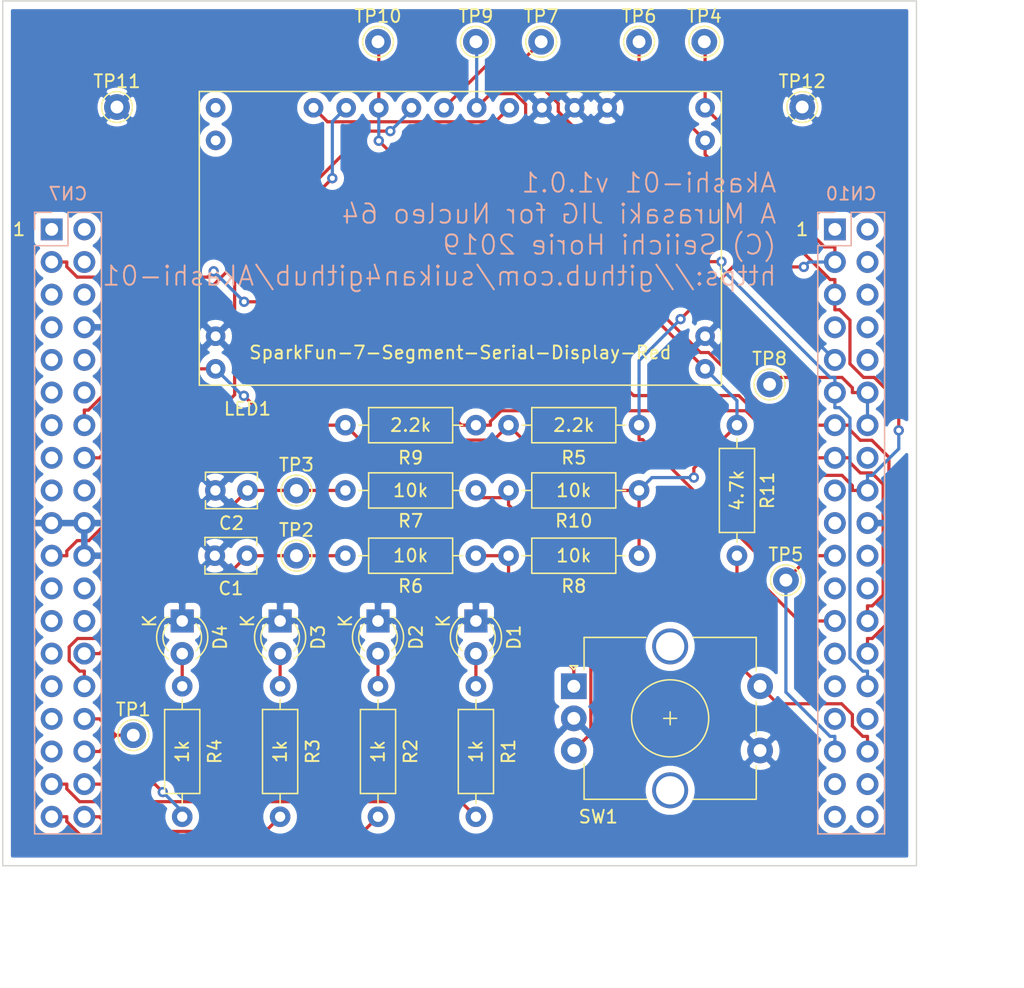
<source format=kicad_pcb>
(kicad_pcb (version 20171130) (host pcbnew 5.1.0-060a0da~80~ubuntu16.04.1)

  (general
    (thickness 1.6)
    (drawings 14)
    (tracks 239)
    (zones 0)
    (modules 33)
    (nets 26)
  )

  (page A4)
  (layers
    (0 F.Cu signal)
    (31 B.Cu signal)
    (32 B.Adhes user)
    (33 F.Adhes user)
    (34 B.Paste user)
    (35 F.Paste user)
    (36 B.SilkS user)
    (37 F.SilkS user)
    (38 B.Mask user)
    (39 F.Mask user)
    (40 Dwgs.User user)
    (41 Cmts.User user)
    (42 Eco1.User user)
    (43 Eco2.User user)
    (44 Edge.Cuts user)
    (45 Margin user)
    (46 B.CrtYd user hide)
    (47 F.CrtYd user)
    (48 B.Fab user hide)
    (49 F.Fab user hide)
  )

  (setup
    (last_trace_width 0.25)
    (trace_clearance 0.2)
    (zone_clearance 0.508)
    (zone_45_only no)
    (trace_min 0.2)
    (via_size 0.8)
    (via_drill 0.4)
    (via_min_size 0.4)
    (via_min_drill 0.3)
    (uvia_size 0.3)
    (uvia_drill 0.1)
    (uvias_allowed no)
    (uvia_min_size 0.2)
    (uvia_min_drill 0.1)
    (edge_width 0.05)
    (segment_width 0.2)
    (pcb_text_width 0.3)
    (pcb_text_size 1.5 1.5)
    (mod_edge_width 0.12)
    (mod_text_size 1 1)
    (mod_text_width 0.15)
    (pad_size 1.7 1.7)
    (pad_drill 1)
    (pad_to_mask_clearance 0.051)
    (solder_mask_min_width 0.25)
    (aux_axis_origin 0 0)
    (visible_elements FFFFFF7F)
    (pcbplotparams
      (layerselection 0x010fc_ffffffff)
      (usegerberextensions true)
      (usegerberattributes false)
      (usegerberadvancedattributes false)
      (creategerberjobfile false)
      (excludeedgelayer true)
      (linewidth 0.100000)
      (plotframeref false)
      (viasonmask false)
      (mode 1)
      (useauxorigin false)
      (hpglpennumber 1)
      (hpglpenspeed 20)
      (hpglpendiameter 15.000000)
      (psnegative false)
      (psa4output false)
      (plotreference true)
      (plotvalue true)
      (plotinvisibletext false)
      (padsonsilk false)
      (subtractmaskfromsilk false)
      (outputformat 1)
      (mirror false)
      (drillshape 0)
      (scaleselection 1)
      (outputdirectory "gerber"))
  )

  (net 0 "")
  (net 1 /LED3)
  (net 2 /LED2)
  (net 3 /LED4)
  (net 4 /LED1)
  (net 5 /SPI1_NSS)
  (net 6 /TIM2_CH2)
  (net 7 /TIM2_CH1)
  (net 8 GND)
  (net 9 +3V3)
  (net 10 /I2C1_SDA)
  (net 11 /I2C1_SCL)
  (net 12 /SPI1_SCK)
  (net 13 /USART1_CTS)
  (net 14 /SPI1_MISO)
  (net 15 /SPI1_MOSI)
  (net 16 /UART1_TX)
  (net 17 /SW1)
  (net 18 "Net-(D1-Pad2)")
  (net 19 "Net-(D2-Pad2)")
  (net 20 "Net-(D3-Pad2)")
  (net 21 "Net-(D4-Pad2)")
  (net 22 "Net-(R6-Pad1)")
  (net 23 "Net-(R10-Pad2)")
  (net 24 /nLEDCS)
  (net 25 /nRESET)

  (net_class Default "This is the default net class."
    (clearance 0.2)
    (trace_width 0.25)
    (via_dia 0.8)
    (via_drill 0.4)
    (uvia_dia 0.3)
    (uvia_drill 0.1)
    (add_net +3V3)
    (add_net /I2C1_SCL)
    (add_net /I2C1_SDA)
    (add_net /LED1)
    (add_net /LED2)
    (add_net /LED3)
    (add_net /LED4)
    (add_net /SPI1_MISO)
    (add_net /SPI1_MOSI)
    (add_net /SPI1_NSS)
    (add_net /SPI1_SCK)
    (add_net /SW1)
    (add_net /TIM2_CH1)
    (add_net /TIM2_CH2)
    (add_net /UART1_TX)
    (add_net /USART1_CTS)
    (add_net /nLEDCS)
    (add_net /nRESET)
    (add_net GND)
    (add_net "Net-(D1-Pad2)")
    (add_net "Net-(D2-Pad2)")
    (add_net "Net-(D3-Pad2)")
    (add_net "Net-(D4-Pad2)")
    (add_net "Net-(R10-Pad2)")
    (add_net "Net-(R6-Pad1)")
  )

  (module Connector_PinSocket_2.54mm:PinSocket_2x19_P2.54mm_Vertical (layer B.Cu) (tedit 5CB3287E) (tstamp 5C97E49F)
    (at 119.38 60.96 180)
    (descr "Through hole straight socket strip, 2x19, 2.54mm pitch, double cols (from Kicad 4.0.7), script generated")
    (tags "Through hole socket strip THT 2x19 2.54mm double row")
    (path /5C96BBDA)
    (fp_text reference CN7 (at -1.27 2.77 180) (layer B.SilkS)
      (effects (font (size 1 1) (thickness 0.15)) (justify mirror))
    )
    (fp_text value PPPC192LFBN-RC (at -1.27 -48.49 180) (layer B.Fab)
      (effects (font (size 1 1) (thickness 0.15)) (justify mirror))
    )
    (fp_text user %R (at 3.175 -22.86 90) (layer B.Fab)
      (effects (font (size 1 1) (thickness 0.15)) (justify mirror))
    )
    (fp_line (start -4.34 -47.5) (end -4.34 1.8) (layer B.CrtYd) (width 0.05))
    (fp_line (start 1.76 -47.5) (end -4.34 -47.5) (layer B.CrtYd) (width 0.05))
    (fp_line (start 1.76 1.8) (end 1.76 -47.5) (layer B.CrtYd) (width 0.05))
    (fp_line (start -4.34 1.8) (end 1.76 1.8) (layer B.CrtYd) (width 0.05))
    (fp_line (start 0 1.33) (end 1.33 1.33) (layer B.SilkS) (width 0.12))
    (fp_line (start 1.33 1.33) (end 1.33 0) (layer B.SilkS) (width 0.12))
    (fp_line (start -1.27 1.33) (end -1.27 -1.27) (layer B.SilkS) (width 0.12))
    (fp_line (start -1.27 -1.27) (end 1.33 -1.27) (layer B.SilkS) (width 0.12))
    (fp_line (start 1.33 -1.27) (end 1.33 -47.05) (layer B.SilkS) (width 0.12))
    (fp_line (start -3.87 -47.05) (end 1.33 -47.05) (layer B.SilkS) (width 0.12))
    (fp_line (start -3.87 1.33) (end -3.87 -47.05) (layer B.SilkS) (width 0.12))
    (fp_line (start -3.87 1.33) (end -1.27 1.33) (layer B.SilkS) (width 0.12))
    (fp_line (start -3.81 -46.99) (end -3.81 1.27) (layer B.Fab) (width 0.1))
    (fp_line (start 1.27 -46.99) (end -3.81 -46.99) (layer B.Fab) (width 0.1))
    (fp_line (start 1.27 0.27) (end 1.27 -46.99) (layer B.Fab) (width 0.1))
    (fp_line (start 0.27 1.27) (end 1.27 0.27) (layer B.Fab) (width 0.1))
    (fp_line (start -3.81 1.27) (end 0.27 1.27) (layer B.Fab) (width 0.1))
    (pad 38 thru_hole oval (at -2.54 -45.72 180) (size 1.7 1.7) (drill 1) (layers *.Cu *.Mask)
      (net 1 /LED3))
    (pad 37 thru_hole oval (at 0 -45.72 180) (size 1.7 1.7) (drill 1) (layers *.Cu *.Mask)
      (net 2 /LED2))
    (pad 36 thru_hole oval (at -2.54 -43.18 180) (size 1.7 1.7) (drill 1) (layers *.Cu *.Mask)
      (net 3 /LED4))
    (pad 35 thru_hole oval (at 0 -43.18 180) (size 1.7 1.7) (drill 1) (layers *.Cu *.Mask)
      (net 4 /LED1))
    (pad 34 thru_hole oval (at -2.54 -40.64 180) (size 1.7 1.7) (drill 1) (layers *.Cu *.Mask)
      (net 5 /SPI1_NSS))
    (pad 33 thru_hole oval (at 0 -40.64 180) (size 1.7 1.7) (drill 1) (layers *.Cu *.Mask))
    (pad 32 thru_hole oval (at -2.54 -38.1 180) (size 1.7 1.7) (drill 1) (layers *.Cu *.Mask)
      (net 5 /SPI1_NSS))
    (pad 31 thru_hole oval (at 0 -38.1 180) (size 1.7 1.7) (drill 1) (layers *.Cu *.Mask))
    (pad 30 thru_hole oval (at -2.54 -35.56 180) (size 1.7 1.7) (drill 1) (layers *.Cu *.Mask)
      (net 6 /TIM2_CH2))
    (pad 29 thru_hole oval (at 0 -35.56 180) (size 1.7 1.7) (drill 1) (layers *.Cu *.Mask))
    (pad 28 thru_hole oval (at -2.54 -33.02 180) (size 1.7 1.7) (drill 1) (layers *.Cu *.Mask)
      (net 7 /TIM2_CH1))
    (pad 27 thru_hole oval (at 0 -33.02 180) (size 1.7 1.7) (drill 1) (layers *.Cu *.Mask))
    (pad 26 thru_hole oval (at -2.54 -30.48 180) (size 1.7 1.7) (drill 1) (layers *.Cu *.Mask))
    (pad 25 thru_hole oval (at 0 -30.48 180) (size 1.7 1.7) (drill 1) (layers *.Cu *.Mask))
    (pad 24 thru_hole oval (at -2.54 -27.94 180) (size 1.7 1.7) (drill 1) (layers *.Cu *.Mask))
    (pad 23 thru_hole oval (at 0 -27.94 180) (size 1.7 1.7) (drill 1) (layers *.Cu *.Mask))
    (pad 22 thru_hole oval (at -2.54 -25.4 180) (size 1.7 1.7) (drill 1) (layers *.Cu *.Mask)
      (net 8 GND))
    (pad 21 thru_hole oval (at 0 -25.4 180) (size 1.7 1.7) (drill 1) (layers *.Cu *.Mask)
      (net 24 /nLEDCS))
    (pad 20 thru_hole oval (at -2.54 -22.86 180) (size 1.7 1.7) (drill 1) (layers *.Cu *.Mask)
      (net 8 GND))
    (pad 19 thru_hole oval (at 0 -22.86 180) (size 1.7 1.7) (drill 1) (layers *.Cu *.Mask)
      (net 8 GND))
    (pad 18 thru_hole oval (at -2.54 -20.32 180) (size 1.7 1.7) (drill 1) (layers *.Cu *.Mask))
    (pad 17 thru_hole oval (at 0 -20.32 180) (size 1.7 1.7) (drill 1) (layers *.Cu *.Mask))
    (pad 16 thru_hole oval (at -2.54 -17.78 180) (size 1.7 1.7) (drill 1) (layers *.Cu *.Mask)
      (net 9 +3V3))
    (pad 15 thru_hole oval (at 0 -17.78 180) (size 1.7 1.7) (drill 1) (layers *.Cu *.Mask))
    (pad 14 thru_hole oval (at -2.54 -15.24 180) (size 1.7 1.7) (drill 1) (layers *.Cu *.Mask)
      (net 25 /nRESET))
    (pad 13 thru_hole oval (at 0 -15.24 180) (size 1.7 1.7) (drill 1) (layers *.Cu *.Mask))
    (pad 12 thru_hole oval (at -2.54 -12.7 180) (size 1.7 1.7) (drill 1) (layers *.Cu *.Mask))
    (pad 11 thru_hole oval (at 0 -12.7 180) (size 1.7 1.7) (drill 1) (layers *.Cu *.Mask))
    (pad 10 thru_hole oval (at -2.54 -10.16 180) (size 1.7 1.7) (drill 1) (layers *.Cu *.Mask))
    (pad 9 thru_hole oval (at 0 -10.16 180) (size 1.7 1.7) (drill 1) (layers *.Cu *.Mask))
    (pad 8 thru_hole oval (at -2.54 -7.62 180) (size 1.7 1.7) (drill 1) (layers *.Cu *.Mask)
      (net 8 GND))
    (pad 7 thru_hole oval (at 0 -7.62 180) (size 1.7 1.7) (drill 1) (layers *.Cu *.Mask))
    (pad 6 thru_hole oval (at -2.54 -5.08 180) (size 1.7 1.7) (drill 1) (layers *.Cu *.Mask))
    (pad 5 thru_hole oval (at 0 -5.08 180) (size 1.7 1.7) (drill 1) (layers *.Cu *.Mask))
    (pad 4 thru_hole oval (at -2.54 -2.54 180) (size 1.7 1.7) (drill 1) (layers *.Cu *.Mask))
    (pad 3 thru_hole oval (at 0 -2.54 180) (size 1.7 1.7) (drill 1) (layers *.Cu *.Mask)
      (net 10 /I2C1_SDA))
    (pad 2 thru_hole oval (at -2.54 0 180) (size 1.7 1.7) (drill 1) (layers *.Cu *.Mask))
    (pad 1 thru_hole rect (at 0 0 180) (size 1.7 1.7) (drill 1) (layers *.Cu *.Mask))
    (model ${KISYS3DMOD}/Connector_PinSocket_2.54mm.3dshapes/PinSocket_2x19_P2.54mm_Vertical.wrl
      (at (xyz 0 0 0))
      (scale (xyz 1 1 1))
      (rotate (xyz 0 0 0))
    )
  )

  (module Connector_PinSocket_2.54mm:PinSocket_2x19_P2.54mm_Vertical (layer B.Cu) (tedit 5A19A42E) (tstamp 5C97D110)
    (at 180.34 60.96 180)
    (descr "Through hole straight socket strip, 2x19, 2.54mm pitch, double cols (from Kicad 4.0.7), script generated")
    (tags "Through hole socket strip THT 2x19 2.54mm double row")
    (path /5C96C8DE)
    (fp_text reference CN10 (at -1.27 2.77 180) (layer B.SilkS)
      (effects (font (size 1 1) (thickness 0.15)) (justify mirror))
    )
    (fp_text value PPPC192LFBN-RC (at -1.27 -48.49 180) (layer B.Fab)
      (effects (font (size 1 1) (thickness 0.15)) (justify mirror))
    )
    (fp_line (start -3.81 1.27) (end 0.27 1.27) (layer B.Fab) (width 0.1))
    (fp_line (start 0.27 1.27) (end 1.27 0.27) (layer B.Fab) (width 0.1))
    (fp_line (start 1.27 0.27) (end 1.27 -46.99) (layer B.Fab) (width 0.1))
    (fp_line (start 1.27 -46.99) (end -3.81 -46.99) (layer B.Fab) (width 0.1))
    (fp_line (start -3.81 -46.99) (end -3.81 1.27) (layer B.Fab) (width 0.1))
    (fp_line (start -3.87 1.33) (end -1.27 1.33) (layer B.SilkS) (width 0.12))
    (fp_line (start -3.87 1.33) (end -3.87 -47.05) (layer B.SilkS) (width 0.12))
    (fp_line (start -3.87 -47.05) (end 1.33 -47.05) (layer B.SilkS) (width 0.12))
    (fp_line (start 1.33 -1.27) (end 1.33 -47.05) (layer B.SilkS) (width 0.12))
    (fp_line (start -1.27 -1.27) (end 1.33 -1.27) (layer B.SilkS) (width 0.12))
    (fp_line (start -1.27 1.33) (end -1.27 -1.27) (layer B.SilkS) (width 0.12))
    (fp_line (start 1.33 1.33) (end 1.33 0) (layer B.SilkS) (width 0.12))
    (fp_line (start 0 1.33) (end 1.33 1.33) (layer B.SilkS) (width 0.12))
    (fp_line (start -4.34 1.8) (end 1.76 1.8) (layer B.CrtYd) (width 0.05))
    (fp_line (start 1.76 1.8) (end 1.76 -47.5) (layer B.CrtYd) (width 0.05))
    (fp_line (start 1.76 -47.5) (end -4.34 -47.5) (layer B.CrtYd) (width 0.05))
    (fp_line (start -4.34 -47.5) (end -4.34 1.8) (layer B.CrtYd) (width 0.05))
    (fp_text user %R (at -5.715 -22.86 90) (layer B.Fab)
      (effects (font (size 1 1) (thickness 0.15)) (justify mirror))
    )
    (pad 1 thru_hole rect (at 0 0 180) (size 1.7 1.7) (drill 1) (layers *.Cu *.Mask))
    (pad 2 thru_hole oval (at -2.54 0 180) (size 1.7 1.7) (drill 1) (layers *.Cu *.Mask))
    (pad 3 thru_hole oval (at 0 -2.54 180) (size 1.7 1.7) (drill 1) (layers *.Cu *.Mask)
      (net 11 /I2C1_SCL))
    (pad 4 thru_hole oval (at -2.54 -2.54 180) (size 1.7 1.7) (drill 1) (layers *.Cu *.Mask))
    (pad 5 thru_hole oval (at 0 -5.08 180) (size 1.7 1.7) (drill 1) (layers *.Cu *.Mask)
      (net 10 /I2C1_SDA))
    (pad 6 thru_hole oval (at -2.54 -5.08 180) (size 1.7 1.7) (drill 1) (layers *.Cu *.Mask))
    (pad 7 thru_hole oval (at 0 -7.62 180) (size 1.7 1.7) (drill 1) (layers *.Cu *.Mask))
    (pad 8 thru_hole oval (at -2.54 -7.62 180) (size 1.7 1.7) (drill 1) (layers *.Cu *.Mask))
    (pad 9 thru_hole oval (at 0 -10.16 180) (size 1.7 1.7) (drill 1) (layers *.Cu *.Mask)
      (net 8 GND))
    (pad 10 thru_hole oval (at -2.54 -10.16 180) (size 1.7 1.7) (drill 1) (layers *.Cu *.Mask))
    (pad 11 thru_hole oval (at 0 -12.7 180) (size 1.7 1.7) (drill 1) (layers *.Cu *.Mask)
      (net 12 /SPI1_SCK))
    (pad 12 thru_hole oval (at -2.54 -12.7 180) (size 1.7 1.7) (drill 1) (layers *.Cu *.Mask)
      (net 13 /USART1_CTS))
    (pad 13 thru_hole oval (at 0 -15.24 180) (size 1.7 1.7) (drill 1) (layers *.Cu *.Mask)
      (net 14 /SPI1_MISO))
    (pad 14 thru_hole oval (at -2.54 -15.24 180) (size 1.7 1.7) (drill 1) (layers *.Cu *.Mask)
      (net 13 /USART1_CTS))
    (pad 15 thru_hole oval (at 0 -17.78 180) (size 1.7 1.7) (drill 1) (layers *.Cu *.Mask)
      (net 15 /SPI1_MOSI))
    (pad 16 thru_hole oval (at -2.54 -17.78 180) (size 1.7 1.7) (drill 1) (layers *.Cu *.Mask))
    (pad 17 thru_hole oval (at 0 -20.32 180) (size 1.7 1.7) (drill 1) (layers *.Cu *.Mask))
    (pad 18 thru_hole oval (at -2.54 -20.32 180) (size 1.7 1.7) (drill 1) (layers *.Cu *.Mask)
      (net 10 /I2C1_SDA))
    (pad 19 thru_hole oval (at 0 -22.86 180) (size 1.7 1.7) (drill 1) (layers *.Cu *.Mask))
    (pad 20 thru_hole oval (at -2.54 -22.86 180) (size 1.7 1.7) (drill 1) (layers *.Cu *.Mask)
      (net 8 GND))
    (pad 21 thru_hole oval (at 0 -25.4 180) (size 1.7 1.7) (drill 1) (layers *.Cu *.Mask)
      (net 16 /UART1_TX))
    (pad 22 thru_hole oval (at -2.54 -25.4 180) (size 1.7 1.7) (drill 1) (layers *.Cu *.Mask))
    (pad 23 thru_hole oval (at 0 -27.94 180) (size 1.7 1.7) (drill 1) (layers *.Cu *.Mask))
    (pad 24 thru_hole oval (at -2.54 -27.94 180) (size 1.7 1.7) (drill 1) (layers *.Cu *.Mask))
    (pad 25 thru_hole oval (at 0 -30.48 180) (size 1.7 1.7) (drill 1) (layers *.Cu *.Mask)
      (net 11 /I2C1_SCL))
    (pad 26 thru_hole oval (at -2.54 -30.48 180) (size 1.7 1.7) (drill 1) (layers *.Cu *.Mask)
      (net 15 /SPI1_MOSI))
    (pad 27 thru_hole oval (at 0 -33.02 180) (size 1.7 1.7) (drill 1) (layers *.Cu *.Mask))
    (pad 28 thru_hole oval (at -2.54 -33.02 180) (size 1.7 1.7) (drill 1) (layers *.Cu *.Mask)
      (net 14 /SPI1_MISO))
    (pad 29 thru_hole oval (at 0 -35.56 180) (size 1.7 1.7) (drill 1) (layers *.Cu *.Mask))
    (pad 30 thru_hole oval (at -2.54 -35.56 180) (size 1.7 1.7) (drill 1) (layers *.Cu *.Mask)
      (net 12 /SPI1_SCK))
    (pad 31 thru_hole oval (at 0 -38.1 180) (size 1.7 1.7) (drill 1) (layers *.Cu *.Mask))
    (pad 32 thru_hole oval (at -2.54 -38.1 180) (size 1.7 1.7) (drill 1) (layers *.Cu *.Mask))
    (pad 33 thru_hole oval (at 0 -40.64 180) (size 1.7 1.7) (drill 1) (layers *.Cu *.Mask)
      (net 16 /UART1_TX))
    (pad 34 thru_hole oval (at -2.54 -40.64 180) (size 1.7 1.7) (drill 1) (layers *.Cu *.Mask)
      (net 17 /SW1))
    (pad 35 thru_hole oval (at 0 -43.18 180) (size 1.7 1.7) (drill 1) (layers *.Cu *.Mask))
    (pad 36 thru_hole oval (at -2.54 -43.18 180) (size 1.7 1.7) (drill 1) (layers *.Cu *.Mask))
    (pad 37 thru_hole oval (at 0 -45.72 180) (size 1.7 1.7) (drill 1) (layers *.Cu *.Mask))
    (pad 38 thru_hole oval (at -2.54 -45.72 180) (size 1.7 1.7) (drill 1) (layers *.Cu *.Mask))
    (model ${KISYS3DMOD}/Connector_PinSocket_2.54mm.3dshapes/PinSocket_2x19_P2.54mm_Vertical.wrl
      (at (xyz 0 0 0))
      (scale (xyz 1 1 1))
      (rotate (xyz 0 0 0))
    )
  )

  (module LED_THT:LED_D3.0mm_Clear (layer F.Cu) (tedit 5A6C9BC0) (tstamp 5C97C8EF)
    (at 152.4 91.44 270)
    (descr "IR-LED, diameter 3.0mm, 2 pins, color: clear")
    (tags "IR infrared LED diameter 3.0mm 2 pins clear")
    (path /5C991BCA)
    (fp_text reference D1 (at 1.27 -2.96 270) (layer F.SilkS)
      (effects (font (size 1 1) (thickness 0.15)))
    )
    (fp_text value LED (at 1.27 2.96 270) (layer F.Fab)
      (effects (font (size 1 1) (thickness 0.15)))
    )
    (fp_text user %R (at 1.47 0 270) (layer F.Fab)
      (effects (font (size 0.8 0.8) (thickness 0.12)))
    )
    (fp_line (start -0.23 -1.16619) (end -0.23 1.16619) (layer F.Fab) (width 0.1))
    (fp_line (start -0.29 -1.236) (end -0.29 -1.08) (layer F.SilkS) (width 0.12))
    (fp_line (start -0.29 1.08) (end -0.29 1.236) (layer F.SilkS) (width 0.12))
    (fp_line (start -1.15 -2.25) (end -1.15 2.25) (layer F.CrtYd) (width 0.05))
    (fp_line (start -1.15 2.25) (end 3.7 2.25) (layer F.CrtYd) (width 0.05))
    (fp_line (start 3.7 2.25) (end 3.7 -2.25) (layer F.CrtYd) (width 0.05))
    (fp_line (start 3.7 -2.25) (end -1.15 -2.25) (layer F.CrtYd) (width 0.05))
    (fp_circle (center 1.27 0) (end 2.77 0) (layer F.Fab) (width 0.1))
    (fp_arc (start 1.27 0) (end -0.23 -1.16619) (angle 284.3) (layer F.Fab) (width 0.1))
    (fp_arc (start 1.27 0) (end -0.29 -1.235516) (angle 108.8) (layer F.SilkS) (width 0.12))
    (fp_arc (start 1.27 0) (end -0.29 1.235516) (angle -108.8) (layer F.SilkS) (width 0.12))
    (fp_arc (start 1.27 0) (end 0.229039 -1.08) (angle 87.9) (layer F.SilkS) (width 0.12))
    (fp_arc (start 1.27 0) (end 0.229039 1.08) (angle -87.9) (layer F.SilkS) (width 0.12))
    (pad 1 thru_hole rect (at 0 0 270) (size 1.8 1.8) (drill 0.9) (layers *.Cu *.Mask)
      (net 8 GND))
    (pad 2 thru_hole circle (at 2.54 0 270) (size 1.8 1.8) (drill 0.9) (layers *.Cu *.Mask)
      (net 18 "Net-(D1-Pad2)"))
    (model ${KISYS3DMOD}/LED_THT.3dshapes/LED_D3.0mm_Clear.wrl
      (at (xyz 0 0 0))
      (scale (xyz 1 1 1))
      (rotate (xyz 0 0 0))
    )
  )

  (module LED_THT:LED_D3.0mm_Clear (layer F.Cu) (tedit 5A6C9BC0) (tstamp 5C97C967)
    (at 144.78 91.44 270)
    (descr "IR-LED, diameter 3.0mm, 2 pins, color: clear")
    (tags "IR infrared LED diameter 3.0mm 2 pins clear")
    (path /5C991F7C)
    (fp_text reference D2 (at 1.27 -2.96 270) (layer F.SilkS)
      (effects (font (size 1 1) (thickness 0.15)))
    )
    (fp_text value LED (at 1.27 2.96 270) (layer F.Fab)
      (effects (font (size 1 1) (thickness 0.15)))
    )
    (fp_arc (start 1.27 0) (end 0.229039 1.08) (angle -87.9) (layer F.SilkS) (width 0.12))
    (fp_arc (start 1.27 0) (end 0.229039 -1.08) (angle 87.9) (layer F.SilkS) (width 0.12))
    (fp_arc (start 1.27 0) (end -0.29 1.235516) (angle -108.8) (layer F.SilkS) (width 0.12))
    (fp_arc (start 1.27 0) (end -0.29 -1.235516) (angle 108.8) (layer F.SilkS) (width 0.12))
    (fp_arc (start 1.27 0) (end -0.23 -1.16619) (angle 284.3) (layer F.Fab) (width 0.1))
    (fp_circle (center 1.27 0) (end 2.77 0) (layer F.Fab) (width 0.1))
    (fp_line (start 3.7 -2.25) (end -1.15 -2.25) (layer F.CrtYd) (width 0.05))
    (fp_line (start 3.7 2.25) (end 3.7 -2.25) (layer F.CrtYd) (width 0.05))
    (fp_line (start -1.15 2.25) (end 3.7 2.25) (layer F.CrtYd) (width 0.05))
    (fp_line (start -1.15 -2.25) (end -1.15 2.25) (layer F.CrtYd) (width 0.05))
    (fp_line (start -0.29 1.08) (end -0.29 1.236) (layer F.SilkS) (width 0.12))
    (fp_line (start -0.29 -1.236) (end -0.29 -1.08) (layer F.SilkS) (width 0.12))
    (fp_line (start -0.23 -1.16619) (end -0.23 1.16619) (layer F.Fab) (width 0.1))
    (fp_text user %R (at 1.47 0 270) (layer F.Fab)
      (effects (font (size 0.8 0.8) (thickness 0.12)))
    )
    (pad 2 thru_hole circle (at 2.54 0 270) (size 1.8 1.8) (drill 0.9) (layers *.Cu *.Mask)
      (net 19 "Net-(D2-Pad2)"))
    (pad 1 thru_hole rect (at 0 0 270) (size 1.8 1.8) (drill 0.9) (layers *.Cu *.Mask)
      (net 8 GND))
    (model ${KISYS3DMOD}/LED_THT.3dshapes/LED_D3.0mm_Clear.wrl
      (at (xyz 0 0 0))
      (scale (xyz 1 1 1))
      (rotate (xyz 0 0 0))
    )
  )

  (module LED_THT:LED_D3.0mm_Clear (layer F.Cu) (tedit 5A6C9BC0) (tstamp 5C97C928)
    (at 137.16 91.44 270)
    (descr "IR-LED, diameter 3.0mm, 2 pins, color: clear")
    (tags "IR infrared LED diameter 3.0mm 2 pins clear")
    (path /5C99232E)
    (fp_text reference D3 (at 1.27 -2.96 270) (layer F.SilkS)
      (effects (font (size 1 1) (thickness 0.15)))
    )
    (fp_text value LED (at 1.27 2.96 270) (layer F.Fab)
      (effects (font (size 1 1) (thickness 0.15)))
    )
    (fp_text user %R (at 1.47 0 270) (layer F.Fab)
      (effects (font (size 0.8 0.8) (thickness 0.12)))
    )
    (fp_line (start -0.23 -1.16619) (end -0.23 1.16619) (layer F.Fab) (width 0.1))
    (fp_line (start -0.29 -1.236) (end -0.29 -1.08) (layer F.SilkS) (width 0.12))
    (fp_line (start -0.29 1.08) (end -0.29 1.236) (layer F.SilkS) (width 0.12))
    (fp_line (start -1.15 -2.25) (end -1.15 2.25) (layer F.CrtYd) (width 0.05))
    (fp_line (start -1.15 2.25) (end 3.7 2.25) (layer F.CrtYd) (width 0.05))
    (fp_line (start 3.7 2.25) (end 3.7 -2.25) (layer F.CrtYd) (width 0.05))
    (fp_line (start 3.7 -2.25) (end -1.15 -2.25) (layer F.CrtYd) (width 0.05))
    (fp_circle (center 1.27 0) (end 2.77 0) (layer F.Fab) (width 0.1))
    (fp_arc (start 1.27 0) (end -0.23 -1.16619) (angle 284.3) (layer F.Fab) (width 0.1))
    (fp_arc (start 1.27 0) (end -0.29 -1.235516) (angle 108.8) (layer F.SilkS) (width 0.12))
    (fp_arc (start 1.27 0) (end -0.29 1.235516) (angle -108.8) (layer F.SilkS) (width 0.12))
    (fp_arc (start 1.27 0) (end 0.229039 -1.08) (angle 87.9) (layer F.SilkS) (width 0.12))
    (fp_arc (start 1.27 0) (end 0.229039 1.08) (angle -87.9) (layer F.SilkS) (width 0.12))
    (pad 1 thru_hole rect (at 0 0 270) (size 1.8 1.8) (drill 0.9) (layers *.Cu *.Mask)
      (net 8 GND))
    (pad 2 thru_hole circle (at 2.54 0 270) (size 1.8 1.8) (drill 0.9) (layers *.Cu *.Mask)
      (net 20 "Net-(D3-Pad2)"))
    (model ${KISYS3DMOD}/LED_THT.3dshapes/LED_D3.0mm_Clear.wrl
      (at (xyz 0 0 0))
      (scale (xyz 1 1 1))
      (rotate (xyz 0 0 0))
    )
  )

  (module LED_THT:LED_D3.0mm_Clear (layer F.Cu) (tedit 5A6C9BC0) (tstamp 5C97C9A0)
    (at 129.54 91.44 270)
    (descr "IR-LED, diameter 3.0mm, 2 pins, color: clear")
    (tags "IR infrared LED diameter 3.0mm 2 pins clear")
    (path /5C9926F8)
    (fp_text reference D4 (at 1.27 -2.96 270) (layer F.SilkS)
      (effects (font (size 1 1) (thickness 0.15)))
    )
    (fp_text value LED (at 1.27 2.96 270) (layer F.Fab)
      (effects (font (size 1 1) (thickness 0.15)))
    )
    (fp_arc (start 1.27 0) (end 0.229039 1.08) (angle -87.9) (layer F.SilkS) (width 0.12))
    (fp_arc (start 1.27 0) (end 0.229039 -1.08) (angle 87.9) (layer F.SilkS) (width 0.12))
    (fp_arc (start 1.27 0) (end -0.29 1.235516) (angle -108.8) (layer F.SilkS) (width 0.12))
    (fp_arc (start 1.27 0) (end -0.29 -1.235516) (angle 108.8) (layer F.SilkS) (width 0.12))
    (fp_arc (start 1.27 0) (end -0.23 -1.16619) (angle 284.3) (layer F.Fab) (width 0.1))
    (fp_circle (center 1.27 0) (end 2.77 0) (layer F.Fab) (width 0.1))
    (fp_line (start 3.7 -2.25) (end -1.15 -2.25) (layer F.CrtYd) (width 0.05))
    (fp_line (start 3.7 2.25) (end 3.7 -2.25) (layer F.CrtYd) (width 0.05))
    (fp_line (start -1.15 2.25) (end 3.7 2.25) (layer F.CrtYd) (width 0.05))
    (fp_line (start -1.15 -2.25) (end -1.15 2.25) (layer F.CrtYd) (width 0.05))
    (fp_line (start -0.29 1.08) (end -0.29 1.236) (layer F.SilkS) (width 0.12))
    (fp_line (start -0.29 -1.236) (end -0.29 -1.08) (layer F.SilkS) (width 0.12))
    (fp_line (start -0.23 -1.16619) (end -0.23 1.16619) (layer F.Fab) (width 0.1))
    (fp_text user %R (at 1.47 0 270) (layer F.Fab)
      (effects (font (size 0.8 0.8) (thickness 0.12)))
    )
    (pad 2 thru_hole circle (at 2.54 0 270) (size 1.8 1.8) (drill 0.9) (layers *.Cu *.Mask)
      (net 21 "Net-(D4-Pad2)"))
    (pad 1 thru_hole rect (at 0 0 270) (size 1.8 1.8) (drill 0.9) (layers *.Cu *.Mask)
      (net 8 GND))
    (model ${KISYS3DMOD}/LED_THT.3dshapes/LED_D3.0mm_Clear.wrl
      (at (xyz 0 0 0))
      (scale (xyz 1 1 1))
      (rotate (xyz 0 0 0))
    )
  )

  (module Resistor_THT:R_Axial_DIN0207_L6.3mm_D2.5mm_P10.16mm_Horizontal (layer F.Cu) (tedit 5AE5139B) (tstamp 5C97DE0F)
    (at 152.4 106.68 90)
    (descr "Resistor, Axial_DIN0207 series, Axial, Horizontal, pin pitch=10.16mm, 0.25W = 1/4W, length*diameter=6.3*2.5mm^2, http://cdn-reichelt.de/documents/datenblatt/B400/1_4W%23YAG.pdf")
    (tags "Resistor Axial_DIN0207 series Axial Horizontal pin pitch 10.16mm 0.25W = 1/4W length 6.3mm diameter 2.5mm")
    (path /5C990DAC)
    (fp_text reference R1 (at 5.08 2.54 90) (layer F.SilkS)
      (effects (font (size 1 1) (thickness 0.15)))
    )
    (fp_text value 1k (at 5.08 0 90) (layer F.SilkS)
      (effects (font (size 1 1) (thickness 0.15)))
    )
    (fp_line (start 1.93 -1.25) (end 1.93 1.25) (layer F.Fab) (width 0.1))
    (fp_line (start 1.93 1.25) (end 8.23 1.25) (layer F.Fab) (width 0.1))
    (fp_line (start 8.23 1.25) (end 8.23 -1.25) (layer F.Fab) (width 0.1))
    (fp_line (start 8.23 -1.25) (end 1.93 -1.25) (layer F.Fab) (width 0.1))
    (fp_line (start 0 0) (end 1.93 0) (layer F.Fab) (width 0.1))
    (fp_line (start 10.16 0) (end 8.23 0) (layer F.Fab) (width 0.1))
    (fp_line (start 1.81 -1.37) (end 1.81 1.37) (layer F.SilkS) (width 0.12))
    (fp_line (start 1.81 1.37) (end 8.35 1.37) (layer F.SilkS) (width 0.12))
    (fp_line (start 8.35 1.37) (end 8.35 -1.37) (layer F.SilkS) (width 0.12))
    (fp_line (start 8.35 -1.37) (end 1.81 -1.37) (layer F.SilkS) (width 0.12))
    (fp_line (start 1.04 0) (end 1.81 0) (layer F.SilkS) (width 0.12))
    (fp_line (start 9.12 0) (end 8.35 0) (layer F.SilkS) (width 0.12))
    (fp_line (start -1.05 -1.5) (end -1.05 1.5) (layer F.CrtYd) (width 0.05))
    (fp_line (start -1.05 1.5) (end 11.21 1.5) (layer F.CrtYd) (width 0.05))
    (fp_line (start 11.21 1.5) (end 11.21 -1.5) (layer F.CrtYd) (width 0.05))
    (fp_line (start 11.21 -1.5) (end -1.05 -1.5) (layer F.CrtYd) (width 0.05))
    (fp_text user %R (at 5.08 0 90) (layer F.Fab)
      (effects (font (size 1 1) (thickness 0.15)))
    )
    (pad 1 thru_hole circle (at 0 0 90) (size 1.6 1.6) (drill 0.8) (layers *.Cu *.Mask)
      (net 4 /LED1))
    (pad 2 thru_hole oval (at 10.16 0 90) (size 1.6 1.6) (drill 0.8) (layers *.Cu *.Mask)
      (net 18 "Net-(D1-Pad2)"))
    (model ${KISYS3DMOD}/Resistor_THT.3dshapes/R_Axial_DIN0207_L6.3mm_D2.5mm_P10.16mm_Horizontal.wrl
      (at (xyz 0 0 0))
      (scale (xyz 1 1 1))
      (rotate (xyz 0 0 0))
    )
  )

  (module Resistor_THT:R_Axial_DIN0207_L6.3mm_D2.5mm_P10.16mm_Horizontal (layer F.Cu) (tedit 5AE5139B) (tstamp 5C97DF3E)
    (at 144.78 106.68 90)
    (descr "Resistor, Axial_DIN0207 series, Axial, Horizontal, pin pitch=10.16mm, 0.25W = 1/4W, length*diameter=6.3*2.5mm^2, http://cdn-reichelt.de/documents/datenblatt/B400/1_4W%23YAG.pdf")
    (tags "Resistor Axial_DIN0207 series Axial Horizontal pin pitch 10.16mm 0.25W = 1/4W length 6.3mm diameter 2.5mm")
    (path /5C9913AA)
    (fp_text reference R2 (at 5.08 2.54 90) (layer F.SilkS)
      (effects (font (size 1 1) (thickness 0.15)))
    )
    (fp_text value 1k (at 5.08 0 90) (layer F.SilkS)
      (effects (font (size 1 1) (thickness 0.15)))
    )
    (fp_text user %R (at 5.08 0 90) (layer F.Fab)
      (effects (font (size 1 1) (thickness 0.15)))
    )
    (fp_line (start 11.21 -1.5) (end -1.05 -1.5) (layer F.CrtYd) (width 0.05))
    (fp_line (start 11.21 1.5) (end 11.21 -1.5) (layer F.CrtYd) (width 0.05))
    (fp_line (start -1.05 1.5) (end 11.21 1.5) (layer F.CrtYd) (width 0.05))
    (fp_line (start -1.05 -1.5) (end -1.05 1.5) (layer F.CrtYd) (width 0.05))
    (fp_line (start 9.12 0) (end 8.35 0) (layer F.SilkS) (width 0.12))
    (fp_line (start 1.04 0) (end 1.81 0) (layer F.SilkS) (width 0.12))
    (fp_line (start 8.35 -1.37) (end 1.81 -1.37) (layer F.SilkS) (width 0.12))
    (fp_line (start 8.35 1.37) (end 8.35 -1.37) (layer F.SilkS) (width 0.12))
    (fp_line (start 1.81 1.37) (end 8.35 1.37) (layer F.SilkS) (width 0.12))
    (fp_line (start 1.81 -1.37) (end 1.81 1.37) (layer F.SilkS) (width 0.12))
    (fp_line (start 10.16 0) (end 8.23 0) (layer F.Fab) (width 0.1))
    (fp_line (start 0 0) (end 1.93 0) (layer F.Fab) (width 0.1))
    (fp_line (start 8.23 -1.25) (end 1.93 -1.25) (layer F.Fab) (width 0.1))
    (fp_line (start 8.23 1.25) (end 8.23 -1.25) (layer F.Fab) (width 0.1))
    (fp_line (start 1.93 1.25) (end 8.23 1.25) (layer F.Fab) (width 0.1))
    (fp_line (start 1.93 -1.25) (end 1.93 1.25) (layer F.Fab) (width 0.1))
    (pad 2 thru_hole oval (at 10.16 0 90) (size 1.6 1.6) (drill 0.8) (layers *.Cu *.Mask)
      (net 19 "Net-(D2-Pad2)"))
    (pad 1 thru_hole circle (at 0 0 90) (size 1.6 1.6) (drill 0.8) (layers *.Cu *.Mask)
      (net 2 /LED2))
    (model ${KISYS3DMOD}/Resistor_THT.3dshapes/R_Axial_DIN0207_L6.3mm_D2.5mm_P10.16mm_Horizontal.wrl
      (at (xyz 0 0 0))
      (scale (xyz 1 1 1))
      (rotate (xyz 0 0 0))
    )
  )

  (module Resistor_THT:R_Axial_DIN0207_L6.3mm_D2.5mm_P10.16mm_Horizontal (layer F.Cu) (tedit 5AE5139B) (tstamp 5C97DD8B)
    (at 137.16 106.68 90)
    (descr "Resistor, Axial_DIN0207 series, Axial, Horizontal, pin pitch=10.16mm, 0.25W = 1/4W, length*diameter=6.3*2.5mm^2, http://cdn-reichelt.de/documents/datenblatt/B400/1_4W%23YAG.pdf")
    (tags "Resistor Axial_DIN0207 series Axial Horizontal pin pitch 10.16mm 0.25W = 1/4W length 6.3mm diameter 2.5mm")
    (path /5C991638)
    (fp_text reference R3 (at 5.08 2.54 90) (layer F.SilkS)
      (effects (font (size 1 1) (thickness 0.15)))
    )
    (fp_text value 1k (at 5.08 0 90) (layer F.SilkS)
      (effects (font (size 1 1) (thickness 0.15)))
    )
    (fp_line (start 1.93 -1.25) (end 1.93 1.25) (layer F.Fab) (width 0.1))
    (fp_line (start 1.93 1.25) (end 8.23 1.25) (layer F.Fab) (width 0.1))
    (fp_line (start 8.23 1.25) (end 8.23 -1.25) (layer F.Fab) (width 0.1))
    (fp_line (start 8.23 -1.25) (end 1.93 -1.25) (layer F.Fab) (width 0.1))
    (fp_line (start 0 0) (end 1.93 0) (layer F.Fab) (width 0.1))
    (fp_line (start 10.16 0) (end 8.23 0) (layer F.Fab) (width 0.1))
    (fp_line (start 1.81 -1.37) (end 1.81 1.37) (layer F.SilkS) (width 0.12))
    (fp_line (start 1.81 1.37) (end 8.35 1.37) (layer F.SilkS) (width 0.12))
    (fp_line (start 8.35 1.37) (end 8.35 -1.37) (layer F.SilkS) (width 0.12))
    (fp_line (start 8.35 -1.37) (end 1.81 -1.37) (layer F.SilkS) (width 0.12))
    (fp_line (start 1.04 0) (end 1.81 0) (layer F.SilkS) (width 0.12))
    (fp_line (start 9.12 0) (end 8.35 0) (layer F.SilkS) (width 0.12))
    (fp_line (start -1.05 -1.5) (end -1.05 1.5) (layer F.CrtYd) (width 0.05))
    (fp_line (start -1.05 1.5) (end 11.21 1.5) (layer F.CrtYd) (width 0.05))
    (fp_line (start 11.21 1.5) (end 11.21 -1.5) (layer F.CrtYd) (width 0.05))
    (fp_line (start 11.21 -1.5) (end -1.05 -1.5) (layer F.CrtYd) (width 0.05))
    (fp_text user %R (at 5.08 0 90) (layer F.Fab)
      (effects (font (size 1 1) (thickness 0.15)))
    )
    (pad 1 thru_hole circle (at 0 0 90) (size 1.6 1.6) (drill 0.8) (layers *.Cu *.Mask)
      (net 1 /LED3))
    (pad 2 thru_hole oval (at 10.16 0 90) (size 1.6 1.6) (drill 0.8) (layers *.Cu *.Mask)
      (net 20 "Net-(D3-Pad2)"))
    (model ${KISYS3DMOD}/Resistor_THT.3dshapes/R_Axial_DIN0207_L6.3mm_D2.5mm_P10.16mm_Horizontal.wrl
      (at (xyz 0 0 0))
      (scale (xyz 1 1 1))
      (rotate (xyz 0 0 0))
    )
  )

  (module Resistor_THT:R_Axial_DIN0207_L6.3mm_D2.5mm_P10.16mm_Horizontal (layer F.Cu) (tedit 5AE5139B) (tstamp 5C97DEC3)
    (at 129.54 106.68 90)
    (descr "Resistor, Axial_DIN0207 series, Axial, Horizontal, pin pitch=10.16mm, 0.25W = 1/4W, length*diameter=6.3*2.5mm^2, http://cdn-reichelt.de/documents/datenblatt/B400/1_4W%23YAG.pdf")
    (tags "Resistor Axial_DIN0207 series Axial Horizontal pin pitch 10.16mm 0.25W = 1/4W length 6.3mm diameter 2.5mm")
    (path /5C9918C6)
    (fp_text reference R4 (at 5.08 2.54 90) (layer F.SilkS)
      (effects (font (size 1 1) (thickness 0.15)))
    )
    (fp_text value 1k (at 5.08 0 90) (layer F.SilkS)
      (effects (font (size 1 1) (thickness 0.15)))
    )
    (fp_text user %R (at 5.08 0 90) (layer F.Fab)
      (effects (font (size 1 1) (thickness 0.15)))
    )
    (fp_line (start 11.21 -1.5) (end -1.05 -1.5) (layer F.CrtYd) (width 0.05))
    (fp_line (start 11.21 1.5) (end 11.21 -1.5) (layer F.CrtYd) (width 0.05))
    (fp_line (start -1.05 1.5) (end 11.21 1.5) (layer F.CrtYd) (width 0.05))
    (fp_line (start -1.05 -1.5) (end -1.05 1.5) (layer F.CrtYd) (width 0.05))
    (fp_line (start 9.12 0) (end 8.35 0) (layer F.SilkS) (width 0.12))
    (fp_line (start 1.04 0) (end 1.81 0) (layer F.SilkS) (width 0.12))
    (fp_line (start 8.35 -1.37) (end 1.81 -1.37) (layer F.SilkS) (width 0.12))
    (fp_line (start 8.35 1.37) (end 8.35 -1.37) (layer F.SilkS) (width 0.12))
    (fp_line (start 1.81 1.37) (end 8.35 1.37) (layer F.SilkS) (width 0.12))
    (fp_line (start 1.81 -1.37) (end 1.81 1.37) (layer F.SilkS) (width 0.12))
    (fp_line (start 10.16 0) (end 8.23 0) (layer F.Fab) (width 0.1))
    (fp_line (start 0 0) (end 1.93 0) (layer F.Fab) (width 0.1))
    (fp_line (start 8.23 -1.25) (end 1.93 -1.25) (layer F.Fab) (width 0.1))
    (fp_line (start 8.23 1.25) (end 8.23 -1.25) (layer F.Fab) (width 0.1))
    (fp_line (start 1.93 1.25) (end 8.23 1.25) (layer F.Fab) (width 0.1))
    (fp_line (start 1.93 -1.25) (end 1.93 1.25) (layer F.Fab) (width 0.1))
    (pad 2 thru_hole oval (at 10.16 0 90) (size 1.6 1.6) (drill 0.8) (layers *.Cu *.Mask)
      (net 21 "Net-(D4-Pad2)"))
    (pad 1 thru_hole circle (at 0 0 90) (size 1.6 1.6) (drill 0.8) (layers *.Cu *.Mask)
      (net 3 /LED4))
    (model ${KISYS3DMOD}/Resistor_THT.3dshapes/R_Axial_DIN0207_L6.3mm_D2.5mm_P10.16mm_Horizontal.wrl
      (at (xyz 0 0 0))
      (scale (xyz 1 1 1))
      (rotate (xyz 0 0 0))
    )
  )

  (module Resistor_THT:R_Axial_DIN0207_L6.3mm_D2.5mm_P10.16mm_Horizontal (layer F.Cu) (tedit 5AE5139B) (tstamp 5C97DD49)
    (at 154.94 76.2)
    (descr "Resistor, Axial_DIN0207 series, Axial, Horizontal, pin pitch=10.16mm, 0.25W = 1/4W, length*diameter=6.3*2.5mm^2, http://cdn-reichelt.de/documents/datenblatt/B400/1_4W%23YAG.pdf")
    (tags "Resistor Axial_DIN0207 series Axial Horizontal pin pitch 10.16mm 0.25W = 1/4W length 6.3mm diameter 2.5mm")
    (path /5C989336)
    (fp_text reference R5 (at 5.08 2.54) (layer F.SilkS)
      (effects (font (size 1 1) (thickness 0.15)))
    )
    (fp_text value 2.2k (at 5.08 0) (layer F.SilkS)
      (effects (font (size 1 1) (thickness 0.15)))
    )
    (fp_text user %R (at 5.08 0) (layer F.Fab)
      (effects (font (size 1 1) (thickness 0.15)))
    )
    (fp_line (start 11.21 -1.5) (end -1.05 -1.5) (layer F.CrtYd) (width 0.05))
    (fp_line (start 11.21 1.5) (end 11.21 -1.5) (layer F.CrtYd) (width 0.05))
    (fp_line (start -1.05 1.5) (end 11.21 1.5) (layer F.CrtYd) (width 0.05))
    (fp_line (start -1.05 -1.5) (end -1.05 1.5) (layer F.CrtYd) (width 0.05))
    (fp_line (start 9.12 0) (end 8.35 0) (layer F.SilkS) (width 0.12))
    (fp_line (start 1.04 0) (end 1.81 0) (layer F.SilkS) (width 0.12))
    (fp_line (start 8.35 -1.37) (end 1.81 -1.37) (layer F.SilkS) (width 0.12))
    (fp_line (start 8.35 1.37) (end 8.35 -1.37) (layer F.SilkS) (width 0.12))
    (fp_line (start 1.81 1.37) (end 8.35 1.37) (layer F.SilkS) (width 0.12))
    (fp_line (start 1.81 -1.37) (end 1.81 1.37) (layer F.SilkS) (width 0.12))
    (fp_line (start 10.16 0) (end 8.23 0) (layer F.Fab) (width 0.1))
    (fp_line (start 0 0) (end 1.93 0) (layer F.Fab) (width 0.1))
    (fp_line (start 8.23 -1.25) (end 1.93 -1.25) (layer F.Fab) (width 0.1))
    (fp_line (start 8.23 1.25) (end 8.23 -1.25) (layer F.Fab) (width 0.1))
    (fp_line (start 1.93 1.25) (end 8.23 1.25) (layer F.Fab) (width 0.1))
    (fp_line (start 1.93 -1.25) (end 1.93 1.25) (layer F.Fab) (width 0.1))
    (pad 2 thru_hole oval (at 10.16 0) (size 1.6 1.6) (drill 0.8) (layers *.Cu *.Mask)
      (net 11 /I2C1_SCL))
    (pad 1 thru_hole circle (at 0 0) (size 1.6 1.6) (drill 0.8) (layers *.Cu *.Mask)
      (net 9 +3V3))
    (model ${KISYS3DMOD}/Resistor_THT.3dshapes/R_Axial_DIN0207_L6.3mm_D2.5mm_P10.16mm_Horizontal.wrl
      (at (xyz 0 0 0))
      (scale (xyz 1 1 1))
      (rotate (xyz 0 0 0))
    )
  )

  (module Resistor_THT:R_Axial_DIN0207_L6.3mm_D2.5mm_P10.16mm_Horizontal (layer F.Cu) (tedit 5AE5139B) (tstamp 5C97DDCD)
    (at 152.4 86.36 180)
    (descr "Resistor, Axial_DIN0207 series, Axial, Horizontal, pin pitch=10.16mm, 0.25W = 1/4W, length*diameter=6.3*2.5mm^2, http://cdn-reichelt.de/documents/datenblatt/B400/1_4W%23YAG.pdf")
    (tags "Resistor Axial_DIN0207 series Axial Horizontal pin pitch 10.16mm 0.25W = 1/4W length 6.3mm diameter 2.5mm")
    (path /5CA2B654)
    (fp_text reference R6 (at 5.08 -2.37 180) (layer F.SilkS)
      (effects (font (size 1 1) (thickness 0.15)))
    )
    (fp_text value 10k (at 5.08 0 180) (layer F.SilkS)
      (effects (font (size 1 1) (thickness 0.15)))
    )
    (fp_text user %R (at 5.08 0 180) (layer F.Fab)
      (effects (font (size 1 1) (thickness 0.15)))
    )
    (fp_line (start 11.21 -1.5) (end -1.05 -1.5) (layer F.CrtYd) (width 0.05))
    (fp_line (start 11.21 1.5) (end 11.21 -1.5) (layer F.CrtYd) (width 0.05))
    (fp_line (start -1.05 1.5) (end 11.21 1.5) (layer F.CrtYd) (width 0.05))
    (fp_line (start -1.05 -1.5) (end -1.05 1.5) (layer F.CrtYd) (width 0.05))
    (fp_line (start 9.12 0) (end 8.35 0) (layer F.SilkS) (width 0.12))
    (fp_line (start 1.04 0) (end 1.81 0) (layer F.SilkS) (width 0.12))
    (fp_line (start 8.35 -1.37) (end 1.81 -1.37) (layer F.SilkS) (width 0.12))
    (fp_line (start 8.35 1.37) (end 8.35 -1.37) (layer F.SilkS) (width 0.12))
    (fp_line (start 1.81 1.37) (end 8.35 1.37) (layer F.SilkS) (width 0.12))
    (fp_line (start 1.81 -1.37) (end 1.81 1.37) (layer F.SilkS) (width 0.12))
    (fp_line (start 10.16 0) (end 8.23 0) (layer F.Fab) (width 0.1))
    (fp_line (start 0 0) (end 1.93 0) (layer F.Fab) (width 0.1))
    (fp_line (start 8.23 -1.25) (end 1.93 -1.25) (layer F.Fab) (width 0.1))
    (fp_line (start 8.23 1.25) (end 8.23 -1.25) (layer F.Fab) (width 0.1))
    (fp_line (start 1.93 1.25) (end 8.23 1.25) (layer F.Fab) (width 0.1))
    (fp_line (start 1.93 -1.25) (end 1.93 1.25) (layer F.Fab) (width 0.1))
    (pad 2 thru_hole oval (at 10.16 0 180) (size 1.6 1.6) (drill 0.8) (layers *.Cu *.Mask)
      (net 7 /TIM2_CH1))
    (pad 1 thru_hole circle (at 0 0 180) (size 1.6 1.6) (drill 0.8) (layers *.Cu *.Mask)
      (net 22 "Net-(R6-Pad1)"))
    (model ${KISYS3DMOD}/Resistor_THT.3dshapes/R_Axial_DIN0207_L6.3mm_D2.5mm_P10.16mm_Horizontal.wrl
      (at (xyz 0 0 0))
      (scale (xyz 1 1 1))
      (rotate (xyz 0 0 0))
    )
  )

  (module Resistor_THT:R_Axial_DIN0207_L6.3mm_D2.5mm_P10.16mm_Horizontal (layer F.Cu) (tedit 5AE5139B) (tstamp 5C97DFC2)
    (at 152.4 81.28 180)
    (descr "Resistor, Axial_DIN0207 series, Axial, Horizontal, pin pitch=10.16mm, 0.25W = 1/4W, length*diameter=6.3*2.5mm^2, http://cdn-reichelt.de/documents/datenblatt/B400/1_4W%23YAG.pdf")
    (tags "Resistor Axial_DIN0207 series Axial Horizontal pin pitch 10.16mm 0.25W = 1/4W length 6.3mm diameter 2.5mm")
    (path /5CA2BA6A)
    (fp_text reference R7 (at 5.08 -2.37 180) (layer F.SilkS)
      (effects (font (size 1 1) (thickness 0.15)))
    )
    (fp_text value 10k (at 5.08 0 180) (layer F.SilkS)
      (effects (font (size 1 1) (thickness 0.15)))
    )
    (fp_line (start 1.93 -1.25) (end 1.93 1.25) (layer F.Fab) (width 0.1))
    (fp_line (start 1.93 1.25) (end 8.23 1.25) (layer F.Fab) (width 0.1))
    (fp_line (start 8.23 1.25) (end 8.23 -1.25) (layer F.Fab) (width 0.1))
    (fp_line (start 8.23 -1.25) (end 1.93 -1.25) (layer F.Fab) (width 0.1))
    (fp_line (start 0 0) (end 1.93 0) (layer F.Fab) (width 0.1))
    (fp_line (start 10.16 0) (end 8.23 0) (layer F.Fab) (width 0.1))
    (fp_line (start 1.81 -1.37) (end 1.81 1.37) (layer F.SilkS) (width 0.12))
    (fp_line (start 1.81 1.37) (end 8.35 1.37) (layer F.SilkS) (width 0.12))
    (fp_line (start 8.35 1.37) (end 8.35 -1.37) (layer F.SilkS) (width 0.12))
    (fp_line (start 8.35 -1.37) (end 1.81 -1.37) (layer F.SilkS) (width 0.12))
    (fp_line (start 1.04 0) (end 1.81 0) (layer F.SilkS) (width 0.12))
    (fp_line (start 9.12 0) (end 8.35 0) (layer F.SilkS) (width 0.12))
    (fp_line (start -1.05 -1.5) (end -1.05 1.5) (layer F.CrtYd) (width 0.05))
    (fp_line (start -1.05 1.5) (end 11.21 1.5) (layer F.CrtYd) (width 0.05))
    (fp_line (start 11.21 1.5) (end 11.21 -1.5) (layer F.CrtYd) (width 0.05))
    (fp_line (start 11.21 -1.5) (end -1.05 -1.5) (layer F.CrtYd) (width 0.05))
    (fp_text user %R (at 5.08 0 180) (layer F.Fab)
      (effects (font (size 1 1) (thickness 0.15)))
    )
    (pad 1 thru_hole circle (at 0 0 180) (size 1.6 1.6) (drill 0.8) (layers *.Cu *.Mask)
      (net 23 "Net-(R10-Pad2)"))
    (pad 2 thru_hole oval (at 10.16 0 180) (size 1.6 1.6) (drill 0.8) (layers *.Cu *.Mask)
      (net 6 /TIM2_CH2))
    (model ${KISYS3DMOD}/Resistor_THT.3dshapes/R_Axial_DIN0207_L6.3mm_D2.5mm_P10.16mm_Horizontal.wrl
      (at (xyz 0 0 0))
      (scale (xyz 1 1 1))
      (rotate (xyz 0 0 0))
    )
  )

  (module Resistor_THT:R_Axial_DIN0207_L6.3mm_D2.5mm_P10.16mm_Horizontal (layer F.Cu) (tedit 5AE5139B) (tstamp 5C97DF80)
    (at 165.1 86.36 180)
    (descr "Resistor, Axial_DIN0207 series, Axial, Horizontal, pin pitch=10.16mm, 0.25W = 1/4W, length*diameter=6.3*2.5mm^2, http://cdn-reichelt.de/documents/datenblatt/B400/1_4W%23YAG.pdf")
    (tags "Resistor Axial_DIN0207 series Axial Horizontal pin pitch 10.16mm 0.25W = 1/4W length 6.3mm diameter 2.5mm")
    (path /5CA2A903)
    (fp_text reference R8 (at 5.08 -2.37 180) (layer F.SilkS)
      (effects (font (size 1 1) (thickness 0.15)))
    )
    (fp_text value 10k (at 5.08 0 180) (layer F.SilkS)
      (effects (font (size 1 1) (thickness 0.15)))
    )
    (fp_line (start 1.93 -1.25) (end 1.93 1.25) (layer F.Fab) (width 0.1))
    (fp_line (start 1.93 1.25) (end 8.23 1.25) (layer F.Fab) (width 0.1))
    (fp_line (start 8.23 1.25) (end 8.23 -1.25) (layer F.Fab) (width 0.1))
    (fp_line (start 8.23 -1.25) (end 1.93 -1.25) (layer F.Fab) (width 0.1))
    (fp_line (start 0 0) (end 1.93 0) (layer F.Fab) (width 0.1))
    (fp_line (start 10.16 0) (end 8.23 0) (layer F.Fab) (width 0.1))
    (fp_line (start 1.81 -1.37) (end 1.81 1.37) (layer F.SilkS) (width 0.12))
    (fp_line (start 1.81 1.37) (end 8.35 1.37) (layer F.SilkS) (width 0.12))
    (fp_line (start 8.35 1.37) (end 8.35 -1.37) (layer F.SilkS) (width 0.12))
    (fp_line (start 8.35 -1.37) (end 1.81 -1.37) (layer F.SilkS) (width 0.12))
    (fp_line (start 1.04 0) (end 1.81 0) (layer F.SilkS) (width 0.12))
    (fp_line (start 9.12 0) (end 8.35 0) (layer F.SilkS) (width 0.12))
    (fp_line (start -1.05 -1.5) (end -1.05 1.5) (layer F.CrtYd) (width 0.05))
    (fp_line (start -1.05 1.5) (end 11.21 1.5) (layer F.CrtYd) (width 0.05))
    (fp_line (start 11.21 1.5) (end 11.21 -1.5) (layer F.CrtYd) (width 0.05))
    (fp_line (start 11.21 -1.5) (end -1.05 -1.5) (layer F.CrtYd) (width 0.05))
    (fp_text user %R (at 5.08 0 180) (layer F.Fab)
      (effects (font (size 1 1) (thickness 0.15)))
    )
    (pad 1 thru_hole circle (at 0 0 180) (size 1.6 1.6) (drill 0.8) (layers *.Cu *.Mask)
      (net 9 +3V3))
    (pad 2 thru_hole oval (at 10.16 0 180) (size 1.6 1.6) (drill 0.8) (layers *.Cu *.Mask)
      (net 22 "Net-(R6-Pad1)"))
    (model ${KISYS3DMOD}/Resistor_THT.3dshapes/R_Axial_DIN0207_L6.3mm_D2.5mm_P10.16mm_Horizontal.wrl
      (at (xyz 0 0 0))
      (scale (xyz 1 1 1))
      (rotate (xyz 0 0 0))
    )
  )

  (module Resistor_THT:R_Axial_DIN0207_L6.3mm_D2.5mm_P10.16mm_Horizontal (layer F.Cu) (tedit 5AE5139B) (tstamp 5C97E03D)
    (at 142.24 76.2)
    (descr "Resistor, Axial_DIN0207 series, Axial, Horizontal, pin pitch=10.16mm, 0.25W = 1/4W, length*diameter=6.3*2.5mm^2, http://cdn-reichelt.de/documents/datenblatt/B400/1_4W%23YAG.pdf")
    (tags "Resistor Axial_DIN0207 series Axial Horizontal pin pitch 10.16mm 0.25W = 1/4W length 6.3mm diameter 2.5mm")
    (path /5C988D65)
    (fp_text reference R9 (at 5.08 2.54) (layer F.SilkS)
      (effects (font (size 1 1) (thickness 0.15)))
    )
    (fp_text value 2.2k (at 5.08 0) (layer F.SilkS)
      (effects (font (size 1 1) (thickness 0.15)))
    )
    (fp_line (start 1.93 -1.25) (end 1.93 1.25) (layer F.Fab) (width 0.1))
    (fp_line (start 1.93 1.25) (end 8.23 1.25) (layer F.Fab) (width 0.1))
    (fp_line (start 8.23 1.25) (end 8.23 -1.25) (layer F.Fab) (width 0.1))
    (fp_line (start 8.23 -1.25) (end 1.93 -1.25) (layer F.Fab) (width 0.1))
    (fp_line (start 0 0) (end 1.93 0) (layer F.Fab) (width 0.1))
    (fp_line (start 10.16 0) (end 8.23 0) (layer F.Fab) (width 0.1))
    (fp_line (start 1.81 -1.37) (end 1.81 1.37) (layer F.SilkS) (width 0.12))
    (fp_line (start 1.81 1.37) (end 8.35 1.37) (layer F.SilkS) (width 0.12))
    (fp_line (start 8.35 1.37) (end 8.35 -1.37) (layer F.SilkS) (width 0.12))
    (fp_line (start 8.35 -1.37) (end 1.81 -1.37) (layer F.SilkS) (width 0.12))
    (fp_line (start 1.04 0) (end 1.81 0) (layer F.SilkS) (width 0.12))
    (fp_line (start 9.12 0) (end 8.35 0) (layer F.SilkS) (width 0.12))
    (fp_line (start -1.05 -1.5) (end -1.05 1.5) (layer F.CrtYd) (width 0.05))
    (fp_line (start -1.05 1.5) (end 11.21 1.5) (layer F.CrtYd) (width 0.05))
    (fp_line (start 11.21 1.5) (end 11.21 -1.5) (layer F.CrtYd) (width 0.05))
    (fp_line (start 11.21 -1.5) (end -1.05 -1.5) (layer F.CrtYd) (width 0.05))
    (fp_text user %R (at 5.08 0) (layer F.Fab)
      (effects (font (size 1 1) (thickness 0.15)))
    )
    (pad 1 thru_hole circle (at 0 0) (size 1.6 1.6) (drill 0.8) (layers *.Cu *.Mask)
      (net 9 +3V3))
    (pad 2 thru_hole oval (at 10.16 0) (size 1.6 1.6) (drill 0.8) (layers *.Cu *.Mask)
      (net 10 /I2C1_SDA))
    (model ${KISYS3DMOD}/Resistor_THT.3dshapes/R_Axial_DIN0207_L6.3mm_D2.5mm_P10.16mm_Horizontal.wrl
      (at (xyz 0 0 0))
      (scale (xyz 1 1 1))
      (rotate (xyz 0 0 0))
    )
  )

  (module Resistor_THT:R_Axial_DIN0207_L6.3mm_D2.5mm_P10.16mm_Horizontal (layer F.Cu) (tedit 5AE5139B) (tstamp 5C97E0C1)
    (at 165.1 81.28 180)
    (descr "Resistor, Axial_DIN0207 series, Axial, Horizontal, pin pitch=10.16mm, 0.25W = 1/4W, length*diameter=6.3*2.5mm^2, http://cdn-reichelt.de/documents/datenblatt/B400/1_4W%23YAG.pdf")
    (tags "Resistor Axial_DIN0207 series Axial Horizontal pin pitch 10.16mm 0.25W = 1/4W length 6.3mm diameter 2.5mm")
    (path /5CA2A417)
    (fp_text reference R10 (at 5.08 -2.37 180) (layer F.SilkS)
      (effects (font (size 1 1) (thickness 0.15)))
    )
    (fp_text value 10k (at 5.08 0 180) (layer F.SilkS)
      (effects (font (size 1 1) (thickness 0.15)))
    )
    (fp_text user %R (at 5.08 0 180) (layer F.Fab)
      (effects (font (size 1 1) (thickness 0.15)))
    )
    (fp_line (start 11.21 -1.5) (end -1.05 -1.5) (layer F.CrtYd) (width 0.05))
    (fp_line (start 11.21 1.5) (end 11.21 -1.5) (layer F.CrtYd) (width 0.05))
    (fp_line (start -1.05 1.5) (end 11.21 1.5) (layer F.CrtYd) (width 0.05))
    (fp_line (start -1.05 -1.5) (end -1.05 1.5) (layer F.CrtYd) (width 0.05))
    (fp_line (start 9.12 0) (end 8.35 0) (layer F.SilkS) (width 0.12))
    (fp_line (start 1.04 0) (end 1.81 0) (layer F.SilkS) (width 0.12))
    (fp_line (start 8.35 -1.37) (end 1.81 -1.37) (layer F.SilkS) (width 0.12))
    (fp_line (start 8.35 1.37) (end 8.35 -1.37) (layer F.SilkS) (width 0.12))
    (fp_line (start 1.81 1.37) (end 8.35 1.37) (layer F.SilkS) (width 0.12))
    (fp_line (start 1.81 -1.37) (end 1.81 1.37) (layer F.SilkS) (width 0.12))
    (fp_line (start 10.16 0) (end 8.23 0) (layer F.Fab) (width 0.1))
    (fp_line (start 0 0) (end 1.93 0) (layer F.Fab) (width 0.1))
    (fp_line (start 8.23 -1.25) (end 1.93 -1.25) (layer F.Fab) (width 0.1))
    (fp_line (start 8.23 1.25) (end 8.23 -1.25) (layer F.Fab) (width 0.1))
    (fp_line (start 1.93 1.25) (end 8.23 1.25) (layer F.Fab) (width 0.1))
    (fp_line (start 1.93 -1.25) (end 1.93 1.25) (layer F.Fab) (width 0.1))
    (pad 2 thru_hole oval (at 10.16 0 180) (size 1.6 1.6) (drill 0.8) (layers *.Cu *.Mask)
      (net 23 "Net-(R10-Pad2)"))
    (pad 1 thru_hole circle (at 0 0 180) (size 1.6 1.6) (drill 0.8) (layers *.Cu *.Mask)
      (net 9 +3V3))
    (model ${KISYS3DMOD}/Resistor_THT.3dshapes/R_Axial_DIN0207_L6.3mm_D2.5mm_P10.16mm_Horizontal.wrl
      (at (xyz 0 0 0))
      (scale (xyz 1 1 1))
      (rotate (xyz 0 0 0))
    )
  )

  (module Resistor_THT:R_Axial_DIN0207_L6.3mm_D2.5mm_P10.16mm_Horizontal (layer F.Cu) (tedit 5AE5139B) (tstamp 5C97E07F)
    (at 172.72 76.2 270)
    (descr "Resistor, Axial_DIN0207 series, Axial, Horizontal, pin pitch=10.16mm, 0.25W = 1/4W, length*diameter=6.3*2.5mm^2, http://cdn-reichelt.de/documents/datenblatt/B400/1_4W%23YAG.pdf")
    (tags "Resistor Axial_DIN0207 series Axial Horizontal pin pitch 10.16mm 0.25W = 1/4W length 6.3mm diameter 2.5mm")
    (path /5C998D56)
    (fp_text reference R11 (at 5.08 -2.37 270) (layer F.SilkS)
      (effects (font (size 1 1) (thickness 0.15)))
    )
    (fp_text value 4.7k (at 5.08 0 270) (layer F.SilkS)
      (effects (font (size 1 1) (thickness 0.15)))
    )
    (fp_line (start 1.93 -1.25) (end 1.93 1.25) (layer F.Fab) (width 0.1))
    (fp_line (start 1.93 1.25) (end 8.23 1.25) (layer F.Fab) (width 0.1))
    (fp_line (start 8.23 1.25) (end 8.23 -1.25) (layer F.Fab) (width 0.1))
    (fp_line (start 8.23 -1.25) (end 1.93 -1.25) (layer F.Fab) (width 0.1))
    (fp_line (start 0 0) (end 1.93 0) (layer F.Fab) (width 0.1))
    (fp_line (start 10.16 0) (end 8.23 0) (layer F.Fab) (width 0.1))
    (fp_line (start 1.81 -1.37) (end 1.81 1.37) (layer F.SilkS) (width 0.12))
    (fp_line (start 1.81 1.37) (end 8.35 1.37) (layer F.SilkS) (width 0.12))
    (fp_line (start 8.35 1.37) (end 8.35 -1.37) (layer F.SilkS) (width 0.12))
    (fp_line (start 8.35 -1.37) (end 1.81 -1.37) (layer F.SilkS) (width 0.12))
    (fp_line (start 1.04 0) (end 1.81 0) (layer F.SilkS) (width 0.12))
    (fp_line (start 9.12 0) (end 8.35 0) (layer F.SilkS) (width 0.12))
    (fp_line (start -1.05 -1.5) (end -1.05 1.5) (layer F.CrtYd) (width 0.05))
    (fp_line (start -1.05 1.5) (end 11.21 1.5) (layer F.CrtYd) (width 0.05))
    (fp_line (start 11.21 1.5) (end 11.21 -1.5) (layer F.CrtYd) (width 0.05))
    (fp_line (start 11.21 -1.5) (end -1.05 -1.5) (layer F.CrtYd) (width 0.05))
    (fp_text user %R (at 5.08 0 270) (layer F.Fab)
      (effects (font (size 1 1) (thickness 0.15)))
    )
    (pad 1 thru_hole circle (at 0 0 270) (size 1.6 1.6) (drill 0.8) (layers *.Cu *.Mask)
      (net 9 +3V3))
    (pad 2 thru_hole oval (at 10.16 0 270) (size 1.6 1.6) (drill 0.8) (layers *.Cu *.Mask)
      (net 17 /SW1))
    (model ${KISYS3DMOD}/Resistor_THT.3dshapes/R_Axial_DIN0207_L6.3mm_D2.5mm_P10.16mm_Horizontal.wrl
      (at (xyz 0 0 0))
      (scale (xyz 1 1 1))
      (rotate (xyz 0 0 0))
    )
  )

  (module Rotary_Encoder:RotaryEncoder_Alps_EC12E-Switch_Vertical_H20mm_CircularMountingHoles (layer F.Cu) (tedit 5A64F967) (tstamp 5C97E113)
    (at 160.02 96.52)
    (descr "Alps rotary encoder, EC12E... with switch, vertical shaft, mounting holes with circular drills, http://www.alps.com/prod/info/E/HTML/Encoder/Incremental/EC12E/EC12E1240405.html & http://cdn-reichelt.de/documents/datenblatt/F100/402097STEC12E08.PDF")
    (tags "rotary encoder")
    (path /5CA0209D)
    (fp_text reference SW1 (at 1.905 10.16) (layer F.SilkS)
      (effects (font (size 1 1) (thickness 0.15)))
    )
    (fp_text value PEC11R-4220F-S0024 (at 7.5 10.4) (layer F.Fab)
      (effects (font (size 1 1) (thickness 0.15)))
    )
    (fp_text user %R (at 11.5 6.6) (layer F.Fab)
      (effects (font (size 1 1) (thickness 0.15)))
    )
    (fp_line (start 7 2.5) (end 8 2.5) (layer F.SilkS) (width 0.12))
    (fp_line (start 7.5 2) (end 7.5 3) (layer F.SilkS) (width 0.12))
    (fp_line (start 14.2 6.2) (end 14.2 8.8) (layer F.SilkS) (width 0.12))
    (fp_line (start 14.2 1.2) (end 14.2 3.8) (layer F.SilkS) (width 0.12))
    (fp_line (start 14.2 -3.8) (end 14.2 -1.2) (layer F.SilkS) (width 0.12))
    (fp_line (start 4.5 2.5) (end 10.5 2.5) (layer F.Fab) (width 0.12))
    (fp_line (start 7.5 -0.5) (end 7.5 5.5) (layer F.Fab) (width 0.12))
    (fp_line (start 0.3 -1.6) (end 0 -1.3) (layer F.SilkS) (width 0.12))
    (fp_line (start -0.3 -1.6) (end 0.3 -1.6) (layer F.SilkS) (width 0.12))
    (fp_line (start 0 -1.3) (end -0.3 -1.6) (layer F.SilkS) (width 0.12))
    (fp_line (start 0.8 -3.8) (end 0.8 -1.3) (layer F.SilkS) (width 0.12))
    (fp_line (start 5.6 -3.8) (end 0.8 -3.8) (layer F.SilkS) (width 0.12))
    (fp_line (start 0.8 8.8) (end 0.8 6) (layer F.SilkS) (width 0.12))
    (fp_line (start 5.7 8.8) (end 0.8 8.8) (layer F.SilkS) (width 0.12))
    (fp_line (start 14.2 8.8) (end 9.3 8.8) (layer F.SilkS) (width 0.12))
    (fp_line (start 9.3 -3.8) (end 14.2 -3.8) (layer F.SilkS) (width 0.12))
    (fp_line (start 0.9 -2.6) (end 1.9 -3.7) (layer F.Fab) (width 0.12))
    (fp_line (start 0.9 8.7) (end 0.9 -2.6) (layer F.Fab) (width 0.12))
    (fp_line (start 14.1 8.7) (end 0.9 8.7) (layer F.Fab) (width 0.12))
    (fp_line (start 14.1 -3.7) (end 14.1 8.7) (layer F.Fab) (width 0.12))
    (fp_line (start 1.9 -3.7) (end 14.1 -3.7) (layer F.Fab) (width 0.12))
    (fp_line (start -1.5 -5) (end 16 -5) (layer F.CrtYd) (width 0.05))
    (fp_line (start -1.5 -5) (end -1.5 10) (layer F.CrtYd) (width 0.05))
    (fp_line (start 16 10) (end 16 -5) (layer F.CrtYd) (width 0.05))
    (fp_line (start 16 10) (end -1.5 10) (layer F.CrtYd) (width 0.05))
    (fp_circle (center 7.5 2.5) (end 10.5 2.5) (layer F.SilkS) (width 0.12))
    (fp_circle (center 7.5 2.5) (end 10.5 2.5) (layer F.Fab) (width 0.12))
    (pad S2 thru_hole circle (at 14.5 5) (size 2 2) (drill 1) (layers *.Cu *.Mask)
      (net 8 GND))
    (pad S1 thru_hole circle (at 14.5 0) (size 2 2) (drill 1) (layers *.Cu *.Mask)
      (net 17 /SW1))
    (pad MP thru_hole circle (at 7.5 8.1) (size 2.8 2.8) (drill 2.2) (layers *.Cu *.Mask))
    (pad MP thru_hole circle (at 7.5 -3.1) (size 2.8 2.8) (drill 2.2) (layers *.Cu *.Mask))
    (pad B thru_hole circle (at 0 5) (size 2 2) (drill 1) (layers *.Cu *.Mask)
      (net 23 "Net-(R10-Pad2)"))
    (pad C thru_hole circle (at 0 2.5) (size 2 2) (drill 1) (layers *.Cu *.Mask)
      (net 8 GND))
    (pad A thru_hole rect (at 0 0) (size 2 2) (drill 1) (layers *.Cu *.Mask)
      (net 22 "Net-(R6-Pad1)"))
    (model ${KISYS3DMOD}/Rotary_Encoder.3dshapes/RotaryEncoder_Alps_EC12E-Switch_Vertical_H20mm_CircularMountingHoles.wrl
      (at (xyz 0 0 0))
      (scale (xyz 1 1 1))
      (rotate (xyz 0 0 0))
    )
  )

  (module Capacitor_THT:C_Disc_D3.8mm_W2.6mm_P2.50mm (layer F.Cu) (tedit 5AE50EF0) (tstamp 5C97E1AF)
    (at 134.58 86.36 180)
    (descr "C, Disc series, Radial, pin pitch=2.50mm, , diameter*width=3.8*2.6mm^2, Capacitor, http://www.vishay.com/docs/45233/krseries.pdf")
    (tags "C Disc series Radial pin pitch 2.50mm  diameter 3.8mm width 2.6mm Capacitor")
    (path /5CA3A404)
    (fp_text reference C1 (at 1.25 -2.55 180) (layer F.SilkS)
      (effects (font (size 1 1) (thickness 0.15)))
    )
    (fp_text value 0.01u (at 1.25 2.55 180) (layer F.Fab)
      (effects (font (size 1 1) (thickness 0.15)))
    )
    (fp_text user %R (at 1.25 0 180) (layer F.Fab)
      (effects (font (size 0.76 0.76) (thickness 0.114)))
    )
    (fp_line (start 3.55 -1.55) (end -1.05 -1.55) (layer F.CrtYd) (width 0.05))
    (fp_line (start 3.55 1.55) (end 3.55 -1.55) (layer F.CrtYd) (width 0.05))
    (fp_line (start -1.05 1.55) (end 3.55 1.55) (layer F.CrtYd) (width 0.05))
    (fp_line (start -1.05 -1.55) (end -1.05 1.55) (layer F.CrtYd) (width 0.05))
    (fp_line (start 3.27 0.795) (end 3.27 1.42) (layer F.SilkS) (width 0.12))
    (fp_line (start 3.27 -1.42) (end 3.27 -0.795) (layer F.SilkS) (width 0.12))
    (fp_line (start -0.77 0.795) (end -0.77 1.42) (layer F.SilkS) (width 0.12))
    (fp_line (start -0.77 -1.42) (end -0.77 -0.795) (layer F.SilkS) (width 0.12))
    (fp_line (start -0.77 1.42) (end 3.27 1.42) (layer F.SilkS) (width 0.12))
    (fp_line (start -0.77 -1.42) (end 3.27 -1.42) (layer F.SilkS) (width 0.12))
    (fp_line (start 3.15 -1.3) (end -0.65 -1.3) (layer F.Fab) (width 0.1))
    (fp_line (start 3.15 1.3) (end 3.15 -1.3) (layer F.Fab) (width 0.1))
    (fp_line (start -0.65 1.3) (end 3.15 1.3) (layer F.Fab) (width 0.1))
    (fp_line (start -0.65 -1.3) (end -0.65 1.3) (layer F.Fab) (width 0.1))
    (pad 2 thru_hole circle (at 2.5 0 180) (size 1.6 1.6) (drill 0.8) (layers *.Cu *.Mask)
      (net 8 GND))
    (pad 1 thru_hole circle (at 0 0 180) (size 1.6 1.6) (drill 0.8) (layers *.Cu *.Mask)
      (net 7 /TIM2_CH1))
    (model ${KISYS3DMOD}/Capacitor_THT.3dshapes/C_Disc_D3.8mm_W2.6mm_P2.50mm.wrl
      (at (xyz 0 0 0))
      (scale (xyz 1 1 1))
      (rotate (xyz 0 0 0))
    )
  )

  (module Capacitor_THT:C_Disc_D3.8mm_W2.6mm_P2.50mm (layer F.Cu) (tedit 5AE50EF0) (tstamp 5C97D033)
    (at 134.62 81.28 180)
    (descr "C, Disc series, Radial, pin pitch=2.50mm, , diameter*width=3.8*2.6mm^2, Capacitor, http://www.vishay.com/docs/45233/krseries.pdf")
    (tags "C Disc series Radial pin pitch 2.50mm  diameter 3.8mm width 2.6mm Capacitor")
    (path /5CA39E3C)
    (fp_text reference C2 (at 1.25 -2.55 180) (layer F.SilkS)
      (effects (font (size 1 1) (thickness 0.15)))
    )
    (fp_text value 0.01u (at 1.25 2.55 180) (layer F.Fab)
      (effects (font (size 1 1) (thickness 0.15)))
    )
    (fp_line (start -0.65 -1.3) (end -0.65 1.3) (layer F.Fab) (width 0.1))
    (fp_line (start -0.65 1.3) (end 3.15 1.3) (layer F.Fab) (width 0.1))
    (fp_line (start 3.15 1.3) (end 3.15 -1.3) (layer F.Fab) (width 0.1))
    (fp_line (start 3.15 -1.3) (end -0.65 -1.3) (layer F.Fab) (width 0.1))
    (fp_line (start -0.77 -1.42) (end 3.27 -1.42) (layer F.SilkS) (width 0.12))
    (fp_line (start -0.77 1.42) (end 3.27 1.42) (layer F.SilkS) (width 0.12))
    (fp_line (start -0.77 -1.42) (end -0.77 -0.795) (layer F.SilkS) (width 0.12))
    (fp_line (start -0.77 0.795) (end -0.77 1.42) (layer F.SilkS) (width 0.12))
    (fp_line (start 3.27 -1.42) (end 3.27 -0.795) (layer F.SilkS) (width 0.12))
    (fp_line (start 3.27 0.795) (end 3.27 1.42) (layer F.SilkS) (width 0.12))
    (fp_line (start -1.05 -1.55) (end -1.05 1.55) (layer F.CrtYd) (width 0.05))
    (fp_line (start -1.05 1.55) (end 3.55 1.55) (layer F.CrtYd) (width 0.05))
    (fp_line (start 3.55 1.55) (end 3.55 -1.55) (layer F.CrtYd) (width 0.05))
    (fp_line (start 3.55 -1.55) (end -1.05 -1.55) (layer F.CrtYd) (width 0.05))
    (fp_text user %R (at 1.25 0 180) (layer F.Fab)
      (effects (font (size 0.76 0.76) (thickness 0.114)))
    )
    (pad 1 thru_hole circle (at 0 0 180) (size 1.6 1.6) (drill 0.8) (layers *.Cu *.Mask)
      (net 6 /TIM2_CH2))
    (pad 2 thru_hole circle (at 2.5 0 180) (size 1.6 1.6) (drill 0.8) (layers *.Cu *.Mask)
      (net 8 GND))
    (model ${KISYS3DMOD}/Capacitor_THT.3dshapes/C_Disc_D3.8mm_W2.6mm_P2.50mm.wrl
      (at (xyz 0 0 0))
      (scale (xyz 1 1 1))
      (rotate (xyz 0 0 0))
    )
  )

  (module Display_Modules:SparkFun-7-Segment-Serial-Display (layer F.Cu) (tedit 5C97312B) (tstamp 5C9BD24B)
    (at 132.14 51.495)
    (path /5C9A2A0C)
    (fp_text reference LED1 (at 2.48 23.435) (layer F.SilkS)
      (effects (font (size 1 1) (thickness 0.15)))
    )
    (fp_text value SparkFun-7-Segment-Serial-Display-Red (at 19.05 19.05) (layer F.SilkS)
      (effects (font (size 1 1) (thickness 0.15)))
    )
    (fp_line (start -1.27 -1.27) (end -1.27 21.59) (layer F.SilkS) (width 0.12))
    (fp_line (start -1.27 21.59) (end 39.37 21.59) (layer F.SilkS) (width 0.12))
    (fp_line (start 39.37 21.59) (end 39.37 -1.27) (layer F.SilkS) (width 0.12))
    (fp_line (start 39.37 -1.27) (end -1.27 -1.27) (layer F.SilkS) (width 0.12))
    (pad 1 thru_hole circle (at 0 0) (size 1.524 1.524) (drill 0.762) (layers *.Cu *.Mask))
    (pad 2 thru_hole circle (at 0 2.54) (size 1.524 1.524) (drill 0.762) (layers *.Cu *.Mask))
    (pad 3 thru_hole circle (at 0 17.78) (size 1.524 1.524) (drill 0.762) (layers *.Cu *.Mask)
      (net 8 GND))
    (pad 4 thru_hole circle (at 0 20.32) (size 1.524 1.524) (drill 0.762) (layers *.Cu *.Mask)
      (net 9 +3V3))
    (pad 5 thru_hole circle (at 38.1 20.32) (size 1.524 1.524) (drill 0.762) (layers *.Cu *.Mask)
      (net 9 +3V3))
    (pad 6 thru_hole circle (at 38.1 17.78) (size 1.524 1.524) (drill 0.762) (layers *.Cu *.Mask)
      (net 8 GND))
    (pad 7 thru_hole circle (at 38.1 2.54) (size 1.524 1.524) (drill 0.762) (layers *.Cu *.Mask)
      (net 10 /I2C1_SDA))
    (pad 8 thru_hole circle (at 38.1 0) (size 1.524 1.524) (drill 0.762) (layers *.Cu *.Mask)
      (net 11 /I2C1_SCL))
    (pad 16 thru_hole circle (at 12.7 0) (size 1.524 1.524) (drill 0.762) (layers *.Cu *.Mask)
      (net 15 /SPI1_MOSI))
    (pad 15 thru_hole circle (at 15.24 0) (size 1.524 1.524) (drill 0.762) (layers *.Cu *.Mask)
      (net 25 /nRESET))
    (pad 14 thru_hole circle (at 17.78 0) (size 1.524 1.524) (drill 0.762) (layers *.Cu *.Mask)
      (net 12 /SPI1_SCK))
    (pad 13 thru_hole circle (at 20.32 0) (size 1.524 1.524) (drill 0.762) (layers *.Cu *.Mask)
      (net 14 /SPI1_MISO))
    (pad 12 thru_hole circle (at 22.86 0) (size 1.524 1.524) (drill 0.762) (layers *.Cu *.Mask)
      (net 9 +3V3))
    (pad 11 thru_hole circle (at 25.4 0) (size 1.524 1.524) (drill 0.762) (layers *.Cu *.Mask)
      (net 8 GND))
    (pad 10 thru_hole circle (at 27.94 0) (size 1.524 1.524) (drill 0.762) (layers *.Cu *.Mask)
      (net 8 GND))
    (pad 9 thru_hole circle (at 30.48 0) (size 1.524 1.524) (drill 0.762) (layers *.Cu *.Mask)
      (net 8 GND))
    (pad 17 thru_hole circle (at 10.16 0) (size 1.524 1.524) (drill 0.762) (layers *.Cu *.Mask)
      (net 24 /nLEDCS))
    (pad 18 thru_hole circle (at 7.62 0) (size 1.524 1.524) (drill 0.762) (layers *.Cu *.Mask)
      (net 9 +3V3))
  )

  (module TestPoint:TestPoint_THTPad_D2.0mm_Drill1.0mm (layer F.Cu) (tedit 5A0F774F) (tstamp 5CB32954)
    (at 125.73 100.33)
    (descr "THT pad as test Point, diameter 2.0mm, hole diameter 1.0mm")
    (tags "test point THT pad")
    (path /5C9AE835)
    (attr virtual)
    (fp_text reference TP1 (at 0 -1.998) (layer F.SilkS)
      (effects (font (size 1 1) (thickness 0.15)))
    )
    (fp_text value nSS (at 0 2.05) (layer F.Fab)
      (effects (font (size 1 1) (thickness 0.15)))
    )
    (fp_text user %R (at 0 -2) (layer F.Fab)
      (effects (font (size 1 1) (thickness 0.15)))
    )
    (fp_circle (center 0 0) (end 1.5 0) (layer F.CrtYd) (width 0.05))
    (fp_circle (center 0 0) (end 0 1.2) (layer F.SilkS) (width 0.12))
    (pad 1 thru_hole circle (at 0 0) (size 2 2) (drill 1) (layers *.Cu *.Mask)
      (net 5 /SPI1_NSS))
  )

  (module TestPoint:TestPoint_THTPad_D2.0mm_Drill1.0mm (layer F.Cu) (tedit 5A0F774F) (tstamp 5CB3295B)
    (at 138.43 86.36)
    (descr "THT pad as test Point, diameter 2.0mm, hole diameter 1.0mm")
    (tags "test point THT pad")
    (path /5C9B0B4F)
    (attr virtual)
    (fp_text reference TP2 (at 0 -1.998) (layer F.SilkS)
      (effects (font (size 1 1) (thickness 0.15)))
    )
    (fp_text value CH1 (at 0 2.05) (layer F.Fab)
      (effects (font (size 1 1) (thickness 0.15)))
    )
    (fp_circle (center 0 0) (end 0 1.2) (layer F.SilkS) (width 0.12))
    (fp_circle (center 0 0) (end 1.5 0) (layer F.CrtYd) (width 0.05))
    (fp_text user %R (at 0 -2) (layer F.Fab)
      (effects (font (size 1 1) (thickness 0.15)))
    )
    (pad 1 thru_hole circle (at 0 0) (size 2 2) (drill 1) (layers *.Cu *.Mask)
      (net 7 /TIM2_CH1))
  )

  (module TestPoint:TestPoint_THTPad_D2.0mm_Drill1.0mm (layer F.Cu) (tedit 5A0F774F) (tstamp 5CB32962)
    (at 138.43 81.28)
    (descr "THT pad as test Point, diameter 2.0mm, hole diameter 1.0mm")
    (tags "test point THT pad")
    (path /5C9B10E0)
    (attr virtual)
    (fp_text reference TP3 (at 0 -1.998) (layer F.SilkS)
      (effects (font (size 1 1) (thickness 0.15)))
    )
    (fp_text value CH2 (at 0 2.05) (layer F.Fab)
      (effects (font (size 1 1) (thickness 0.15)))
    )
    (fp_text user %R (at 0 -2) (layer F.Fab)
      (effects (font (size 1 1) (thickness 0.15)))
    )
    (fp_circle (center 0 0) (end 1.5 0) (layer F.CrtYd) (width 0.05))
    (fp_circle (center 0 0) (end 0 1.2) (layer F.SilkS) (width 0.12))
    (pad 1 thru_hole circle (at 0 0) (size 2 2) (drill 1) (layers *.Cu *.Mask)
      (net 6 /TIM2_CH2))
  )

  (module TestPoint:TestPoint_THTPad_D2.0mm_Drill1.0mm (layer F.Cu) (tedit 5A0F774F) (tstamp 5CB32969)
    (at 170.18 46.355)
    (descr "THT pad as test Point, diameter 2.0mm, hole diameter 1.0mm")
    (tags "test point THT pad")
    (path /5C9AEFAB)
    (attr virtual)
    (fp_text reference TP4 (at 0 -1.998) (layer F.SilkS)
      (effects (font (size 1 1) (thickness 0.15)))
    )
    (fp_text value SCL (at 0 2.05) (layer F.Fab)
      (effects (font (size 1 1) (thickness 0.15)))
    )
    (fp_circle (center 0 0) (end 0 1.2) (layer F.SilkS) (width 0.12))
    (fp_circle (center 0 0) (end 1.5 0) (layer F.CrtYd) (width 0.05))
    (fp_text user %R (at 0 -2) (layer F.Fab)
      (effects (font (size 1 1) (thickness 0.15)))
    )
    (pad 1 thru_hole circle (at 0 0) (size 2 2) (drill 1) (layers *.Cu *.Mask)
      (net 11 /I2C1_SCL))
  )

  (module TestPoint:TestPoint_THTPad_D2.0mm_Drill1.0mm (layer F.Cu) (tedit 5A0F774F) (tstamp 5CB32970)
    (at 176.53 88.265)
    (descr "THT pad as test Point, diameter 2.0mm, hole diameter 1.0mm")
    (tags "test point THT pad")
    (path /5C9B04B3)
    (attr virtual)
    (fp_text reference TP5 (at 0 -1.998) (layer F.SilkS)
      (effects (font (size 1 1) (thickness 0.15)))
    )
    (fp_text value TX (at 0 2.05) (layer F.Fab)
      (effects (font (size 1 1) (thickness 0.15)))
    )
    (fp_text user %R (at 0 -2) (layer F.Fab)
      (effects (font (size 1 1) (thickness 0.15)))
    )
    (fp_circle (center 0 0) (end 1.5 0) (layer F.CrtYd) (width 0.05))
    (fp_circle (center 0 0) (end 0 1.2) (layer F.SilkS) (width 0.12))
    (pad 1 thru_hole circle (at 0 0) (size 2 2) (drill 1) (layers *.Cu *.Mask)
      (net 16 /UART1_TX))
  )

  (module TestPoint:TestPoint_THTPad_D2.0mm_Drill1.0mm (layer F.Cu) (tedit 5A0F774F) (tstamp 5CB32977)
    (at 165.1 46.355)
    (descr "THT pad as test Point, diameter 2.0mm, hole diameter 1.0mm")
    (tags "test point THT pad")
    (path /5C9AF74E)
    (attr virtual)
    (fp_text reference TP6 (at 0 -1.998) (layer F.SilkS)
      (effects (font (size 1 1) (thickness 0.15)))
    )
    (fp_text value SDA (at 0 2.05) (layer F.Fab)
      (effects (font (size 1 1) (thickness 0.15)))
    )
    (fp_text user %R (at 0 -2) (layer F.Fab)
      (effects (font (size 1 1) (thickness 0.15)))
    )
    (fp_circle (center 0 0) (end 1.5 0) (layer F.CrtYd) (width 0.05))
    (fp_circle (center 0 0) (end 0 1.2) (layer F.SilkS) (width 0.12))
    (pad 1 thru_hole circle (at 0 0) (size 2 2) (drill 1) (layers *.Cu *.Mask)
      (net 10 /I2C1_SDA))
  )

  (module TestPoint:TestPoint_THTPad_D2.0mm_Drill1.0mm (layer F.Cu) (tedit 5A0F774F) (tstamp 5CB3297E)
    (at 157.48 46.355)
    (descr "THT pad as test Point, diameter 2.0mm, hole diameter 1.0mm")
    (tags "test point THT pad")
    (path /5C99AA12)
    (attr virtual)
    (fp_text reference TP7 (at 0 -1.998) (layer F.SilkS)
      (effects (font (size 1 1) (thickness 0.15)))
    )
    (fp_text value SCK (at 0 2.05) (layer F.Fab)
      (effects (font (size 1 1) (thickness 0.15)))
    )
    (fp_circle (center 0 0) (end 0 1.2) (layer F.SilkS) (width 0.12))
    (fp_circle (center 0 0) (end 1.5 0) (layer F.CrtYd) (width 0.05))
    (fp_text user %R (at 0 -2) (layer F.Fab)
      (effects (font (size 1 1) (thickness 0.15)))
    )
    (pad 1 thru_hole circle (at 0 0) (size 2 2) (drill 1) (layers *.Cu *.Mask)
      (net 12 /SPI1_SCK))
  )

  (module TestPoint:TestPoint_THTPad_D2.0mm_Drill1.0mm (layer F.Cu) (tedit 5A0F774F) (tstamp 5CB32985)
    (at 175.26 73.025)
    (descr "THT pad as test Point, diameter 2.0mm, hole diameter 1.0mm")
    (tags "test point THT pad")
    (path /5C9AFD3A)
    (attr virtual)
    (fp_text reference TP8 (at 0 -1.998) (layer F.SilkS)
      (effects (font (size 1 1) (thickness 0.15)))
    )
    (fp_text value RTS (at 0 2.05) (layer F.Fab)
      (effects (font (size 1 1) (thickness 0.15)))
    )
    (fp_circle (center 0 0) (end 0 1.2) (layer F.SilkS) (width 0.12))
    (fp_circle (center 0 0) (end 1.5 0) (layer F.CrtYd) (width 0.05))
    (fp_text user %R (at 0 -2) (layer F.Fab)
      (effects (font (size 1 1) (thickness 0.15)))
    )
    (pad 1 thru_hole circle (at 0 0) (size 2 2) (drill 1) (layers *.Cu *.Mask)
      (net 13 /USART1_CTS))
  )

  (module TestPoint:TestPoint_THTPad_D2.0mm_Drill1.0mm (layer F.Cu) (tedit 5A0F774F) (tstamp 5CB3298C)
    (at 152.4 46.355)
    (descr "THT pad as test Point, diameter 2.0mm, hole diameter 1.0mm")
    (tags "test point THT pad")
    (path /5C99CD43)
    (attr virtual)
    (fp_text reference TP9 (at 0 -1.998) (layer F.SilkS)
      (effects (font (size 1 1) (thickness 0.15)))
    )
    (fp_text value MISO (at 0 2.05) (layer F.Fab)
      (effects (font (size 1 1) (thickness 0.15)))
    )
    (fp_text user %R (at 0 -2) (layer F.Fab)
      (effects (font (size 1 1) (thickness 0.15)))
    )
    (fp_circle (center 0 0) (end 1.5 0) (layer F.CrtYd) (width 0.05))
    (fp_circle (center 0 0) (end 0 1.2) (layer F.SilkS) (width 0.12))
    (pad 1 thru_hole circle (at 0 0) (size 2 2) (drill 1) (layers *.Cu *.Mask)
      (net 14 /SPI1_MISO))
  )

  (module TestPoint:TestPoint_THTPad_D2.0mm_Drill1.0mm (layer F.Cu) (tedit 5A0F774F) (tstamp 5CB32993)
    (at 144.78 46.355)
    (descr "THT pad as test Point, diameter 2.0mm, hole diameter 1.0mm")
    (tags "test point THT pad")
    (path /5C99DA78)
    (attr virtual)
    (fp_text reference TP10 (at 0 -1.998) (layer F.SilkS)
      (effects (font (size 1 1) (thickness 0.15)))
    )
    (fp_text value MOSI (at 0 2.05) (layer F.Fab)
      (effects (font (size 1 1) (thickness 0.15)))
    )
    (fp_circle (center 0 0) (end 0 1.2) (layer F.SilkS) (width 0.12))
    (fp_circle (center 0 0) (end 1.5 0) (layer F.CrtYd) (width 0.05))
    (fp_text user %R (at 0 -2) (layer F.Fab)
      (effects (font (size 1 1) (thickness 0.15)))
    )
    (pad 1 thru_hole circle (at 0 0) (size 2 2) (drill 1) (layers *.Cu *.Mask)
      (net 15 /SPI1_MOSI))
  )

  (module TestPoint:TestPoint_THTPad_D2.0mm_Drill1.0mm (layer F.Cu) (tedit 5A0F774F) (tstamp 5CB3299A)
    (at 124.46 51.435)
    (descr "THT pad as test Point, diameter 2.0mm, hole diameter 1.0mm")
    (tags "test point THT pad")
    (path /5CA2284B)
    (attr virtual)
    (fp_text reference TP11 (at 0 -1.998) (layer F.SilkS)
      (effects (font (size 1 1) (thickness 0.15)))
    )
    (fp_text value GND (at 0 2.05) (layer F.Fab)
      (effects (font (size 1 1) (thickness 0.15)))
    )
    (fp_circle (center 0 0) (end 0 1.2) (layer F.SilkS) (width 0.12))
    (fp_circle (center 0 0) (end 1.5 0) (layer F.CrtYd) (width 0.05))
    (fp_text user %R (at 0 -2) (layer F.Fab)
      (effects (font (size 1 1) (thickness 0.15)))
    )
    (pad 1 thru_hole circle (at 0 0) (size 2 2) (drill 1) (layers *.Cu *.Mask)
      (net 8 GND))
  )

  (module TestPoint:TestPoint_THTPad_D2.0mm_Drill1.0mm (layer F.Cu) (tedit 5A0F774F) (tstamp 5CB329A1)
    (at 177.8 51.435)
    (descr "THT pad as test Point, diameter 2.0mm, hole diameter 1.0mm")
    (tags "test point THT pad")
    (path /5CA23367)
    (attr virtual)
    (fp_text reference TP12 (at 0 -1.998) (layer F.SilkS)
      (effects (font (size 1 1) (thickness 0.15)))
    )
    (fp_text value GND (at 0 2.05) (layer F.Fab)
      (effects (font (size 1 1) (thickness 0.15)))
    )
    (fp_text user %R (at 0 -2) (layer F.Fab)
      (effects (font (size 1 1) (thickness 0.15)))
    )
    (fp_circle (center 0 0) (end 1.5 0) (layer F.CrtYd) (width 0.05))
    (fp_circle (center 0 0) (end 0 1.2) (layer F.SilkS) (width 0.12))
    (pad 1 thru_hole circle (at 0 0) (size 2 2) (drill 1) (layers *.Cu *.Mask)
      (net 8 GND))
  )

  (dimension 67.31 (width 0.15) (layer Dwgs.User)
    (gr_text "67.310 mm" (at 193.705 76.835 270) (layer Dwgs.User)
      (effects (font (size 1 1) (thickness 0.15)))
    )
    (feature1 (pts (xy 186.69 110.49) (xy 192.991421 110.49)))
    (feature2 (pts (xy 186.69 43.18) (xy 192.991421 43.18)))
    (crossbar (pts (xy 192.405 43.18) (xy 192.405 110.49)))
    (arrow1a (pts (xy 192.405 110.49) (xy 191.818579 109.363496)))
    (arrow1b (pts (xy 192.405 110.49) (xy 192.991421 109.363496)))
    (arrow2a (pts (xy 192.405 43.18) (xy 191.818579 44.306504)))
    (arrow2b (pts (xy 192.405 43.18) (xy 192.991421 44.306504)))
  )
  (gr_line (start 186.69 43.18) (end 186.69 110.49) (layer Edge.Cuts) (width 0.1))
  (gr_line (start 115.57 43.18) (end 186.69 43.18) (layer Edge.Cuts) (width 0.1))
  (gr_line (start 115.57 110.49) (end 115.57 43.18) (layer Edge.Cuts) (width 0.1))
  (gr_line (start 186.69 110.49) (end 115.57 110.49) (layer Edge.Cuts) (width 0.1))
  (gr_text K (at 149.86 91.44 90) (layer F.SilkS)
    (effects (font (size 1 1) (thickness 0.15)))
  )
  (gr_text "K\n" (at 142.24 91.44 90) (layer F.SilkS)
    (effects (font (size 1 1) (thickness 0.15)))
  )
  (gr_text K (at 134.62 91.44 90) (layer F.SilkS)
    (effects (font (size 1 1) (thickness 0.15)))
  )
  (gr_text K (at 127 91.44 90) (layer F.SilkS)
    (effects (font (size 1 1) (thickness 0.15)))
  )
  (gr_text 1 (at 177.8 60.96) (layer F.SilkS)
    (effects (font (size 1 1) (thickness 0.15)))
  )
  (gr_text 1 (at 116.84 60.96) (layer F.SilkS) (tstamp 5C9BD1F1)
    (effects (font (size 1 1) (thickness 0.15)))
  )
  (gr_text "Akashi-01 v1.0.1\nA Murasaki JIG for Nucleo 64\n(C) Seiichi Horie 2019\nhttps://github.com/suikan4github/Akashi-01" (at 175.895 60.96) (layer B.SilkS) (tstamp 5C9BD1EE)
    (effects (font (size 1.5 1.5) (thickness 0.15)) (justify left mirror))
  )
  (dimension 71.12 (width 0.15) (layer Dwgs.User)
    (gr_text "71.120 mm" (at 151.13 120.68) (layer Dwgs.User)
      (effects (font (size 1 1) (thickness 0.15)))
    )
    (feature1 (pts (xy 186.69 110.49) (xy 186.69 119.966421)))
    (feature2 (pts (xy 115.57 110.49) (xy 115.57 119.966421)))
    (crossbar (pts (xy 115.57 119.38) (xy 186.69 119.38)))
    (arrow1a (pts (xy 186.69 119.38) (xy 185.563496 119.966421)))
    (arrow1b (pts (xy 186.69 119.38) (xy 185.563496 118.793579)))
    (arrow2a (pts (xy 115.57 119.38) (xy 116.696504 119.966421)))
    (arrow2b (pts (xy 115.57 119.38) (xy 116.696504 118.793579)))
  )
  (dimension 63.5 (width 0.12) (layer Dwgs.User) (tstamp 5C97C950)
    (gr_text "63.500 mm" (at 151.13 115.57) (layer Dwgs.User) (tstamp 5C97C950)
      (effects (font (size 1 1) (thickness 0.15)))
    )
    (feature1 (pts (xy 182.88 104.14) (xy 182.88 114.886421)))
    (feature2 (pts (xy 119.38 104.14) (xy 119.38 114.886421)))
    (crossbar (pts (xy 119.38 114.3) (xy 182.88 114.3)))
    (arrow1a (pts (xy 182.88 114.3) (xy 181.753496 114.886421)))
    (arrow1b (pts (xy 182.88 114.3) (xy 181.753496 113.713579)))
    (arrow2a (pts (xy 119.38 114.3) (xy 120.506504 114.886421)))
    (arrow2b (pts (xy 119.38 114.3) (xy 120.506504 113.713579)))
  )

  (segment (start 137.16 106.68) (end 136.0191 107.8209) (width 0.25) (layer F.Cu) (net 1) (status 10))
  (segment (start 136.0191 107.8209) (end 124.2362 107.8209) (width 0.25) (layer F.Cu) (net 1))
  (segment (start 124.2362 107.8209) (end 123.0953 106.68) (width 0.25) (layer F.Cu) (net 1))
  (segment (start 121.92 106.68) (end 123.0953 106.68) (width 0.25) (layer F.Cu) (net 1) (status 10))
  (segment (start 119.38 106.68) (end 120.5553 106.68) (width 0.25) (layer F.Cu) (net 2) (status 10))
  (segment (start 144.78 106.68) (end 143.1597 108.3003) (width 0.25) (layer F.Cu) (net 2) (status 10))
  (segment (start 143.1597 108.3003) (end 121.8083 108.3003) (width 0.25) (layer F.Cu) (net 2))
  (segment (start 121.8083 108.3003) (end 120.5553 107.0473) (width 0.25) (layer F.Cu) (net 2))
  (segment (start 120.5553 107.0473) (end 120.5553 106.68) (width 0.25) (layer F.Cu) (net 2))
  (segment (start 123.0953 104.14) (end 127.4102 104.14) (width 0.25) (layer F.Cu) (net 3))
  (segment (start 127.4102 104.14) (end 128.0268 104.7566) (width 0.25) (layer F.Cu) (net 3))
  (segment (start 129.54 106.68) (end 129.54 106.2698) (width 0.25) (layer B.Cu) (net 3) (status 30))
  (segment (start 129.54 106.2698) (end 128.0268 104.7566) (width 0.25) (layer B.Cu) (net 3) (status 10))
  (segment (start 121.92 104.14) (end 123.0953 104.14) (width 0.25) (layer F.Cu) (net 3) (status 10))
  (via (at 128.0268 104.7566) (size 0.8) (layers F.Cu B.Cu) (net 3))
  (segment (start 119.38 104.14) (end 120.5553 104.14) (width 0.25) (layer F.Cu) (net 4) (status 10))
  (segment (start 152.4 106.68) (end 151.2247 105.5047) (width 0.25) (layer F.Cu) (net 4) (status 10))
  (segment (start 151.2247 105.5047) (end 121.5527 105.5047) (width 0.25) (layer F.Cu) (net 4))
  (segment (start 121.5527 105.5047) (end 120.5553 104.5073) (width 0.25) (layer F.Cu) (net 4))
  (segment (start 120.5553 104.5073) (end 120.5553 104.14) (width 0.25) (layer F.Cu) (net 4))
  (segment (start 121.92 101.6) (end 123.0953 101.6) (width 0.25) (layer F.Cu) (net 5) (status 10))
  (segment (start 124.3653 100.33) (end 123.0953 101.6) (width 0.25) (layer F.Cu) (net 5))
  (segment (start 125.73 100.33) (end 124.3653 100.33) (width 0.25) (layer F.Cu) (net 5) (status 10))
  (segment (start 124.3653 100.33) (end 123.0953 99.06) (width 0.25) (layer F.Cu) (net 5))
  (segment (start 121.92 99.06) (end 123.0953 99.06) (width 0.25) (layer F.Cu) (net 5) (status 10))
  (segment (start 134.62 81.28) (end 123.0954 92.8046) (width 0.25) (layer F.Cu) (net 6) (status 10))
  (segment (start 123.0954 92.8046) (end 121.3944 92.8046) (width 0.25) (layer F.Cu) (net 6))
  (segment (start 121.3944 92.8046) (end 120.7447 93.4543) (width 0.25) (layer F.Cu) (net 6))
  (segment (start 120.7447 93.4543) (end 120.7447 94.5368) (width 0.25) (layer F.Cu) (net 6))
  (segment (start 120.7447 94.5368) (end 121.5526 95.3447) (width 0.25) (layer F.Cu) (net 6))
  (segment (start 121.5526 95.3447) (end 121.92 95.3447) (width 0.25) (layer F.Cu) (net 6))
  (segment (start 138.43 81.28) (end 134.62 81.28) (width 0.25) (layer F.Cu) (net 6) (status 30))
  (segment (start 121.92 96.52) (end 121.92 95.3447) (width 0.25) (layer F.Cu) (net 6) (status 10))
  (segment (start 138.43 81.28) (end 142.24 81.28) (width 0.25) (layer F.Cu) (net 6) (status 30))
  (segment (start 134.58 86.36) (end 132.9378 88.0022) (width 0.25) (layer F.Cu) (net 7) (status 10))
  (segment (start 132.9378 88.0022) (end 129.0731 88.0022) (width 0.25) (layer F.Cu) (net 7))
  (segment (start 129.0731 88.0022) (end 123.0953 93.98) (width 0.25) (layer F.Cu) (net 7))
  (segment (start 134.58 86.36) (end 138.43 86.36) (width 0.25) (layer F.Cu) (net 7) (status 30))
  (segment (start 121.92 93.98) (end 123.0953 93.98) (width 0.25) (layer F.Cu) (net 7) (status 10))
  (segment (start 138.43 86.36) (end 142.24 86.36) (width 0.25) (layer F.Cu) (net 7) (status 30))
  (segment (start 180.34 71.12) (end 179.490001 70.270001) (width 0.25) (layer B.Cu) (net 8) (status 30))
  (segment (start 179.490001 70.270001) (end 177.165 67.945) (width 0.25) (layer B.Cu) (net 8) (status 10))
  (segment (start 170.24 71.815) (end 172.72 74.295) (width 0.25) (layer B.Cu) (net 9) (status 10))
  (segment (start 172.72 74.295) (end 172.72 76.2) (width 0.25) (layer B.Cu) (net 9) (status 20))
  (segment (start 172.72 76.2) (end 169.3632 79.5568) (width 0.25) (layer F.Cu) (net 9) (status 10))
  (segment (start 169.3632 79.5568) (end 169.3632 80.2788) (width 0.25) (layer F.Cu) (net 9))
  (segment (start 169.3632 80.2788) (end 166.1012 80.2788) (width 0.25) (layer B.Cu) (net 9))
  (segment (start 166.1012 80.2788) (end 165.1 81.28) (width 0.25) (layer B.Cu) (net 9) (status 20))
  (segment (start 153.9126 52.5824) (end 155 51.495) (width 0.25) (layer F.Cu) (net 9) (status 20))
  (segment (start 139.76 51.495) (end 140.8474 52.5824) (width 0.25) (layer F.Cu) (net 9) (status 10))
  (segment (start 140.8474 52.5824) (end 153.9126 52.5824) (width 0.25) (layer F.Cu) (net 9))
  (segment (start 153.9126 52.5824) (end 153.9126 55.4876) (width 0.25) (layer F.Cu) (net 9))
  (segment (start 153.9126 55.4876) (end 170.24 71.815) (width 0.25) (layer F.Cu) (net 9) (status 20))
  (segment (start 121.92 78.74) (end 123.0953 78.74) (width 0.25) (layer F.Cu) (net 9) (status 10))
  (segment (start 132.14 71.815) (end 130.0203 71.815) (width 0.25) (layer F.Cu) (net 9) (status 10))
  (segment (start 130.0203 71.815) (end 123.0953 78.74) (width 0.25) (layer F.Cu) (net 9))
  (segment (start 154.94 76.2) (end 153.7808 77.3592) (width 0.25) (layer F.Cu) (net 9) (status 10))
  (segment (start 153.7808 77.3592) (end 143.3992 77.3592) (width 0.25) (layer F.Cu) (net 9))
  (segment (start 143.3992 77.3592) (end 142.24 76.2) (width 0.25) (layer F.Cu) (net 9) (status 20))
  (segment (start 154.94 76.2) (end 160.02 81.28) (width 0.25) (layer F.Cu) (net 9) (status 10))
  (segment (start 160.02 81.28) (end 165.1 81.28) (width 0.25) (layer F.Cu) (net 9) (status 20))
  (segment (start 142.24 76.2) (end 136.6323 76.2) (width 0.25) (layer F.Cu) (net 9) (status 10))
  (segment (start 136.6323 76.2) (end 134.3447 73.9124) (width 0.25) (layer F.Cu) (net 9))
  (segment (start 134.3447 73.9124) (end 134.2374 73.9124) (width 0.25) (layer B.Cu) (net 9))
  (segment (start 134.2374 73.9124) (end 132.14 71.815) (width 0.25) (layer B.Cu) (net 9) (status 20))
  (segment (start 165.1 81.28) (end 165.1 86.36) (width 0.25) (layer F.Cu) (net 9) (status 30))
  (via (at 169.3632 80.2788) (size 0.8) (layers F.Cu B.Cu) (net 9))
  (via (at 134.3447 73.9124) (size 0.8) (layers F.Cu B.Cu) (net 9))
  (segment (start 152.4 76.2) (end 153.5253 76.2) (width 0.25) (layer F.Cu) (net 10) (status 10))
  (segment (start 182.88 81.28) (end 181.7047 81.28) (width 0.25) (layer F.Cu) (net 10) (status 10))
  (segment (start 181.7047 81.28) (end 181.7047 80.9126) (width 0.25) (layer F.Cu) (net 10))
  (segment (start 181.7047 80.9126) (end 180.8968 80.1047) (width 0.25) (layer F.Cu) (net 10))
  (segment (start 180.8968 80.1047) (end 178.4383 80.1047) (width 0.25) (layer F.Cu) (net 10))
  (segment (start 178.4383 80.1047) (end 173.4083 75.0747) (width 0.25) (layer F.Cu) (net 10))
  (segment (start 173.4083 75.0747) (end 154.3692 75.0747) (width 0.25) (layer F.Cu) (net 10))
  (segment (start 154.3692 75.0747) (end 153.5253 75.9186) (width 0.25) (layer F.Cu) (net 10))
  (segment (start 153.5253 75.9186) (end 153.5253 76.2) (width 0.25) (layer F.Cu) (net 10))
  (segment (start 165.1 46.355) (end 165.1 48.895) (width 0.25) (layer F.Cu) (net 10) (status 10))
  (segment (start 165.1 48.895) (end 170.24 54.035) (width 0.25) (layer F.Cu) (net 10) (status 20))
  (segment (start 152.4 76.2) (end 151.2747 76.2) (width 0.25) (layer F.Cu) (net 10) (status 10))
  (segment (start 151.2747 76.2) (end 141.6698 66.5951) (width 0.25) (layer F.Cu) (net 10))
  (segment (start 141.6698 66.5951) (end 134.3587 66.5951) (width 0.25) (layer F.Cu) (net 10))
  (segment (start 134.3587 66.5951) (end 131.9857 64.2221) (width 0.25) (layer B.Cu) (net 10))
  (segment (start 120.5553 63.5) (end 120.5553 63.8674) (width 0.25) (layer F.Cu) (net 10))
  (segment (start 120.5553 63.8674) (end 121.3632 64.6753) (width 0.25) (layer F.Cu) (net 10))
  (segment (start 121.3632 64.6753) (end 131.5325 64.6753) (width 0.25) (layer F.Cu) (net 10))
  (segment (start 131.5325 64.6753) (end 131.9857 64.2221) (width 0.25) (layer F.Cu) (net 10))
  (segment (start 119.38 63.5) (end 120.5553 63.5) (width 0.25) (layer F.Cu) (net 10) (status 10))
  (segment (start 180.34 66.04) (end 180.34 64.8647) (width 0.25) (layer F.Cu) (net 10) (status 10))
  (segment (start 170.24 54.035) (end 170.24 55.1321) (width 0.25) (layer F.Cu) (net 10) (status 10))
  (segment (start 170.24 55.1321) (end 179.9726 64.8647) (width 0.25) (layer F.Cu) (net 10))
  (segment (start 179.9726 64.8647) (end 180.34 64.8647) (width 0.25) (layer F.Cu) (net 10))
  (segment (start 182.88 81.28) (end 182.88 80.1047) (width 0.25) (layer B.Cu) (net 10) (status 10))
  (segment (start 180.34 66.04) (end 180.34 67.2153) (width 0.25) (layer F.Cu) (net 10) (status 10))
  (segment (start 185.3138 76.6041) (end 185.3138 78.0382) (width 0.25) (layer B.Cu) (net 10))
  (segment (start 185.3138 78.0382) (end 183.2473 80.1047) (width 0.25) (layer B.Cu) (net 10))
  (segment (start 183.2473 80.1047) (end 182.88 80.1047) (width 0.25) (layer B.Cu) (net 10))
  (segment (start 180.34 67.2153) (end 180.7074 67.2153) (width 0.25) (layer F.Cu) (net 10))
  (segment (start 180.7074 67.2153) (end 181.5153 68.0232) (width 0.25) (layer F.Cu) (net 10))
  (segment (start 181.5153 68.0232) (end 181.5153 71.426) (width 0.25) (layer F.Cu) (net 10))
  (segment (start 181.5153 71.426) (end 182.5739 72.4846) (width 0.25) (layer F.Cu) (net 10))
  (segment (start 182.5739 72.4846) (end 183.4073 72.4846) (width 0.25) (layer F.Cu) (net 10))
  (segment (start 183.4073 72.4846) (end 185.3138 74.3911) (width 0.25) (layer F.Cu) (net 10))
  (segment (start 185.3138 74.3911) (end 185.3138 76.6041) (width 0.25) (layer F.Cu) (net 10))
  (via (at 131.9857 64.2221) (size 0.8) (layers F.Cu B.Cu) (net 10))
  (via (at 134.3587 66.5951) (size 0.8) (layers F.Cu B.Cu) (net 10))
  (via (at 185.3138 76.6041) (size 0.8) (layers F.Cu B.Cu) (net 10))
  (segment (start 170.24 51.495) (end 171.6915 52.9465) (width 0.25) (layer F.Cu) (net 11) (status 10))
  (segment (start 171.6915 52.9465) (end 171.6915 54.4842) (width 0.25) (layer F.Cu) (net 11))
  (segment (start 171.6915 54.4842) (end 179.532 62.3247) (width 0.25) (layer F.Cu) (net 11))
  (segment (start 179.532 62.3247) (end 180.34 62.3247) (width 0.25) (layer F.Cu) (net 11))
  (segment (start 170.18 46.355) (end 170.24 46.415) (width 0.25) (layer F.Cu) (net 11) (status 30))
  (segment (start 170.24 46.415) (end 170.24 51.495) (width 0.25) (layer F.Cu) (net 11) (status 30))
  (segment (start 180.34 63.5) (end 180.34 62.3247) (width 0.25) (layer F.Cu) (net 11) (status 10))
  (segment (start 177.9237 63.8832) (end 172.3905 63.8832) (width 0.25) (layer F.Cu) (net 11))
  (segment (start 172.3905 63.8832) (end 168.3294 67.9443) (width 0.25) (layer F.Cu) (net 11))
  (segment (start 165.1 76.2) (end 165.1 71.1737) (width 0.25) (layer B.Cu) (net 11) (status 10))
  (segment (start 165.1 71.1737) (end 168.3294 67.9443) (width 0.25) (layer B.Cu) (net 11))
  (segment (start 177.9237 63.8832) (end 178.3069 63.5) (width 0.25) (layer B.Cu) (net 11))
  (segment (start 178.3069 63.5) (end 180.34 63.5) (width 0.25) (layer B.Cu) (net 11) (status 20))
  (segment (start 165.1 77.3253) (end 165.3813 77.3253) (width 0.25) (layer F.Cu) (net 11))
  (segment (start 165.3813 77.3253) (end 174.7827 86.7267) (width 0.25) (layer F.Cu) (net 11))
  (segment (start 174.7827 86.7267) (end 174.7827 88.6751) (width 0.25) (layer F.Cu) (net 11))
  (segment (start 174.7827 88.6751) (end 177.5476 91.44) (width 0.25) (layer F.Cu) (net 11))
  (segment (start 177.5476 91.44) (end 180.34 91.44) (width 0.25) (layer F.Cu) (net 11) (status 20))
  (segment (start 165.1 76.2) (end 165.1 77.3253) (width 0.25) (layer F.Cu) (net 11) (status 10))
  (via (at 177.9237 63.8832) (size 0.8) (layers F.Cu B.Cu) (net 11))
  (via (at 168.3294 67.9443) (size 0.8) (layers F.Cu B.Cu) (net 11))
  (segment (start 155.7431 48.0919) (end 158.81 51.1589) (width 0.25) (layer F.Cu) (net 12))
  (segment (start 158.81 51.1589) (end 158.81 51.7818) (width 0.25) (layer F.Cu) (net 12))
  (segment (start 158.81 51.7818) (end 170.5001 63.4719) (width 0.25) (layer F.Cu) (net 12))
  (segment (start 170.5001 63.4719) (end 171.5155 63.4719) (width 0.25) (layer F.Cu) (net 12))
  (segment (start 149.92 51.495) (end 153.3231 48.0919) (width 0.25) (layer F.Cu) (net 12) (status 10))
  (segment (start 153.3231 48.0919) (end 155.743 48.0919) (width 0.25) (layer F.Cu) (net 12))
  (segment (start 155.743 48.0919) (end 155.7431 48.0919) (width 0.25) (layer F.Cu) (net 12))
  (segment (start 155.7431 48.0919) (end 157.48 46.355) (width 0.25) (layer F.Cu) (net 12) (status 20))
  (segment (start 180.34 73.66) (end 180.34 72.4847) (width 0.25) (layer B.Cu) (net 12) (status 10))
  (segment (start 171.5155 63.4719) (end 171.5155 64.0275) (width 0.25) (layer B.Cu) (net 12))
  (segment (start 171.5155 64.0275) (end 179.9727 72.4847) (width 0.25) (layer B.Cu) (net 12))
  (segment (start 179.9727 72.4847) (end 180.34 72.4847) (width 0.25) (layer B.Cu) (net 12))
  (segment (start 180.34 73.66) (end 180.34 74.8353) (width 0.25) (layer B.Cu) (net 12) (status 10))
  (segment (start 182.88 96.52) (end 182.88 95.3447) (width 0.25) (layer B.Cu) (net 12) (status 10))
  (segment (start 182.88 95.3447) (end 182.5126 95.3447) (width 0.25) (layer B.Cu) (net 12))
  (segment (start 182.5126 95.3447) (end 181.5153 94.3474) (width 0.25) (layer B.Cu) (net 12))
  (segment (start 181.5153 94.3474) (end 181.5153 75.6432) (width 0.25) (layer B.Cu) (net 12))
  (segment (start 181.5153 75.6432) (end 180.7074 74.8353) (width 0.25) (layer B.Cu) (net 12))
  (segment (start 180.7074 74.8353) (end 180.34 74.8353) (width 0.25) (layer B.Cu) (net 12))
  (via (at 171.5155 63.4719) (size 0.8) (layers F.Cu B.Cu) (net 12))
  (segment (start 182.88 76.2) (end 182.88 73.66) (width 0.25) (layer B.Cu) (net 13) (status 30))
  (segment (start 175.8003 72.4847) (end 175.26 73.025) (width 0.25) (layer F.Cu) (net 13))
  (segment (start 182.88 73.66) (end 181.7047 73.66) (width 0.25) (layer F.Cu) (net 13))
  (segment (start 181.7047 73.66) (end 181.7047 73.2926) (width 0.25) (layer F.Cu) (net 13))
  (segment (start 181.7047 73.2926) (end 180.8968 72.4847) (width 0.25) (layer F.Cu) (net 13))
  (segment (start 180.8968 72.4847) (end 175.8003 72.4847) (width 0.25) (layer F.Cu) (net 13))
  (segment (start 152.46 51.495) (end 153.5608 50.3942) (width 0.25) (layer F.Cu) (net 14) (status 10))
  (segment (start 153.5608 50.3942) (end 155.4466 50.3942) (width 0.25) (layer F.Cu) (net 14))
  (segment (start 155.4466 50.3942) (end 156.27 51.2176) (width 0.25) (layer F.Cu) (net 14))
  (segment (start 156.27 51.2176) (end 156.27 56.9369) (width 0.25) (layer F.Cu) (net 14))
  (segment (start 156.27 56.9369) (end 169.8781 70.545) (width 0.25) (layer F.Cu) (net 14))
  (segment (start 169.8781 70.545) (end 170.508 70.545) (width 0.25) (layer F.Cu) (net 14))
  (segment (start 170.508 70.545) (end 176.163 76.2) (width 0.25) (layer F.Cu) (net 14))
  (segment (start 176.163 76.2) (end 180.34 76.2) (width 0.25) (layer F.Cu) (net 14) (status 20))
  (segment (start 182.88 92.8047) (end 183.2473 92.8047) (width 0.25) (layer F.Cu) (net 14))
  (segment (start 183.2473 92.8047) (end 184.5482 91.5038) (width 0.25) (layer F.Cu) (net 14))
  (segment (start 184.5482 91.5038) (end 184.5482 78.7016) (width 0.25) (layer F.Cu) (net 14))
  (segment (start 184.5482 78.7016) (end 183.2219 77.3753) (width 0.25) (layer F.Cu) (net 14))
  (segment (start 183.2219 77.3753) (end 182.3232 77.3753) (width 0.25) (layer F.Cu) (net 14))
  (segment (start 182.3232 77.3753) (end 181.5153 76.5674) (width 0.25) (layer F.Cu) (net 14))
  (segment (start 181.5153 76.5674) (end 181.5153 76.2) (width 0.25) (layer F.Cu) (net 14))
  (segment (start 180.34 76.2) (end 181.5153 76.2) (width 0.25) (layer F.Cu) (net 14) (status 10))
  (segment (start 182.88 93.98) (end 182.88 92.8047) (width 0.25) (layer F.Cu) (net 14) (status 10))
  (segment (start 152.4 46.355) (end 152.46 46.415) (width 0.25) (layer B.Cu) (net 14) (status 30))
  (segment (start 152.46 46.415) (end 152.46 51.495) (width 0.25) (layer B.Cu) (net 14) (status 30))
  (segment (start 144.78 46.355) (end 144.84 46.415) (width 0.25) (layer F.Cu) (net 15) (status 30))
  (segment (start 144.84 46.415) (end 144.84 51.495) (width 0.25) (layer F.Cu) (net 15) (status 30))
  (segment (start 180.34 78.74) (end 177.7105 78.74) (width 0.25) (layer F.Cu) (net 15) (status 10))
  (segment (start 177.7105 78.74) (end 172.8661 73.8956) (width 0.25) (layer F.Cu) (net 15))
  (segment (start 172.8661 73.8956) (end 164.6723 73.8956) (width 0.25) (layer F.Cu) (net 15))
  (segment (start 164.6723 73.8956) (end 144.84 54.0633) (width 0.25) (layer F.Cu) (net 15))
  (segment (start 144.84 51.495) (end 144.84 54.0633) (width 0.25) (layer B.Cu) (net 15) (status 10))
  (segment (start 180.34 78.74) (end 181.5153 78.74) (width 0.25) (layer F.Cu) (net 15) (status 10))
  (segment (start 182.88 91.44) (end 182.88 90.2647) (width 0.25) (layer F.Cu) (net 15) (status 10))
  (segment (start 182.88 90.2647) (end 183.2473 90.2647) (width 0.25) (layer F.Cu) (net 15))
  (segment (start 183.2473 90.2647) (end 184.0979 89.4141) (width 0.25) (layer F.Cu) (net 15))
  (segment (start 184.0979 89.4141) (end 184.0979 80.8016) (width 0.25) (layer F.Cu) (net 15))
  (segment (start 184.0979 80.8016) (end 183.2116 79.9153) (width 0.25) (layer F.Cu) (net 15))
  (segment (start 183.2116 79.9153) (end 182.3232 79.9153) (width 0.25) (layer F.Cu) (net 15))
  (segment (start 182.3232 79.9153) (end 181.5153 79.1074) (width 0.25) (layer F.Cu) (net 15))
  (segment (start 181.5153 79.1074) (end 181.5153 78.74) (width 0.25) (layer F.Cu) (net 15))
  (via (at 144.84 54.0633) (size 0.8) (layers F.Cu B.Cu) (net 15))
  (segment (start 180.34 101.6) (end 180.34 100.4247) (width 0.25) (layer B.Cu) (net 16) (status 10))
  (segment (start 180.34 100.4247) (end 179.9727 100.4247) (width 0.25) (layer B.Cu) (net 16))
  (segment (start 179.9727 100.4247) (end 176.53 96.982) (width 0.25) (layer B.Cu) (net 16))
  (segment (start 176.53 96.982) (end 176.53 88.9) (width 0.25) (layer B.Cu) (net 16) (status 20))
  (segment (start 178.435 86.36) (end 176.53 88.265) (width 0.25) (layer F.Cu) (net 16))
  (segment (start 180.34 86.36) (end 178.435 86.36) (width 0.25) (layer F.Cu) (net 16))
  (segment (start 174.52 96.52) (end 172.72 94.72) (width 0.25) (layer F.Cu) (net 17) (status 10))
  (segment (start 172.72 94.72) (end 172.72 86.36) (width 0.25) (layer F.Cu) (net 17) (status 20))
  (segment (start 182.88 100.4247) (end 182.5126 100.4247) (width 0.25) (layer F.Cu) (net 17))
  (segment (start 182.5126 100.4247) (end 181.7047 99.6168) (width 0.25) (layer F.Cu) (net 17))
  (segment (start 181.7047 99.6168) (end 181.7047 98.7237) (width 0.25) (layer F.Cu) (net 17))
  (segment (start 181.7047 98.7237) (end 180.8656 97.8846) (width 0.25) (layer F.Cu) (net 17))
  (segment (start 180.8656 97.8846) (end 175.8846 97.8846) (width 0.25) (layer F.Cu) (net 17))
  (segment (start 175.8846 97.8846) (end 174.52 96.52) (width 0.25) (layer F.Cu) (net 17) (status 20))
  (segment (start 182.88 101.6) (end 182.88 100.4247) (width 0.25) (layer F.Cu) (net 17) (status 10))
  (segment (start 152.4 96.52) (end 152.4 93.98) (width 0.25) (layer F.Cu) (net 18) (status 30))
  (segment (start 144.78 96.52) (end 144.78 93.98) (width 0.25) (layer F.Cu) (net 19) (status 30))
  (segment (start 137.16 96.52) (end 137.16 93.98) (width 0.25) (layer F.Cu) (net 20) (status 30))
  (segment (start 129.54 96.52) (end 129.54 93.98) (width 0.25) (layer F.Cu) (net 21) (status 30))
  (segment (start 160.02 96.52) (end 160.02 95.1947) (width 0.25) (layer F.Cu) (net 22) (status 10))
  (segment (start 160.02 95.1947) (end 154.94 90.1147) (width 0.25) (layer F.Cu) (net 22))
  (segment (start 154.94 90.1147) (end 154.94 86.36) (width 0.25) (layer F.Cu) (net 22) (status 20))
  (segment (start 152.4 86.36) (end 154.94 86.36) (width 0.25) (layer F.Cu) (net 22) (status 30))
  (segment (start 154.94 81.8426) (end 152.9626 81.8426) (width 0.25) (layer F.Cu) (net 23) (status 30))
  (segment (start 152.9626 81.8426) (end 152.4 81.28) (width 0.25) (layer F.Cu) (net 23) (status 30))
  (segment (start 154.94 81.8426) (end 154.94 82.4053) (width 0.25) (layer F.Cu) (net 23) (status 10))
  (segment (start 154.94 81.28) (end 154.94 81.8426) (width 0.25) (layer F.Cu) (net 23) (status 30))
  (segment (start 160.02 101.52) (end 161.3454 100.1946) (width 0.25) (layer F.Cu) (net 23) (status 10))
  (segment (start 161.3454 100.1946) (end 161.3454 88.8107) (width 0.25) (layer F.Cu) (net 23))
  (segment (start 161.3454 88.8107) (end 154.94 82.4053) (width 0.25) (layer F.Cu) (net 23))
  (segment (start 141.225 56.9788) (end 133.6194 64.5844) (width 0.25) (layer F.Cu) (net 24))
  (segment (start 133.6194 64.5844) (end 133.6194 73.8364) (width 0.25) (layer F.Cu) (net 24))
  (segment (start 133.6194 73.8364) (end 122.2711 85.1847) (width 0.25) (layer F.Cu) (net 24))
  (segment (start 122.2711 85.1847) (end 121.3632 85.1847) (width 0.25) (layer F.Cu) (net 24))
  (segment (start 121.3632 85.1847) (end 120.5553 85.9926) (width 0.25) (layer F.Cu) (net 24))
  (segment (start 120.5553 85.9926) (end 120.5553 86.36) (width 0.25) (layer F.Cu) (net 24))
  (segment (start 119.38 86.36) (end 120.5553 86.36) (width 0.25) (layer F.Cu) (net 24) (status 10))
  (segment (start 142.3 51.495) (end 141.225 52.57) (width 0.25) (layer B.Cu) (net 24) (status 10))
  (segment (start 141.225 52.57) (end 141.225 56.9788) (width 0.25) (layer B.Cu) (net 24))
  (via (at 141.225 56.9788) (size 0.8) (layers F.Cu B.Cu) (net 24))
  (segment (start 121.92 75.0247) (end 122.2383 75.0247) (width 0.25) (layer F.Cu) (net 25))
  (segment (start 122.2383 75.0247) (end 133.0357 64.2273) (width 0.25) (layer F.Cu) (net 25))
  (segment (start 133.0357 64.2273) (end 133.0357 64.1332) (width 0.25) (layer F.Cu) (net 25))
  (segment (start 133.0357 64.1332) (end 143.8577 53.3112) (width 0.25) (layer F.Cu) (net 25))
  (segment (start 143.8577 53.3112) (end 145.7384 53.3112) (width 0.25) (layer F.Cu) (net 25))
  (segment (start 147.38 51.495) (end 147.38 51.6696) (width 0.25) (layer B.Cu) (net 25) (status 30))
  (segment (start 147.38 51.6696) (end 145.7384 53.3112) (width 0.25) (layer B.Cu) (net 25) (status 10))
  (segment (start 121.92 76.2) (end 121.92 75.0247) (width 0.25) (layer F.Cu) (net 25) (status 10))
  (via (at 145.7384 53.3112) (size 0.8) (layers F.Cu B.Cu) (net 25))

  (zone (net 8) (net_name GND) (layer B.Cu) (tstamp 5C9E91EB) (hatch edge 0.508)
    (connect_pads (clearance 0.508))
    (min_thickness 0.254)
    (fill yes (arc_segments 32) (thermal_gap 0.508) (thermal_bridge_width 0.508))
    (polygon
      (pts
        (xy 186.055 43.815) (xy 116.205 43.815) (xy 116.205 109.855) (xy 186.055 109.855)
      )
    )
    (filled_polygon
      (pts
        (xy 185.928 75.769712) (xy 185.804056 75.686895) (xy 185.615698 75.608874) (xy 185.415739 75.5691) (xy 185.211861 75.5691)
        (xy 185.011902 75.608874) (xy 184.823544 75.686895) (xy 184.654026 75.800163) (xy 184.509863 75.944326) (xy 184.396595 76.113844)
        (xy 184.370019 76.178005) (xy 184.343513 75.908889) (xy 184.258599 75.628966) (xy 184.120706 75.370986) (xy 183.935134 75.144866)
        (xy 183.709014 74.959294) (xy 183.654209 74.93) (xy 183.709014 74.900706) (xy 183.935134 74.715134) (xy 184.120706 74.489014)
        (xy 184.258599 74.231034) (xy 184.343513 73.951111) (xy 184.372185 73.66) (xy 184.343513 73.368889) (xy 184.258599 73.088966)
        (xy 184.120706 72.830986) (xy 183.935134 72.604866) (xy 183.709014 72.419294) (xy 183.654209 72.39) (xy 183.709014 72.360706)
        (xy 183.935134 72.175134) (xy 184.120706 71.949014) (xy 184.258599 71.691034) (xy 184.343513 71.411111) (xy 184.372185 71.12)
        (xy 184.343513 70.828889) (xy 184.258599 70.548966) (xy 184.120706 70.290986) (xy 183.935134 70.064866) (xy 183.709014 69.879294)
        (xy 183.654209 69.85) (xy 183.709014 69.820706) (xy 183.935134 69.635134) (xy 184.120706 69.409014) (xy 184.258599 69.151034)
        (xy 184.343513 68.871111) (xy 184.372185 68.58) (xy 184.343513 68.288889) (xy 184.258599 68.008966) (xy 184.120706 67.750986)
        (xy 183.935134 67.524866) (xy 183.709014 67.339294) (xy 183.654209 67.31) (xy 183.709014 67.280706) (xy 183.935134 67.095134)
        (xy 184.120706 66.869014) (xy 184.258599 66.611034) (xy 184.343513 66.331111) (xy 184.372185 66.04) (xy 184.343513 65.748889)
        (xy 184.258599 65.468966) (xy 184.120706 65.210986) (xy 183.935134 64.984866) (xy 183.709014 64.799294) (xy 183.654209 64.77)
        (xy 183.709014 64.740706) (xy 183.935134 64.555134) (xy 184.120706 64.329014) (xy 184.258599 64.071034) (xy 184.343513 63.791111)
        (xy 184.372185 63.5) (xy 184.343513 63.208889) (xy 184.258599 62.928966) (xy 184.120706 62.670986) (xy 183.935134 62.444866)
        (xy 183.709014 62.259294) (xy 183.654209 62.23) (xy 183.709014 62.200706) (xy 183.935134 62.015134) (xy 184.120706 61.789014)
        (xy 184.258599 61.531034) (xy 184.343513 61.251111) (xy 184.372185 60.96) (xy 184.343513 60.668889) (xy 184.258599 60.388966)
        (xy 184.120706 60.130986) (xy 183.935134 59.904866) (xy 183.709014 59.719294) (xy 183.451034 59.581401) (xy 183.171111 59.496487)
        (xy 182.95295 59.475) (xy 182.80705 59.475) (xy 182.588889 59.496487) (xy 182.308966 59.581401) (xy 182.050986 59.719294)
        (xy 181.824866 59.904866) (xy 181.800393 59.934687) (xy 181.779502 59.86582) (xy 181.720537 59.755506) (xy 181.641185 59.658815)
        (xy 181.544494 59.579463) (xy 181.43418 59.520498) (xy 181.314482 59.484188) (xy 181.19 59.471928) (xy 179.49 59.471928)
        (xy 179.365518 59.484188) (xy 179.24582 59.520498) (xy 179.135506 59.579463) (xy 179.038815 59.658815) (xy 178.959463 59.755506)
        (xy 178.900498 59.86582) (xy 178.864188 59.985518) (xy 178.851928 60.11) (xy 178.851928 61.81) (xy 178.864188 61.934482)
        (xy 178.900498 62.05418) (xy 178.959463 62.164494) (xy 179.038815 62.261185) (xy 179.135506 62.340537) (xy 179.24582 62.399502)
        (xy 179.314687 62.420393) (xy 179.284866 62.444866) (xy 179.099294 62.670986) (xy 179.062405 62.74) (xy 178.344225 62.74)
        (xy 178.3069 62.736324) (xy 178.269575 62.74) (xy 178.269567 62.74) (xy 178.157914 62.750997) (xy 178.014653 62.794454)
        (xy 177.914103 62.8482) (xy 177.821761 62.8482) (xy 177.621802 62.887974) (xy 177.433444 62.965995) (xy 177.263926 63.079263)
        (xy 177.119763 63.223426) (xy 177.006495 63.392944) (xy 176.928474 63.581302) (xy 176.8887 63.781261) (xy 176.8887 63.985139)
        (xy 176.928474 64.185098) (xy 177.006495 64.373456) (xy 177.119763 64.542974) (xy 177.263926 64.687137) (xy 177.433444 64.800405)
        (xy 177.621802 64.878426) (xy 177.821761 64.9182) (xy 178.025639 64.9182) (xy 178.225598 64.878426) (xy 178.413956 64.800405)
        (xy 178.583474 64.687137) (xy 178.727637 64.542974) (xy 178.840905 64.373456) (xy 178.8879 64.26) (xy 179.062405 64.26)
        (xy 179.099294 64.329014) (xy 179.284866 64.555134) (xy 179.510986 64.740706) (xy 179.565791 64.77) (xy 179.510986 64.799294)
        (xy 179.284866 64.984866) (xy 179.099294 65.210986) (xy 178.961401 65.468966) (xy 178.876487 65.748889) (xy 178.847815 66.04)
        (xy 178.876487 66.331111) (xy 178.961401 66.611034) (xy 179.099294 66.869014) (xy 179.284866 67.095134) (xy 179.510986 67.280706)
        (xy 179.565791 67.31) (xy 179.510986 67.339294) (xy 179.284866 67.524866) (xy 179.099294 67.750986) (xy 178.961401 68.008966)
        (xy 178.876487 68.288889) (xy 178.847815 68.58) (xy 178.876487 68.871111) (xy 178.961401 69.151034) (xy 179.099294 69.409014)
        (xy 179.284866 69.635134) (xy 179.510986 69.820706) (xy 179.575523 69.855201) (xy 179.458645 69.924822) (xy 179.242412 70.119731)
        (xy 179.068359 70.35308) (xy 179.019165 70.456363) (xy 172.459725 63.896924) (xy 172.510726 63.773798) (xy 172.5505 63.573839)
        (xy 172.5505 63.369961) (xy 172.510726 63.170002) (xy 172.432705 62.981644) (xy 172.319437 62.812126) (xy 172.175274 62.667963)
        (xy 172.005756 62.554695) (xy 171.817398 62.476674) (xy 171.617439 62.4369) (xy 171.413561 62.4369) (xy 171.213602 62.476674)
        (xy 171.025244 62.554695) (xy 170.855726 62.667963) (xy 170.711563 62.812126) (xy 170.598295 62.981644) (xy 170.520274 63.170002)
        (xy 170.4805 63.369961) (xy 170.4805 63.573839) (xy 170.520274 63.773798) (xy 170.598295 63.962156) (xy 170.711563 64.131674)
        (xy 170.770904 64.191015) (xy 170.809954 64.319747) (xy 170.834537 64.365736) (xy 170.880526 64.451776) (xy 170.935018 64.518174)
        (xy 170.9755 64.567501) (xy 171.004498 64.591299) (xy 179.164604 72.751406) (xy 179.099294 72.830986) (xy 178.961401 73.088966)
        (xy 178.876487 73.368889) (xy 178.847815 73.66) (xy 178.876487 73.951111) (xy 178.961401 74.231034) (xy 179.099294 74.489014)
        (xy 179.284866 74.715134) (xy 179.510986 74.900706) (xy 179.565791 74.93) (xy 179.510986 74.959294) (xy 179.284866 75.144866)
        (xy 179.099294 75.370986) (xy 178.961401 75.628966) (xy 178.876487 75.908889) (xy 178.847815 76.2) (xy 178.876487 76.491111)
        (xy 178.961401 76.771034) (xy 179.099294 77.029014) (xy 179.284866 77.255134) (xy 179.510986 77.440706) (xy 179.565791 77.47)
        (xy 179.510986 77.499294) (xy 179.284866 77.684866) (xy 179.099294 77.910986) (xy 178.961401 78.168966) (xy 178.876487 78.448889)
        (xy 178.847815 78.74) (xy 178.876487 79.031111) (xy 178.961401 79.311034) (xy 179.099294 79.569014) (xy 179.284866 79.795134)
        (xy 179.510986 79.980706) (xy 179.565791 80.01) (xy 179.510986 80.039294) (xy 179.284866 80.224866) (xy 179.099294 80.450986)
        (xy 178.961401 80.708966) (xy 178.876487 80.988889) (xy 178.847815 81.28) (xy 178.876487 81.571111) (xy 178.961401 81.851034)
        (xy 179.099294 82.109014) (xy 179.284866 82.335134) (xy 179.510986 82.520706) (xy 179.565791 82.55) (xy 179.510986 82.579294)
        (xy 179.284866 82.764866) (xy 179.099294 82.990986) (xy 178.961401 83.248966) (xy 178.876487 83.528889) (xy 178.847815 83.82)
        (xy 178.876487 84.111111) (xy 178.961401 84.391034) (xy 179.099294 84.649014) (xy 179.284866 84.875134) (xy 179.510986 85.060706)
        (xy 179.565791 85.09) (xy 179.510986 85.119294) (xy 179.284866 85.304866) (xy 179.099294 85.530986) (xy 178.961401 85.788966)
        (xy 178.876487 86.068889) (xy 178.847815 86.36) (xy 178.876487 86.651111) (xy 178.961401 86.931034) (xy 179.099294 87.189014)
        (xy 179.284866 87.415134) (xy 179.510986 87.600706) (xy 179.565791 87.63) (xy 179.510986 87.659294) (xy 179.284866 87.844866)
        (xy 179.099294 88.070986) (xy 178.961401 88.328966) (xy 178.876487 88.608889) (xy 178.847815 88.9) (xy 178.876487 89.191111)
        (xy 178.961401 89.471034) (xy 179.099294 89.729014) (xy 179.284866 89.955134) (xy 179.510986 90.140706) (xy 179.565791 90.17)
        (xy 179.510986 90.199294) (xy 179.284866 90.384866) (xy 179.099294 90.610986) (xy 178.961401 90.868966) (xy 178.876487 91.148889)
        (xy 178.847815 91.44) (xy 178.876487 91.731111) (xy 178.961401 92.011034) (xy 179.099294 92.269014) (xy 179.284866 92.495134)
        (xy 179.510986 92.680706) (xy 179.565791 92.71) (xy 179.510986 92.739294) (xy 179.284866 92.924866) (xy 179.099294 93.150986)
        (xy 178.961401 93.408966) (xy 178.876487 93.688889) (xy 178.847815 93.98) (xy 178.876487 94.271111) (xy 178.961401 94.551034)
        (xy 179.099294 94.809014) (xy 179.284866 95.035134) (xy 179.510986 95.220706) (xy 179.565791 95.25) (xy 179.510986 95.279294)
        (xy 179.284866 95.464866) (xy 179.099294 95.690986) (xy 178.961401 95.948966) (xy 178.876487 96.228889) (xy 178.847815 96.52)
        (xy 178.876487 96.811111) (xy 178.961401 97.091034) (xy 179.099294 97.349014) (xy 179.284866 97.575134) (xy 179.510986 97.760706)
        (xy 179.565791 97.79) (xy 179.510986 97.819294) (xy 179.284866 98.004866) (xy 179.099294 98.230986) (xy 179.013778 98.390976)
        (xy 177.29 96.667199) (xy 177.29 89.719909) (xy 177.304463 89.713918) (xy 177.572252 89.534987) (xy 177.799987 89.307252)
        (xy 177.978918 89.039463) (xy 178.102168 88.741912) (xy 178.165 88.426033) (xy 178.165 88.103967) (xy 178.102168 87.788088)
        (xy 177.978918 87.490537) (xy 177.799987 87.222748) (xy 177.572252 86.995013) (xy 177.304463 86.816082) (xy 177.006912 86.692832)
        (xy 176.691033 86.63) (xy 176.368967 86.63) (xy 176.053088 86.692832) (xy 175.755537 86.816082) (xy 175.487748 86.995013)
        (xy 175.260013 87.222748) (xy 175.081082 87.490537) (xy 174.957832 87.788088) (xy 174.895 88.103967) (xy 174.895 88.426033)
        (xy 174.957832 88.741912) (xy 175.081082 89.039463) (xy 175.260013 89.307252) (xy 175.487748 89.534987) (xy 175.755537 89.713918)
        (xy 175.770001 89.719909) (xy 175.77 95.457761) (xy 175.562252 95.250013) (xy 175.294463 95.071082) (xy 174.996912 94.947832)
        (xy 174.681033 94.885) (xy 174.358967 94.885) (xy 174.043088 94.947832) (xy 173.745537 95.071082) (xy 173.477748 95.250013)
        (xy 173.250013 95.477748) (xy 173.071082 95.745537) (xy 172.947832 96.043088) (xy 172.885 96.358967) (xy 172.885 96.681033)
        (xy 172.947832 96.996912) (xy 173.071082 97.294463) (xy 173.250013 97.562252) (xy 173.477748 97.789987) (xy 173.745537 97.968918)
        (xy 174.043088 98.092168) (xy 174.358967 98.155) (xy 174.681033 98.155) (xy 174.996912 98.092168) (xy 175.294463 97.968918)
        (xy 175.562252 97.789987) (xy 175.789987 97.562252) (xy 175.894662 97.405595) (xy 175.895026 97.406276) (xy 175.907963 97.422039)
        (xy 175.989999 97.522001) (xy 176.019003 97.545804) (xy 179.164604 100.691406) (xy 179.099294 100.770986) (xy 178.961401 101.028966)
        (xy 178.876487 101.308889) (xy 178.847815 101.6) (xy 178.876487 101.891111) (xy 178.961401 102.171034) (xy 179.099294 102.429014)
        (xy 179.284866 102.655134) (xy 179.510986 102.840706) (xy 179.565791 102.87) (xy 179.510986 102.899294) (xy 179.284866 103.084866)
        (xy 179.099294 103.310986) (xy 178.961401 103.568966) (xy 178.876487 103.848889) (xy 178.847815 104.14) (xy 178.876487 104.431111)
        (xy 178.961401 104.711034) (xy 179.099294 104.969014) (xy 179.284866 105.195134) (xy 179.510986 105.380706) (xy 179.565791 105.41)
        (xy 179.510986 105.439294) (xy 179.284866 105.624866) (xy 179.099294 105.850986) (xy 178.961401 106.108966) (xy 178.876487 106.388889)
        (xy 178.847815 106.68) (xy 178.876487 106.971111) (xy 178.961401 107.251034) (xy 179.099294 107.509014) (xy 179.284866 107.735134)
        (xy 179.510986 107.920706) (xy 179.768966 108.058599) (xy 180.048889 108.143513) (xy 180.26705 108.165) (xy 180.41295 108.165)
        (xy 180.631111 108.143513) (xy 180.911034 108.058599) (xy 181.169014 107.920706) (xy 181.395134 107.735134) (xy 181.580706 107.509014)
        (xy 181.61 107.454209) (xy 181.639294 107.509014) (xy 181.824866 107.735134) (xy 182.050986 107.920706) (xy 182.308966 108.058599)
        (xy 182.588889 108.143513) (xy 182.80705 108.165) (xy 182.95295 108.165) (xy 183.171111 108.143513) (xy 183.451034 108.058599)
        (xy 183.709014 107.920706) (xy 183.935134 107.735134) (xy 184.120706 107.509014) (xy 184.258599 107.251034) (xy 184.343513 106.971111)
        (xy 184.372185 106.68) (xy 184.343513 106.388889) (xy 184.258599 106.108966) (xy 184.120706 105.850986) (xy 183.935134 105.624866)
        (xy 183.709014 105.439294) (xy 183.654209 105.41) (xy 183.709014 105.380706) (xy 183.935134 105.195134) (xy 184.120706 104.969014)
        (xy 184.258599 104.711034) (xy 184.343513 104.431111) (xy 184.372185 104.14) (xy 184.343513 103.848889) (xy 184.258599 103.568966)
        (xy 184.120706 103.310986) (xy 183.935134 103.084866) (xy 183.709014 102.899294) (xy 183.654209 102.87) (xy 183.709014 102.840706)
        (xy 183.935134 102.655134) (xy 184.120706 102.429014) (xy 184.258599 102.171034) (xy 184.343513 101.891111) (xy 184.372185 101.6)
        (xy 184.343513 101.308889) (xy 184.258599 101.028966) (xy 184.120706 100.770986) (xy 183.935134 100.544866) (xy 183.709014 100.359294)
        (xy 183.654209 100.33) (xy 183.709014 100.300706) (xy 183.935134 100.115134) (xy 184.120706 99.889014) (xy 184.258599 99.631034)
        (xy 184.343513 99.351111) (xy 184.372185 99.06) (xy 184.343513 98.768889) (xy 184.258599 98.488966) (xy 184.120706 98.230986)
        (xy 183.935134 98.004866) (xy 183.709014 97.819294) (xy 183.654209 97.79) (xy 183.709014 97.760706) (xy 183.935134 97.575134)
        (xy 184.120706 97.349014) (xy 184.258599 97.091034) (xy 184.343513 96.811111) (xy 184.372185 96.52) (xy 184.343513 96.228889)
        (xy 184.258599 95.948966) (xy 184.120706 95.690986) (xy 183.935134 95.464866) (xy 183.709014 95.279294) (xy 183.654209 95.25)
        (xy 183.709014 95.220706) (xy 183.935134 95.035134) (xy 184.120706 94.809014) (xy 184.258599 94.551034) (xy 184.343513 94.271111)
        (xy 184.372185 93.98) (xy 184.343513 93.688889) (xy 184.258599 93.408966) (xy 184.120706 93.150986) (xy 183.935134 92.924866)
        (xy 183.709014 92.739294) (xy 183.654209 92.71) (xy 183.709014 92.680706) (xy 183.935134 92.495134) (xy 184.120706 92.269014)
        (xy 184.258599 92.011034) (xy 184.343513 91.731111) (xy 184.372185 91.44) (xy 184.343513 91.148889) (xy 184.258599 90.868966)
        (xy 184.120706 90.610986) (xy 183.935134 90.384866) (xy 183.709014 90.199294) (xy 183.654209 90.17) (xy 183.709014 90.140706)
        (xy 183.935134 89.955134) (xy 184.120706 89.729014) (xy 184.258599 89.471034) (xy 184.343513 89.191111) (xy 184.372185 88.9)
        (xy 184.343513 88.608889) (xy 184.258599 88.328966) (xy 184.120706 88.070986) (xy 183.935134 87.844866) (xy 183.709014 87.659294)
        (xy 183.654209 87.63) (xy 183.709014 87.600706) (xy 183.935134 87.415134) (xy 184.120706 87.189014) (xy 184.258599 86.931034)
        (xy 184.343513 86.651111) (xy 184.372185 86.36) (xy 184.343513 86.068889) (xy 184.258599 85.788966) (xy 184.120706 85.530986)
        (xy 183.935134 85.304866) (xy 183.709014 85.119294) (xy 183.644477 85.084799) (xy 183.761355 85.015178) (xy 183.977588 84.820269)
        (xy 184.151641 84.58692) (xy 184.276825 84.324099) (xy 184.321476 84.17689) (xy 184.200155 83.947) (xy 183.007 83.947)
        (xy 183.007 83.967) (xy 182.753 83.967) (xy 182.753 83.947) (xy 182.733 83.947) (xy 182.733 83.693)
        (xy 182.753 83.693) (xy 182.753 83.673) (xy 183.007 83.673) (xy 183.007 83.693) (xy 184.200155 83.693)
        (xy 184.321476 83.46311) (xy 184.276825 83.315901) (xy 184.151641 83.05308) (xy 183.977588 82.819731) (xy 183.761355 82.624822)
        (xy 183.644477 82.555201) (xy 183.709014 82.520706) (xy 183.935134 82.335134) (xy 184.120706 82.109014) (xy 184.258599 81.851034)
        (xy 184.343513 81.571111) (xy 184.372185 81.28) (xy 184.343513 80.988889) (xy 184.258599 80.708966) (xy 184.120706 80.450986)
        (xy 184.055396 80.371405) (xy 185.824803 78.601999) (xy 185.853801 78.578201) (xy 185.928 78.487789) (xy 185.928 109.728)
        (xy 116.332 109.728) (xy 116.332 86.36) (xy 117.887815 86.36) (xy 117.916487 86.651111) (xy 118.001401 86.931034)
        (xy 118.139294 87.189014) (xy 118.324866 87.415134) (xy 118.550986 87.600706) (xy 118.605791 87.63) (xy 118.550986 87.659294)
        (xy 118.324866 87.844866) (xy 118.139294 88.070986) (xy 118.001401 88.328966) (xy 117.916487 88.608889) (xy 117.887815 88.9)
        (xy 117.916487 89.191111) (xy 118.001401 89.471034) (xy 118.139294 89.729014) (xy 118.324866 89.955134) (xy 118.550986 90.140706)
        (xy 118.605791 90.17) (xy 118.550986 90.199294) (xy 118.324866 90.384866) (xy 118.139294 90.610986) (xy 118.001401 90.868966)
        (xy 117.916487 91.148889) (xy 117.887815 91.44) (xy 117.916487 91.731111) (xy 118.001401 92.011034) (xy 118.139294 92.269014)
        (xy 118.324866 92.495134) (xy 118.550986 92.680706) (xy 118.605791 92.71) (xy 118.550986 92.739294) (xy 118.324866 92.924866)
        (xy 118.139294 93.150986) (xy 118.001401 93.408966) (xy 117.916487 93.688889) (xy 117.887815 93.98) (xy 117.916487 94.271111)
        (xy 118.001401 94.551034) (xy 118.139294 94.809014) (xy 118.324866 95.035134) (xy 118.550986 95.220706) (xy 118.605791 95.25)
        (xy 118.550986 95.279294) (xy 118.324866 95.464866) (xy 118.139294 95.690986) (xy 118.001401 95.948966) (xy 117.916487 96.228889)
        (xy 117.887815 96.52) (xy 117.916487 96.811111) (xy 118.001401 97.091034) (xy 118.139294 97.349014) (xy 118.324866 97.575134)
        (xy 118.550986 97.760706) (xy 118.605791 97.79) (xy 118.550986 97.819294) (xy 118.324866 98.004866) (xy 118.139294 98.230986)
        (xy 118.001401 98.488966) (xy 117.916487 98.768889) (xy 117.887815 99.06) (xy 117.916487 99.351111) (xy 118.001401 99.631034)
        (xy 118.139294 99.889014) (xy 118.324866 100.115134) (xy 118.550986 100.300706) (xy 118.605791 100.33) (xy 118.550986 100.359294)
        (xy 118.324866 100.544866) (xy 118.139294 100.770986) (xy 118.001401 101.028966) (xy 117.916487 101.308889) (xy 117.887815 101.6)
        (xy 117.916487 101.891111) (xy 118.001401 102.171034) (xy 118.139294 102.429014) (xy 118.324866 102.655134) (xy 118.550986 102.840706)
        (xy 118.605791 102.87) (xy 118.550986 102.899294) (xy 118.324866 103.084866) (xy 118.139294 103.310986) (xy 118.001401 103.568966)
        (xy 117.916487 103.848889) (xy 117.887815 104.14) (xy 117.916487 104.431111) (xy 118.001401 104.711034) (xy 118.139294 104.969014)
        (xy 118.324866 105.195134) (xy 118.550986 105.380706) (xy 118.605791 105.41) (xy 118.550986 105.439294) (xy 118.324866 105.624866)
        (xy 118.139294 105.850986) (xy 118.001401 106.108966) (xy 117.916487 106.388889) (xy 117.887815 106.68) (xy 117.916487 106.971111)
        (xy 118.001401 107.251034) (xy 118.139294 107.509014) (xy 118.324866 107.735134) (xy 118.550986 107.920706) (xy 118.808966 108.058599)
        (xy 119.088889 108.143513) (xy 119.30705 108.165) (xy 119.45295 108.165) (xy 119.671111 108.143513) (xy 119.951034 108.058599)
        (xy 120.209014 107.920706) (xy 120.435134 107.735134) (xy 120.620706 107.509014) (xy 120.65 107.454209) (xy 120.679294 107.509014)
        (xy 120.864866 107.735134) (xy 121.090986 107.920706) (xy 121.348966 108.058599) (xy 121.628889 108.143513) (xy 121.84705 108.165)
        (xy 121.99295 108.165) (xy 122.211111 108.143513) (xy 122.491034 108.058599) (xy 122.749014 107.920706) (xy 122.975134 107.735134)
        (xy 123.160706 107.509014) (xy 123.298599 107.251034) (xy 123.383513 106.971111) (xy 123.412185 106.68) (xy 123.383513 106.388889)
        (xy 123.298599 106.108966) (xy 123.160706 105.850986) (xy 122.975134 105.624866) (xy 122.749014 105.439294) (xy 122.694209 105.41)
        (xy 122.749014 105.380706) (xy 122.975134 105.195134) (xy 123.160706 104.969014) (xy 123.298599 104.711034) (xy 123.315699 104.654661)
        (xy 126.9918 104.654661) (xy 126.9918 104.858539) (xy 127.031574 105.058498) (xy 127.109595 105.246856) (xy 127.222863 105.416374)
        (xy 127.367026 105.560537) (xy 127.536544 105.673805) (xy 127.724902 105.751826) (xy 127.924861 105.7916) (xy 127.986999 105.7916)
        (xy 128.247042 106.051643) (xy 128.160147 106.261426) (xy 128.105 106.538665) (xy 128.105 106.821335) (xy 128.160147 107.098574)
        (xy 128.26832 107.359727) (xy 128.425363 107.594759) (xy 128.625241 107.794637) (xy 128.860273 107.95168) (xy 129.121426 108.059853)
        (xy 129.398665 108.115) (xy 129.681335 108.115) (xy 129.958574 108.059853) (xy 130.219727 107.95168) (xy 130.454759 107.794637)
        (xy 130.654637 107.594759) (xy 130.81168 107.359727) (xy 130.919853 107.098574) (xy 130.975 106.821335) (xy 130.975 106.538665)
        (xy 135.725 106.538665) (xy 135.725 106.821335) (xy 135.780147 107.098574) (xy 135.88832 107.359727) (xy 136.045363 107.594759)
        (xy 136.245241 107.794637) (xy 136.480273 107.95168) (xy 136.741426 108.059853) (xy 137.018665 108.115) (xy 137.301335 108.115)
        (xy 137.578574 108.059853) (xy 137.839727 107.95168) (xy 138.074759 107.794637) (xy 138.274637 107.594759) (xy 138.43168 107.359727)
        (xy 138.539853 107.098574) (xy 138.595 106.821335) (xy 138.595 106.538665) (xy 143.345 106.538665) (xy 143.345 106.821335)
        (xy 143.400147 107.098574) (xy 143.50832 107.359727) (xy 143.665363 107.594759) (xy 143.865241 107.794637) (xy 144.100273 107.95168)
        (xy 144.361426 108.059853) (xy 144.638665 108.115) (xy 144.921335 108.115) (xy 145.198574 108.059853) (xy 145.459727 107.95168)
        (xy 145.694759 107.794637) (xy 145.894637 107.594759) (xy 146.05168 107.359727) (xy 146.159853 107.098574) (xy 146.215 106.821335)
        (xy 146.215 106.538665) (xy 150.965 106.538665) (xy 150.965 106.821335) (xy 151.020147 107.098574) (xy 151.12832 107.359727)
        (xy 151.285363 107.594759) (xy 151.485241 107.794637) (xy 151.720273 107.95168) (xy 151.981426 108.059853) (xy 152.258665 108.115)
        (xy 152.541335 108.115) (xy 152.818574 108.059853) (xy 153.079727 107.95168) (xy 153.314759 107.794637) (xy 153.514637 107.594759)
        (xy 153.67168 107.359727) (xy 153.779853 107.098574) (xy 153.835 106.821335) (xy 153.835 106.538665) (xy 153.779853 106.261426)
        (xy 153.67168 106.000273) (xy 153.514637 105.765241) (xy 153.314759 105.565363) (xy 153.079727 105.40832) (xy 152.818574 105.300147)
        (xy 152.541335 105.245) (xy 152.258665 105.245) (xy 151.981426 105.300147) (xy 151.720273 105.40832) (xy 151.485241 105.565363)
        (xy 151.285363 105.765241) (xy 151.12832 106.000273) (xy 151.020147 106.261426) (xy 150.965 106.538665) (xy 146.215 106.538665)
        (xy 146.159853 106.261426) (xy 146.05168 106.000273) (xy 145.894637 105.765241) (xy 145.694759 105.565363) (xy 145.459727 105.40832)
        (xy 145.198574 105.300147) (xy 144.921335 105.245) (xy 144.638665 105.245) (xy 144.361426 105.300147) (xy 144.100273 105.40832)
        (xy 143.865241 105.565363) (xy 143.665363 105.765241) (xy 143.50832 106.000273) (xy 143.400147 106.261426) (xy 143.345 106.538665)
        (xy 138.595 106.538665) (xy 138.539853 106.261426) (xy 138.43168 106.000273) (xy 138.274637 105.765241) (xy 138.074759 105.565363)
        (xy 137.839727 105.40832) (xy 137.578574 105.300147) (xy 137.301335 105.245) (xy 137.018665 105.245) (xy 136.741426 105.300147)
        (xy 136.480273 105.40832) (xy 136.245241 105.565363) (xy 136.045363 105.765241) (xy 135.88832 106.000273) (xy 135.780147 106.261426)
        (xy 135.725 106.538665) (xy 130.975 106.538665) (xy 130.919853 106.261426) (xy 130.81168 106.000273) (xy 130.654637 105.765241)
        (xy 130.454759 105.565363) (xy 130.219727 105.40832) (xy 129.958574 105.300147) (xy 129.681335 105.245) (xy 129.590002 105.245)
        (xy 129.0618 104.716799) (xy 129.0618 104.654661) (xy 129.022026 104.454702) (xy 129.007474 104.41957) (xy 165.485 104.41957)
        (xy 165.485 104.82043) (xy 165.563204 105.213587) (xy 165.716607 105.583934) (xy 165.939313 105.917237) (xy 166.222763 106.200687)
        (xy 166.556066 106.423393) (xy 166.926413 106.576796) (xy 167.31957 106.655) (xy 167.72043 106.655) (xy 168.113587 106.576796)
        (xy 168.483934 106.423393) (xy 168.817237 106.200687) (xy 169.100687 105.917237) (xy 169.323393 105.583934) (xy 169.476796 105.213587)
        (xy 169.555 104.82043) (xy 169.555 104.41957) (xy 169.476796 104.026413) (xy 169.323393 103.656066) (xy 169.100687 103.322763)
        (xy 168.817237 103.039313) (xy 168.483934 102.816607) (xy 168.113587 102.663204) (xy 168.07442 102.655413) (xy 173.564192 102.655413)
        (xy 173.659956 102.919814) (xy 173.949571 103.060704) (xy 174.261108 103.142384) (xy 174.582595 103.161718) (xy 174.901675 103.117961)
        (xy 175.206088 103.012795) (xy 175.380044 102.919814) (xy 175.475808 102.655413) (xy 174.52 101.699605) (xy 173.564192 102.655413)
        (xy 168.07442 102.655413) (xy 167.72043 102.585) (xy 167.31957 102.585) (xy 166.926413 102.663204) (xy 166.556066 102.816607)
        (xy 166.222763 103.039313) (xy 165.939313 103.322763) (xy 165.716607 103.656066) (xy 165.563204 104.026413) (xy 165.485 104.41957)
        (xy 129.007474 104.41957) (xy 128.944005 104.266344) (xy 128.830737 104.096826) (xy 128.686574 103.952663) (xy 128.517056 103.839395)
        (xy 128.328698 103.761374) (xy 128.128739 103.7216) (xy 127.924861 103.7216) (xy 127.724902 103.761374) (xy 127.536544 103.839395)
        (xy 127.367026 103.952663) (xy 127.222863 104.096826) (xy 127.109595 104.266344) (xy 127.031574 104.454702) (xy 126.9918 104.654661)
        (xy 123.315699 104.654661) (xy 123.383513 104.431111) (xy 123.412185 104.14) (xy 123.383513 103.848889) (xy 123.298599 103.568966)
        (xy 123.160706 103.310986) (xy 122.975134 103.084866) (xy 122.749014 102.899294) (xy 122.694209 102.87) (xy 122.749014 102.840706)
        (xy 122.975134 102.655134) (xy 123.160706 102.429014) (xy 123.298599 102.171034) (xy 123.383513 101.891111) (xy 123.412185 101.6)
        (xy 123.383513 101.308889) (xy 123.298599 101.028966) (xy 123.160706 100.770986) (xy 122.975134 100.544866) (xy 122.749014 100.359294)
        (xy 122.694209 100.33) (xy 122.749014 100.300706) (xy 122.909538 100.168967) (xy 124.095 100.168967) (xy 124.095 100.491033)
        (xy 124.157832 100.806912) (xy 124.281082 101.104463) (xy 124.460013 101.372252) (xy 124.687748 101.599987) (xy 124.955537 101.778918)
        (xy 125.253088 101.902168) (xy 125.568967 101.965) (xy 125.891033 101.965) (xy 126.206912 101.902168) (xy 126.504463 101.778918)
        (xy 126.772252 101.599987) (xy 126.999987 101.372252) (xy 127.008863 101.358967) (xy 158.385 101.358967) (xy 158.385 101.681033)
        (xy 158.447832 101.996912) (xy 158.571082 102.294463) (xy 158.750013 102.562252) (xy 158.977748 102.789987) (xy 159.245537 102.968918)
        (xy 159.543088 103.092168) (xy 159.858967 103.155) (xy 160.181033 103.155) (xy 160.496912 103.092168) (xy 160.794463 102.968918)
        (xy 161.062252 102.789987) (xy 161.289987 102.562252) (xy 161.468918 102.294463) (xy 161.592168 101.996912) (xy 161.655 101.681033)
        (xy 161.655 101.582595) (xy 172.878282 101.582595) (xy 172.922039 101.901675) (xy 173.027205 102.206088) (xy 173.120186 102.380044)
        (xy 173.384587 102.475808) (xy 174.340395 101.52) (xy 174.699605 101.52) (xy 175.655413 102.475808) (xy 175.919814 102.380044)
        (xy 176.060704 102.090429) (xy 176.142384 101.778892) (xy 176.161718 101.457405) (xy 176.117961 101.138325) (xy 176.012795 100.833912)
        (xy 175.919814 100.659956) (xy 175.655413 100.564192) (xy 174.699605 101.52) (xy 174.340395 101.52) (xy 173.384587 100.564192)
        (xy 173.120186 100.659956) (xy 172.979296 100.949571) (xy 172.897616 101.261108) (xy 172.878282 101.582595) (xy 161.655 101.582595)
        (xy 161.655 101.358967) (xy 161.592168 101.043088) (xy 161.468918 100.745537) (xy 161.289987 100.477748) (xy 161.196826 100.384587)
        (xy 173.564192 100.384587) (xy 174.52 101.340395) (xy 175.475808 100.384587) (xy 175.380044 100.120186) (xy 175.090429 99.979296)
        (xy 174.778892 99.897616) (xy 174.457405 99.878282) (xy 174.138325 99.922039) (xy 173.833912 100.027205) (xy 173.659956 100.120186)
        (xy 173.564192 100.384587) (xy 161.196826 100.384587) (xy 161.062252 100.250013) (xy 160.965065 100.185075) (xy 160.975808 100.155413)
        (xy 160.02 99.199605) (xy 159.064192 100.155413) (xy 159.074935 100.185075) (xy 158.977748 100.250013) (xy 158.750013 100.477748)
        (xy 158.571082 100.745537) (xy 158.447832 101.043088) (xy 158.385 101.358967) (xy 127.008863 101.358967) (xy 127.178918 101.104463)
        (xy 127.302168 100.806912) (xy 127.365 100.491033) (xy 127.365 100.168967) (xy 127.302168 99.853088) (xy 127.178918 99.555537)
        (xy 126.999987 99.287748) (xy 126.794834 99.082595) (xy 158.378282 99.082595) (xy 158.422039 99.401675) (xy 158.527205 99.706088)
        (xy 158.620186 99.880044) (xy 158.884587 99.975808) (xy 159.840395 99.02) (xy 159.826253 99.005858) (xy 160.005858 98.826253)
        (xy 160.02 98.840395) (xy 160.034143 98.826253) (xy 160.213748 99.005858) (xy 160.199605 99.02) (xy 161.155413 99.975808)
        (xy 161.419814 99.880044) (xy 161.560704 99.590429) (xy 161.642384 99.278892) (xy 161.661718 98.957405) (xy 161.617961 98.638325)
        (xy 161.512795 98.333912) (xy 161.419814 98.159956) (xy 161.270777 98.105976) (xy 161.374494 98.050537) (xy 161.471185 97.971185)
        (xy 161.550537 97.874494) (xy 161.609502 97.76418) (xy 161.645812 97.644482) (xy 161.658072 97.52) (xy 161.658072 95.52)
        (xy 161.645812 95.395518) (xy 161.609502 95.27582) (xy 161.550537 95.165506) (xy 161.471185 95.068815) (xy 161.374494 94.989463)
        (xy 161.26418 94.930498) (xy 161.144482 94.894188) (xy 161.02 94.881928) (xy 159.02 94.881928) (xy 158.895518 94.894188)
        (xy 158.77582 94.930498) (xy 158.665506 94.989463) (xy 158.568815 95.068815) (xy 158.489463 95.165506) (xy 158.430498 95.27582)
        (xy 158.394188 95.395518) (xy 158.381928 95.52) (xy 158.381928 97.52) (xy 158.394188 97.644482) (xy 158.430498 97.76418)
        (xy 158.489463 97.874494) (xy 158.568815 97.971185) (xy 158.665506 98.050537) (xy 158.769223 98.105976) (xy 158.620186 98.159956)
        (xy 158.479296 98.449571) (xy 158.397616 98.761108) (xy 158.378282 99.082595) (xy 126.794834 99.082595) (xy 126.772252 99.060013)
        (xy 126.504463 98.881082) (xy 126.206912 98.757832) (xy 125.891033 98.695) (xy 125.568967 98.695) (xy 125.253088 98.757832)
        (xy 124.955537 98.881082) (xy 124.687748 99.060013) (xy 124.460013 99.287748) (xy 124.281082 99.555537) (xy 124.157832 99.853088)
        (xy 124.095 100.168967) (xy 122.909538 100.168967) (xy 122.975134 100.115134) (xy 123.160706 99.889014) (xy 123.298599 99.631034)
        (xy 123.383513 99.351111) (xy 123.412185 99.06) (xy 123.383513 98.768889) (xy 123.298599 98.488966) (xy 123.160706 98.230986)
        (xy 122.975134 98.004866) (xy 122.749014 97.819294) (xy 122.694209 97.79) (xy 122.749014 97.760706) (xy 122.975134 97.575134)
        (xy 123.160706 97.349014) (xy 123.298599 97.091034) (xy 123.383513 96.811111) (xy 123.412185 96.52) (xy 123.383513 96.228889)
        (xy 123.298599 95.948966) (xy 123.160706 95.690986) (xy 122.975134 95.464866) (xy 122.749014 95.279294) (xy 122.694209 95.25)
        (xy 122.749014 95.220706) (xy 122.975134 95.035134) (xy 123.160706 94.809014) (xy 123.298599 94.551034) (xy 123.383513 94.271111)
        (xy 123.412185 93.98) (xy 123.383513 93.688889) (xy 123.298599 93.408966) (xy 123.160706 93.150986) (xy 122.975134 92.924866)
        (xy 122.749014 92.739294) (xy 122.694209 92.71) (xy 122.749014 92.680706) (xy 122.975134 92.495134) (xy 123.102449 92.34)
        (xy 128.001928 92.34) (xy 128.014188 92.464482) (xy 128.050498 92.58418) (xy 128.109463 92.694494) (xy 128.188815 92.791185)
        (xy 128.285506 92.870537) (xy 128.39582 92.929502) (xy 128.414127 92.935056) (xy 128.347688 93.001495) (xy 128.179701 93.252905)
        (xy 128.063989 93.532257) (xy 128.005 93.828816) (xy 128.005 94.131184) (xy 128.063989 94.427743) (xy 128.179701 94.707095)
        (xy 128.347688 94.958505) (xy 128.561495 95.172312) (xy 128.764025 95.307638) (xy 128.738899 95.321068) (xy 128.520392 95.500392)
        (xy 128.341068 95.718899) (xy 128.207818 95.968192) (xy 128.125764 96.238691) (xy 128.098057 96.52) (xy 128.125764 96.801309)
        (xy 128.207818 97.071808) (xy 128.341068 97.321101) (xy 128.520392 97.539608) (xy 128.738899 97.718932) (xy 128.988192 97.852182)
        (xy 129.258691 97.934236) (xy 129.469508 97.955) (xy 129.610492 97.955) (xy 129.821309 97.934236) (xy 130.091808 97.852182)
        (xy 130.341101 97.718932) (xy 130.559608 97.539608) (xy 130.738932 97.321101) (xy 130.872182 97.071808) (xy 130.954236 96.801309)
        (xy 130.981943 96.52) (xy 130.954236 96.238691) (xy 130.872182 95.968192) (xy 130.738932 95.718899) (xy 130.559608 95.500392)
        (xy 130.341101 95.321068) (xy 130.315975 95.307638) (xy 130.518505 95.172312) (xy 130.732312 94.958505) (xy 130.900299 94.707095)
        (xy 131.016011 94.427743) (xy 131.075 94.131184) (xy 131.075 93.828816) (xy 131.016011 93.532257) (xy 130.900299 93.252905)
        (xy 130.732312 93.001495) (xy 130.665873 92.935056) (xy 130.68418 92.929502) (xy 130.794494 92.870537) (xy 130.891185 92.791185)
        (xy 130.970537 92.694494) (xy 131.029502 92.58418) (xy 131.065812 92.464482) (xy 131.078072 92.34) (xy 135.621928 92.34)
        (xy 135.634188 92.464482) (xy 135.670498 92.58418) (xy 135.729463 92.694494) (xy 135.808815 92.791185) (xy 135.905506 92.870537)
        (xy 136.01582 92.929502) (xy 136.034127 92.935056) (xy 135.967688 93.001495) (xy 135.799701 93.252905) (xy 135.683989 93.532257)
        (xy 135.625 93.828816) (xy 135.625 94.131184) (xy 135.683989 94.427743) (xy 135.799701 94.707095) (xy 135.967688 94.958505)
        (xy 136.181495 95.172312) (xy 136.384025 95.307638) (xy 136.358899 95.321068) (xy 136.140392 95.500392) (xy 135.961068 95.718899)
        (xy 135.827818 95.968192) (xy 135.745764 96.238691) (xy 135.718057 96.52) (xy 135.745764 96.801309) (xy 135.827818 97.071808)
        (xy 135.961068 97.321101) (xy 136.140392 97.539608) (xy 136.358899 97.718932) (xy 136.608192 97.852182) (xy 136.878691 97.934236)
        (xy 137.089508 97.955) (xy 137.230492 97.955) (xy 137.441309 97.934236) (xy 137.711808 97.852182) (xy 137.961101 97.718932)
        (xy 138.179608 97.539608) (xy 138.358932 97.321101) (xy 138.492182 97.071808) (xy 138.574236 96.801309) (xy 138.601943 96.52)
        (xy 138.574236 96.238691) (xy 138.492182 95.968192) (xy 138.358932 95.718899) (xy 138.179608 95.500392) (xy 137.961101 95.321068)
        (xy 137.935975 95.307638) (xy 138.138505 95.172312) (xy 138.352312 94.958505) (xy 138.520299 94.707095) (xy 138.636011 94.427743)
        (xy 138.695 94.131184) (xy 138.695 93.828816) (xy 138.636011 93.532257) (xy 138.520299 93.252905) (xy 138.352312 93.001495)
        (xy 138.285873 92.935056) (xy 138.30418 92.929502) (xy 138.414494 92.870537) (xy 138.511185 92.791185) (xy 138.590537 92.694494)
        (xy 138.649502 92.58418) (xy 138.685812 92.464482) (xy 138.698072 92.34) (xy 143.241928 92.34) (xy 143.254188 92.464482)
        (xy 143.290498 92.58418) (xy 143.349463 92.694494) (xy 143.428815 92.791185) (xy 143.525506 92.870537) (xy 143.63582 92.929502)
        (xy 143.654127 92.935056) (xy 143.587688 93.001495) (xy 143.419701 93.252905) (xy 143.303989 93.532257) (xy 143.245 93.828816)
        (xy 143.245 94.131184) (xy 143.303989 94.427743) (xy 143.419701 94.707095) (xy 143.587688 94.958505) (xy 143.801495 95.172312)
        (xy 144.004025 95.307638) (xy 143.978899 95.321068) (xy 143.760392 95.500392) (xy 143.581068 95.718899) (xy 143.447818 95.968192)
        (xy 143.365764 96.238691) (xy 143.338057 96.52) (xy 143.365764 96.801309) (xy 143.447818 97.071808) (xy 143.581068 97.321101)
        (xy 143.760392 97.539608) (xy 143.978899 97.718932) (xy 144.228192 97.852182) (xy 144.498691 97.934236) (xy 144.709508 97.955)
        (xy 144.850492 97.955) (xy 145.061309 97.934236) (xy 145.331808 97.852182) (xy 145.581101 97.718932) (xy 145.799608 97.539608)
        (xy 145.978932 97.321101) (xy 146.112182 97.071808) (xy 146.194236 96.801309) (xy 146.221943 96.52) (xy 146.194236 96.238691)
        (xy 146.112182 95.968192) (xy 145.978932 95.718899) (xy 145.799608 95.500392) (xy 145.581101 95.321068) (xy 145.555975 95.307638)
        (xy 145.758505 95.172312) (xy 145.972312 94.958505) (xy 146.140299 94.707095) (xy 146.256011 94.427743) (xy 146.315 94.131184)
        (xy 146.315 93.828816) (xy 146.256011 93.532257) (xy 146.140299 93.252905) (xy 145.972312 93.001495) (xy 145.905873 92.935056)
        (xy 145.92418 92.929502) (xy 146.034494 92.870537) (xy 146.131185 92.791185) (xy 146.210537 92.694494) (xy 146.269502 92.58418)
        (xy 146.305812 92.464482) (xy 146.318072 92.34) (xy 150.861928 92.34) (xy 150.874188 92.464482) (xy 150.910498 92.58418)
        (xy 150.969463 92.694494) (xy 151.048815 92.791185) (xy 151.145506 92.870537) (xy 151.25582 92.929502) (xy 151.274127 92.935056)
        (xy 151.207688 93.001495) (xy 151.039701 93.252905) (xy 150.923989 93.532257) (xy 150.865 93.828816) (xy 150.865 94.131184)
        (xy 150.923989 94.427743) (xy 151.039701 94.707095) (xy 151.207688 94.958505) (xy 151.421495 95.172312) (xy 151.624025 95.307638)
        (xy 151.598899 95.321068) (xy 151.380392 95.500392) (xy 151.201068 95.718899) (xy 151.067818 95.968192) (xy 150.985764 96.238691)
        (xy 150.958057 96.52) (xy 150.985764 96.801309) (xy 151.067818 97.071808) (xy 151.201068 97.321101) (xy 151.380392 97.539608)
        (xy 151.598899 97.718932) (xy 151.848192 97.852182) (xy 152.118691 97.934236) (xy 152.329508 97.955) (xy 152.470492 97.955)
        (xy 152.681309 97.934236) (xy 152.951808 97.852182) (xy 153.201101 97.718932) (xy 153.419608 97.539608) (xy 153.598932 97.321101)
        (xy 153.732182 97.071808) (xy 153.814236 96.801309) (xy 153.841943 96.52) (xy 153.814236 96.238691) (xy 153.732182 95.968192)
        (xy 153.598932 95.718899) (xy 153.419608 95.500392) (xy 153.201101 95.321068) (xy 153.175975 95.307638) (xy 153.378505 95.172312)
        (xy 153.592312 94.958505) (xy 153.760299 94.707095) (xy 153.876011 94.427743) (xy 153.935 94.131184) (xy 153.935 93.828816)
        (xy 153.876011 93.532257) (xy 153.760299 93.252905) (xy 153.738026 93.21957) (xy 165.485 93.21957) (xy 165.485 93.62043)
        (xy 165.563204 94.013587) (xy 165.716607 94.383934) (xy 165.939313 94.717237) (xy 166.222763 95.000687) (xy 166.556066 95.223393)
        (xy 166.926413 95.376796) (xy 167.31957 95.455) (xy 167.72043 95.455) (xy 168.113587 95.376796) (xy 168.483934 95.223393)
        (xy 168.817237 95.000687) (xy 169.100687 94.717237) (xy 169.323393 94.383934) (xy 169.476796 94.013587) (xy 169.555 93.62043)
        (xy 169.555 93.21957) (xy 169.476796 92.826413) (xy 169.323393 92.456066) (xy 169.100687 92.122763) (xy 168.817237 91.839313)
        (xy 168.483934 91.616607) (xy 168.113587 91.463204) (xy 167.72043 91.385) (xy 167.31957 91.385) (xy 166.926413 91.463204)
        (xy 166.556066 91.616607) (xy 166.222763 91.839313) (xy 165.939313 92.122763) (xy 165.716607 92.456066) (xy 165.563204 92.826413)
        (xy 165.485 93.21957) (xy 153.738026 93.21957) (xy 153.592312 93.001495) (xy 153.525873 92.935056) (xy 153.54418 92.929502)
        (xy 153.654494 92.870537) (xy 153.751185 92.791185) (xy 153.830537 92.694494) (xy 153.889502 92.58418) (xy 153.925812 92.464482)
        (xy 153.938072 92.34) (xy 153.935 91.72575) (xy 153.77625 91.567) (xy 152.527 91.567) (xy 152.527 91.587)
        (xy 152.273 91.587) (xy 152.273 91.567) (xy 151.02375 91.567) (xy 150.865 91.72575) (xy 150.861928 92.34)
        (xy 146.318072 92.34) (xy 146.315 91.72575) (xy 146.15625 91.567) (xy 144.907 91.567) (xy 144.907 91.587)
        (xy 144.653 91.587) (xy 144.653 91.567) (xy 143.40375 91.567) (xy 143.245 91.72575) (xy 143.241928 92.34)
        (xy 138.698072 92.34) (xy 138.695 91.72575) (xy 138.53625 91.567) (xy 137.287 91.567) (xy 137.287 91.587)
        (xy 137.033 91.587) (xy 137.033 91.567) (xy 135.78375 91.567) (xy 135.625 91.72575) (xy 135.621928 92.34)
        (xy 131.078072 92.34) (xy 131.075 91.72575) (xy 130.91625 91.567) (xy 129.667 91.567) (xy 129.667 91.587)
        (xy 129.413 91.587) (xy 129.413 91.567) (xy 128.16375 91.567) (xy 128.005 91.72575) (xy 128.001928 92.34)
        (xy 123.102449 92.34) (xy 123.160706 92.269014) (xy 123.298599 92.011034) (xy 123.383513 91.731111) (xy 123.412185 91.44)
        (xy 123.383513 91.148889) (xy 123.298599 90.868966) (xy 123.160706 90.610986) (xy 123.10245 90.54) (xy 128.001928 90.54)
        (xy 128.005 91.15425) (xy 128.16375 91.313) (xy 129.413 91.313) (xy 129.413 90.06375) (xy 129.667 90.06375)
        (xy 129.667 91.313) (xy 130.91625 91.313) (xy 131.075 91.15425) (xy 131.078072 90.54) (xy 135.621928 90.54)
        (xy 135.625 91.15425) (xy 135.78375 91.313) (xy 137.033 91.313) (xy 137.033 90.06375) (xy 137.287 90.06375)
        (xy 137.287 91.313) (xy 138.53625 91.313) (xy 138.695 91.15425) (xy 138.698072 90.54) (xy 143.241928 90.54)
        (xy 143.245 91.15425) (xy 143.40375 91.313) (xy 144.653 91.313) (xy 144.653 90.06375) (xy 144.907 90.06375)
        (xy 144.907 91.313) (xy 146.15625 91.313) (xy 146.315 91.15425) (xy 146.318072 90.54) (xy 150.861928 90.54)
        (xy 150.865 91.15425) (xy 151.02375 91.313) (xy 152.273 91.313) (xy 152.273 90.06375) (xy 152.527 90.06375)
        (xy 152.527 91.313) (xy 153.77625 91.313) (xy 153.935 91.15425) (xy 153.938072 90.54) (xy 153.925812 90.415518)
        (xy 153.889502 90.29582) (xy 153.830537 90.185506) (xy 153.751185 90.088815) (xy 153.654494 90.009463) (xy 153.54418 89.950498)
        (xy 153.424482 89.914188) (xy 153.3 89.901928) (xy 152.68575 89.905) (xy 152.527 90.06375) (xy 152.273 90.06375)
        (xy 152.11425 89.905) (xy 151.5 89.901928) (xy 151.375518 89.914188) (xy 151.25582 89.950498) (xy 151.145506 90.009463)
        (xy 151.048815 90.088815) (xy 150.969463 90.185506) (xy 150.910498 90.29582) (xy 150.874188 90.415518) (xy 150.861928 90.54)
        (xy 146.318072 90.54) (xy 146.305812 90.415518) (xy 146.269502 90.29582) (xy 146.210537 90.185506) (xy 146.131185 90.088815)
        (xy 146.034494 90.009463) (xy 145.92418 89.950498) (xy 145.804482 89.914188) (xy 145.68 89.901928) (xy 145.06575 89.905)
        (xy 144.907 90.06375) (xy 144.653 90.06375) (xy 144.49425 89.905) (xy 143.88 89.901928) (xy 143.755518 89.914188)
        (xy 143.63582 89.950498) (xy 143.525506 90.009463) (xy 143.428815 90.088815) (xy 143.349463 90.185506) (xy 143.290498 90.29582)
        (xy 143.254188 90.415518) (xy 143.241928 90.54) (xy 138.698072 90.54) (xy 138.685812 90.415518) (xy 138.649502 90.29582)
        (xy 138.590537 90.185506) (xy 138.511185 90.088815) (xy 138.414494 90.009463) (xy 138.30418 89.950498) (xy 138.184482 89.914188)
        (xy 138.06 89.901928) (xy 137.44575 89.905) (xy 137.287 90.06375) (xy 137.033 90.06375) (xy 136.87425 89.905)
        (xy 136.26 89.901928) (xy 136.135518 89.914188) (xy 136.01582 89.950498) (xy 135.905506 90.009463) (xy 135.808815 90.088815)
        (xy 135.729463 90.185506) (xy 135.670498 90.29582) (xy 135.634188 90.415518) (xy 135.621928 90.54) (xy 131.078072 90.54)
        (xy 131.065812 90.415518) (xy 131.029502 90.29582) (xy 130.970537 90.185506) (xy 130.891185 90.088815) (xy 130.794494 90.009463)
        (xy 130.68418 89.950498) (xy 130.564482 89.914188) (xy 130.44 89.901928) (xy 129.82575 89.905) (xy 129.667 90.06375)
        (xy 129.413 90.06375) (xy 129.25425 89.905) (xy 128.64 89.901928) (xy 128.515518 89.914188) (xy 128.39582 89.950498)
        (xy 128.285506 90.009463) (xy 128.188815 90.088815) (xy 128.109463 90.185506) (xy 128.050498 90.29582) (xy 128.014188 90.415518)
        (xy 128.001928 90.54) (xy 123.10245 90.54) (xy 122.975134 90.384866) (xy 122.749014 90.199294) (xy 122.694209 90.17)
        (xy 122.749014 90.140706) (xy 122.975134 89.955134) (xy 123.160706 89.729014) (xy 123.298599 89.471034) (xy 123.383513 89.191111)
        (xy 123.412185 88.9) (xy 123.383513 88.608889) (xy 123.298599 88.328966) (xy 123.160706 88.070986) (xy 122.975134 87.844866)
        (xy 122.749014 87.659294) (xy 122.684477 87.624799) (xy 122.801355 87.555178) (xy 123.017588 87.360269) (xy 123.023232 87.352702)
        (xy 131.266903 87.352702) (xy 131.338486 87.596671) (xy 131.593996 87.717571) (xy 131.868184 87.7863) (xy 132.150512 87.800217)
        (xy 132.43013 87.758787) (xy 132.696292 87.663603) (xy 132.821514 87.596671) (xy 132.893097 87.352702) (xy 132.08 86.539605)
        (xy 131.266903 87.352702) (xy 123.023232 87.352702) (xy 123.191641 87.12692) (xy 123.316825 86.864099) (xy 123.361476 86.71689)
        (xy 123.240155 86.487) (xy 122.047 86.487) (xy 122.047 86.507) (xy 121.793 86.507) (xy 121.793 86.487)
        (xy 121.773 86.487) (xy 121.773 86.430512) (xy 130.639783 86.430512) (xy 130.681213 86.71013) (xy 130.776397 86.976292)
        (xy 130.843329 87.101514) (xy 131.087298 87.173097) (xy 131.900395 86.36) (xy 132.259605 86.36) (xy 133.072702 87.173097)
        (xy 133.316671 87.101514) (xy 133.330324 87.072659) (xy 133.465363 87.274759) (xy 133.665241 87.474637) (xy 133.900273 87.63168)
        (xy 134.161426 87.739853) (xy 134.438665 87.795) (xy 134.721335 87.795) (xy 134.998574 87.739853) (xy 135.259727 87.63168)
        (xy 135.494759 87.474637) (xy 135.694637 87.274759) (xy 135.85168 87.039727) (xy 135.959853 86.778574) (xy 136.015 86.501335)
        (xy 136.015 86.218665) (xy 136.011082 86.198967) (xy 136.795 86.198967) (xy 136.795 86.521033) (xy 136.857832 86.836912)
        (xy 136.981082 87.134463) (xy 137.160013 87.402252) (xy 137.387748 87.629987) (xy 137.655537 87.808918) (xy 137.953088 87.932168)
        (xy 138.268967 87.995) (xy 138.591033 87.995) (xy 138.906912 87.932168) (xy 139.204463 87.808918) (xy 139.472252 87.629987)
        (xy 139.699987 87.402252) (xy 139.878918 87.134463) (xy 140.002168 86.836912) (xy 140.065 86.521033) (xy 140.065 86.36)
        (xy 140.798057 86.36) (xy 140.825764 86.641309) (xy 140.907818 86.911808) (xy 141.041068 87.161101) (xy 141.220392 87.379608)
        (xy 141.438899 87.558932) (xy 141.688192 87.692182) (xy 141.958691 87.774236) (xy 142.169508 87.795) (xy 142.310492 87.795)
        (xy 142.521309 87.774236) (xy 142.791808 87.692182) (xy 143.041101 87.558932) (xy 143.259608 87.379608) (xy 143.438932 87.161101)
        (xy 143.572182 86.911808) (xy 143.654236 86.641309) (xy 143.681943 86.36) (xy 143.668023 86.218665) (xy 150.965 86.218665)
        (xy 150.965 86.501335) (xy 151.020147 86.778574) (xy 151.12832 87.039727) (xy 151.285363 87.274759) (xy 151.485241 87.474637)
        (xy 151.720273 87.63168) (xy 151.981426 87.739853) (xy 152.258665 87.795) (xy 152.541335 87.795) (xy 152.818574 87.739853)
        (xy 153.079727 87.63168) (xy 153.314759 87.474637) (xy 153.514637 87.274759) (xy 153.67168 87.039727) (xy 153.67365 87.034971)
        (xy 153.741068 87.161101) (xy 153.920392 87.379608) (xy 154.138899 87.558932) (xy 154.388192 87.692182) (xy 154.658691 87.774236)
        (xy 154.869508 87.795) (xy 155.010492 87.795) (xy 155.221309 87.774236) (xy 155.491808 87.692182) (xy 155.741101 87.558932)
        (xy 155.959608 87.379608) (xy 156.138932 87.161101) (xy 156.272182 86.911808) (xy 156.354236 86.641309) (xy 156.381943 86.36)
        (xy 156.368023 86.218665) (xy 163.665 86.218665) (xy 163.665 86.501335) (xy 163.720147 86.778574) (xy 163.82832 87.039727)
        (xy 163.985363 87.274759) (xy 164.185241 87.474637) (xy 164.420273 87.63168) (xy 164.681426 87.739853) (xy 164.958665 87.795)
        (xy 165.241335 87.795) (xy 165.518574 87.739853) (xy 165.779727 87.63168) (xy 166.014759 87.474637) (xy 166.214637 87.274759)
        (xy 166.37168 87.039727) (xy 166.479853 86.778574) (xy 166.535 86.501335) (xy 166.535 86.36) (xy 171.278057 86.36)
        (xy 171.305764 86.641309) (xy 171.387818 86.911808) (xy 171.521068 87.161101) (xy 171.700392 87.379608) (xy 171.918899 87.558932)
        (xy 172.168192 87.692182) (xy 172.438691 87.774236) (xy 172.649508 87.795) (xy 172.790492 87.795) (xy 173.001309 87.774236)
        (xy 173.271808 87.692182) (xy 173.521101 87.558932) (xy 173.739608 87.379608) (xy 173.918932 87.161101) (xy 174.052182 86.911808)
        (xy 174.134236 86.641309) (xy 174.161943 86.36) (xy 174.134236 86.078691) (xy 174.052182 85.808192) (xy 173.918932 85.558899)
        (xy 173.739608 85.340392) (xy 173.521101 85.161068) (xy 173.271808 85.027818) (xy 173.001309 84.945764) (xy 172.790492 84.925)
        (xy 172.649508 84.925) (xy 172.438691 84.945764) (xy 172.168192 85.027818) (xy 171.918899 85.161068) (xy 171.700392 85.340392)
        (xy 171.521068 85.558899) (xy 171.387818 85.808192) (xy 171.305764 86.078691) (xy 171.278057 86.36) (xy 166.535 86.36)
        (xy 166.535 86.218665) (xy 166.479853 85.941426) (xy 166.37168 85.680273) (xy 166.214637 85.445241) (xy 166.014759 85.245363)
        (xy 165.779727 85.08832) (xy 165.518574 84.980147) (xy 165.241335 84.925) (xy 164.958665 84.925) (xy 164.681426 84.980147)
        (xy 164.420273 85.08832) (xy 164.185241 85.245363) (xy 163.985363 85.445241) (xy 163.82832 85.680273) (xy 163.720147 85.941426)
        (xy 163.665 86.218665) (xy 156.368023 86.218665) (xy 156.354236 86.078691) (xy 156.272182 85.808192) (xy 156.138932 85.558899)
        (xy 155.959608 85.340392) (xy 155.741101 85.161068) (xy 155.491808 85.027818) (xy 155.221309 84.945764) (xy 155.010492 84.925)
        (xy 154.869508 84.925) (xy 154.658691 84.945764) (xy 154.388192 85.027818) (xy 154.138899 85.161068) (xy 153.920392 85.340392)
        (xy 153.741068 85.558899) (xy 153.67365 85.685029) (xy 153.67168 85.680273) (xy 153.514637 85.445241) (xy 153.314759 85.245363)
        (xy 153.079727 85.08832) (xy 152.818574 84.980147) (xy 152.541335 84.925) (xy 152.258665 84.925) (xy 151.981426 84.980147)
        (xy 151.720273 85.08832) (xy 151.485241 85.245363) (xy 151.285363 85.445241) (xy 151.12832 85.680273) (xy 151.020147 85.941426)
        (xy 150.965 86.218665) (xy 143.668023 86.218665) (xy 143.654236 86.078691) (xy 143.572182 85.808192) (xy 143.438932 85.558899)
        (xy 143.259608 85.340392) (xy 143.041101 85.161068) (xy 142.791808 85.027818) (xy 142.521309 84.945764) (xy 142.310492 84.925)
        (xy 142.169508 84.925) (xy 141.958691 84.945764) (xy 141.688192 85.027818) (xy 141.438899 85.161068) (xy 141.220392 85.340392)
        (xy 141.041068 85.558899) (xy 140.907818 85.808192) (xy 140.825764 86.078691) (xy 140.798057 86.36) (xy 140.065 86.36)
        (xy 140.065 86.198967) (xy 140.002168 85.883088) (xy 139.878918 85.585537) (xy 139.699987 85.317748) (xy 139.472252 85.090013)
        (xy 139.204463 84.911082) (xy 138.906912 84.787832) (xy 138.591033 84.725) (xy 138.268967 84.725) (xy 137.953088 84.787832)
        (xy 137.655537 84.911082) (xy 137.387748 85.090013) (xy 137.160013 85.317748) (xy 136.981082 85.585537) (xy 136.857832 85.883088)
        (xy 136.795 86.198967) (xy 136.011082 86.198967) (xy 135.959853 85.941426) (xy 135.85168 85.680273) (xy 135.694637 85.445241)
        (xy 135.494759 85.245363) (xy 135.259727 85.08832) (xy 134.998574 84.980147) (xy 134.721335 84.925) (xy 134.438665 84.925)
        (xy 134.161426 84.980147) (xy 133.900273 85.08832) (xy 133.665241 85.245363) (xy 133.465363 85.445241) (xy 133.331308 85.645869)
        (xy 133.316671 85.618486) (xy 133.072702 85.546903) (xy 132.259605 86.36) (xy 131.900395 86.36) (xy 131.087298 85.546903)
        (xy 130.843329 85.618486) (xy 130.722429 85.873996) (xy 130.6537 86.148184) (xy 130.639783 86.430512) (xy 121.773 86.430512)
        (xy 121.773 86.233) (xy 121.793 86.233) (xy 121.793 83.947) (xy 122.047 83.947) (xy 122.047 86.233)
        (xy 123.240155 86.233) (xy 123.361476 86.00311) (xy 123.316825 85.855901) (xy 123.191641 85.59308) (xy 123.023233 85.367298)
        (xy 131.266903 85.367298) (xy 132.08 86.180395) (xy 132.893097 85.367298) (xy 132.821514 85.123329) (xy 132.566004 85.002429)
        (xy 132.291816 84.9337) (xy 132.009488 84.919783) (xy 131.72987 84.961213) (xy 131.463708 85.056397) (xy 131.338486 85.123329)
        (xy 131.266903 85.367298) (xy 123.023233 85.367298) (xy 123.017588 85.359731) (xy 122.801355 85.164822) (xy 122.675745 85.09)
        (xy 122.801355 85.015178) (xy 123.017588 84.820269) (xy 123.191641 84.58692) (xy 123.316825 84.324099) (xy 123.361476 84.17689)
        (xy 123.240155 83.947) (xy 122.047 83.947) (xy 121.793 83.947) (xy 119.507 83.947) (xy 119.507 83.967)
        (xy 119.253 83.967) (xy 119.253 83.947) (xy 118.059845 83.947) (xy 117.938524 84.17689) (xy 117.983175 84.324099)
        (xy 118.108359 84.58692) (xy 118.282412 84.820269) (xy 118.498645 85.015178) (xy 118.615523 85.084799) (xy 118.550986 85.119294)
        (xy 118.324866 85.304866) (xy 118.139294 85.530986) (xy 118.001401 85.788966) (xy 117.916487 86.068889) (xy 117.887815 86.36)
        (xy 116.332 86.36) (xy 116.332 63.5) (xy 117.887815 63.5) (xy 117.916487 63.791111) (xy 118.001401 64.071034)
        (xy 118.139294 64.329014) (xy 118.324866 64.555134) (xy 118.550986 64.740706) (xy 118.605791 64.77) (xy 118.550986 64.799294)
        (xy 118.324866 64.984866) (xy 118.139294 65.210986) (xy 118.001401 65.468966) (xy 117.916487 65.748889) (xy 117.887815 66.04)
        (xy 117.916487 66.331111) (xy 118.001401 66.611034) (xy 118.139294 66.869014) (xy 118.324866 67.095134) (xy 118.550986 67.280706)
        (xy 118.605791 67.31) (xy 118.550986 67.339294) (xy 118.324866 67.524866) (xy 118.139294 67.750986) (xy 118.001401 68.008966)
        (xy 117.916487 68.288889) (xy 117.887815 68.58) (xy 117.916487 68.871111) (xy 118.001401 69.151034) (xy 118.139294 69.409014)
        (xy 118.324866 69.635134) (xy 118.550986 69.820706) (xy 118.605791 69.85) (xy 118.550986 69.879294) (xy 118.324866 70.064866)
        (xy 118.139294 70.290986) (xy 118.001401 70.548966) (xy 117.916487 70.828889) (xy 117.887815 71.12) (xy 117.916487 71.411111)
        (xy 118.001401 71.691034) (xy 118.139294 71.949014) (xy 118.324866 72.175134) (xy 118.550986 72.360706) (xy 118.605791 72.39)
        (xy 118.550986 72.419294) (xy 118.324866 72.604866) (xy 118.139294 72.830986) (xy 118.001401 73.088966) (xy 117.916487 73.368889)
        (xy 117.887815 73.66) (xy 117.916487 73.951111) (xy 118.001401 74.231034) (xy 118.139294 74.489014) (xy 118.324866 74.715134)
        (xy 118.550986 74.900706) (xy 118.605791 74.93) (xy 118.550986 74.959294) (xy 118.324866 75.144866) (xy 118.139294 75.370986)
        (xy 118.001401 75.628966) (xy 117.916487 75.908889) (xy 117.887815 76.2) (xy 117.916487 76.491111) (xy 118.001401 76.771034)
        (xy 118.139294 77.029014) (xy 118.324866 77.255134) (xy 118.550986 77.440706) (xy 118.605791 77.47) (xy 118.550986 77.499294)
        (xy 118.324866 77.684866) (xy 118.139294 77.910986) (xy 118.001401 78.168966) (xy 117.916487 78.448889) (xy 117.887815 78.74)
        (xy 117.916487 79.031111) (xy 118.001401 79.311034) (xy 118.139294 79.569014) (xy 118.324866 79.795134) (xy 118.550986 79.980706)
        (xy 118.605791 80.01) (xy 118.550986 80.039294) (xy 118.324866 80.224866) (xy 118.139294 80.450986) (xy 118.001401 80.708966)
        (xy 117.916487 80.988889) (xy 117.887815 81.28) (xy 117.916487 81.571111) (xy 118.001401 81.851034) (xy 118.139294 82.109014)
        (xy 118.324866 82.335134) (xy 118.550986 82.520706) (xy 118.615523 82.555201) (xy 118.498645 82.624822) (xy 118.282412 82.819731)
        (xy 118.108359 83.05308) (xy 117.983175 83.315901) (xy 117.938524 83.46311) (xy 118.059845 83.693) (xy 119.253 83.693)
        (xy 119.253 83.673) (xy 119.507 83.673) (xy 119.507 83.693) (xy 121.793 83.693) (xy 121.793 83.673)
        (xy 122.047 83.673) (xy 122.047 83.693) (xy 123.240155 83.693) (xy 123.361476 83.46311) (xy 123.316825 83.315901)
        (xy 123.191641 83.05308) (xy 123.017588 82.819731) (xy 122.801355 82.624822) (xy 122.684477 82.555201) (xy 122.749014 82.520706)
        (xy 122.975134 82.335134) (xy 123.02637 82.272702) (xy 131.306903 82.272702) (xy 131.378486 82.516671) (xy 131.633996 82.637571)
        (xy 131.908184 82.7063) (xy 132.190512 82.720217) (xy 132.47013 82.678787) (xy 132.736292 82.583603) (xy 132.861514 82.516671)
        (xy 132.933097 82.272702) (xy 132.12 81.459605) (xy 131.306903 82.272702) (xy 123.02637 82.272702) (xy 123.160706 82.109014)
        (xy 123.298599 81.851034) (xy 123.383513 81.571111) (xy 123.40524 81.350512) (xy 130.679783 81.350512) (xy 130.721213 81.63013)
        (xy 130.816397 81.896292) (xy 130.883329 82.021514) (xy 131.127298 82.093097) (xy 131.940395 81.28) (xy 132.299605 81.28)
        (xy 133.112702 82.093097) (xy 133.356671 82.021514) (xy 133.370324 81.992659) (xy 133.505363 82.194759) (xy 133.705241 82.394637)
        (xy 133.940273 82.55168) (xy 134.201426 82.659853) (xy 134.478665 82.715) (xy 134.761335 82.715) (xy 135.038574 82.659853)
        (xy 135.299727 82.55168) (xy 135.534759 82.394637) (xy 135.734637 82.194759) (xy 135.89168 81.959727) (xy 135.999853 81.698574)
        (xy 136.055 81.421335) (xy 136.055 81.138665) (xy 136.051082 81.118967) (xy 136.795 81.118967) (xy 136.795 81.441033)
        (xy 136.857832 81.756912) (xy 136.981082 82.054463) (xy 137.160013 82.322252) (xy 137.387748 82.549987) (xy 137.655537 82.728918)
        (xy 137.953088 82.852168) (xy 138.268967 82.915) (xy 138.591033 82.915) (xy 138.906912 82.852168) (xy 139.204463 82.728918)
        (xy 139.472252 82.549987) (xy 139.699987 82.322252) (xy 139.878918 82.054463) (xy 140.002168 81.756912) (xy 140.065 81.441033)
        (xy 140.065 81.28) (xy 140.798057 81.28) (xy 140.825764 81.561309) (xy 140.907818 81.831808) (xy 141.041068 82.081101)
        (xy 141.220392 82.299608) (xy 141.438899 82.478932) (xy 141.688192 82.612182) (xy 141.958691 82.694236) (xy 142.169508 82.715)
        (xy 142.310492 82.715) (xy 142.521309 82.694236) (xy 142.791808 82.612182) (xy 143.041101 82.478932) (xy 143.259608 82.299608)
        (xy 143.438932 82.081101) (xy 143.572182 81.831808) (xy 143.654236 81.561309) (xy 143.681943 81.28) (xy 143.668023 81.138665)
        (xy 150.965 81.138665) (xy 150.965 81.421335) (xy 151.020147 81.698574) (xy 151.12832 81.959727) (xy 151.285363 82.194759)
        (xy 151.485241 82.394637) (xy 151.720273 82.55168) (xy 151.981426 82.659853) (xy 152.258665 82.715) (xy 152.541335 82.715)
        (xy 152.818574 82.659853) (xy 153.079727 82.55168) (xy 153.314759 82.394637) (xy 153.514637 82.194759) (xy 153.67168 81.959727)
        (xy 153.67365 81.954971) (xy 153.741068 82.081101) (xy 153.920392 82.299608) (xy 154.138899 82.478932) (xy 154.388192 82.612182)
        (xy 154.658691 82.694236) (xy 154.869508 82.715) (xy 155.010492 82.715) (xy 155.221309 82.694236) (xy 155.491808 82.612182)
        (xy 155.741101 82.478932) (xy 155.959608 82.299608) (xy 156.138932 82.081101) (xy 156.272182 81.831808) (xy 156.354236 81.561309)
        (xy 156.381943 81.28) (xy 156.368023 81.138665) (xy 163.665 81.138665) (xy 163.665 81.421335) (xy 163.720147 81.698574)
        (xy 163.82832 81.959727) (xy 163.985363 82.194759) (xy 164.185241 82.394637) (xy 164.420273 82.55168) (xy 164.681426 82.659853)
        (xy 164.958665 82.715) (xy 165.241335 82.715) (xy 165.518574 82.659853) (xy 165.779727 82.55168) (xy 166.014759 82.394637)
        (xy 166.214637 82.194759) (xy 166.37168 81.959727) (xy 166.479853 81.698574) (xy 166.535 81.421335) (xy 166.535 81.138665)
        (xy 166.515135 81.0388) (xy 168.659489 81.0388) (xy 168.703426 81.082737) (xy 168.872944 81.196005) (xy 169.061302 81.274026)
        (xy 169.261261 81.3138) (xy 169.465139 81.3138) (xy 169.665098 81.274026) (xy 169.853456 81.196005) (xy 170.022974 81.082737)
        (xy 170.167137 80.938574) (xy 170.280405 80.769056) (xy 170.358426 80.580698) (xy 170.3982 80.380739) (xy 170.3982 80.176861)
        (xy 170.358426 79.976902) (xy 170.280405 79.788544) (xy 170.167137 79.619026) (xy 170.022974 79.474863) (xy 169.853456 79.361595)
        (xy 169.665098 79.283574) (xy 169.465139 79.2438) (xy 169.261261 79.2438) (xy 169.061302 79.283574) (xy 168.872944 79.361595)
        (xy 168.703426 79.474863) (xy 168.659489 79.5188) (xy 166.138533 79.5188) (xy 166.1012 79.515123) (xy 166.063867 79.5188)
        (xy 165.952214 79.529797) (xy 165.808953 79.573254) (xy 165.676924 79.643826) (xy 165.561199 79.738799) (xy 165.537401 79.767797)
        (xy 165.423886 79.881312) (xy 165.241335 79.845) (xy 164.958665 79.845) (xy 164.681426 79.900147) (xy 164.420273 80.00832)
        (xy 164.185241 80.165363) (xy 163.985363 80.365241) (xy 163.82832 80.600273) (xy 163.720147 80.861426) (xy 163.665 81.138665)
        (xy 156.368023 81.138665) (xy 156.354236 80.998691) (xy 156.272182 80.728192) (xy 156.138932 80.478899) (xy 155.959608 80.260392)
        (xy 155.741101 80.081068) (xy 155.491808 79.947818) (xy 155.221309 79.865764) (xy 155.010492 79.845) (xy 154.869508 79.845)
        (xy 154.658691 79.865764) (xy 154.388192 79.947818) (xy 154.138899 80.081068) (xy 153.920392 80.260392) (xy 153.741068 80.478899)
        (xy 153.67365 80.605029) (xy 153.67168 80.600273) (xy 153.514637 80.365241) (xy 153.314759 80.165363) (xy 153.079727 80.00832)
        (xy 152.818574 79.900147) (xy 152.541335 79.845) (xy 152.258665 79.845) (xy 151.981426 79.900147) (xy 151.720273 80.00832)
        (xy 151.485241 80.165363) (xy 151.285363 80.365241) (xy 151.12832 80.600273) (xy 151.020147 80.861426) (xy 150.965 81.138665)
        (xy 143.668023 81.138665) (xy 143.654236 80.998691) (xy 143.572182 80.728192) (xy 143.438932 80.478899) (xy 143.259608 80.260392)
        (xy 143.041101 80.081068) (xy 142.791808 79.947818) (xy 142.521309 79.865764) (xy 142.310492 79.845) (xy 142.169508 79.845)
        (xy 141.958691 79.865764) (xy 141.688192 79.947818) (xy 141.438899 80.081068) (xy 141.220392 80.260392) (xy 141.041068 80.478899)
        (xy 140.907818 80.728192) (xy 140.825764 80.998691) (xy 140.798057 81.28) (xy 140.065 81.28) (xy 140.065 81.118967)
        (xy 140.002168 80.803088) (xy 139.878918 80.505537) (xy 139.699987 80.237748) (xy 139.472252 80.010013) (xy 139.204463 79.831082)
        (xy 138.906912 79.707832) (xy 138.591033 79.645) (xy 138.268967 79.645) (xy 137.953088 79.707832) (xy 137.655537 79.831082)
        (xy 137.387748 80.010013) (xy 137.160013 80.237748) (xy 136.981082 80.505537) (xy 136.857832 80.803088) (xy 136.795 81.118967)
        (xy 136.051082 81.118967) (xy 135.999853 80.861426) (xy 135.89168 80.600273) (xy 135.734637 80.365241) (xy 135.534759 80.165363)
        (xy 135.299727 80.00832) (xy 135.038574 79.900147) (xy 134.761335 79.845) (xy 134.478665 79.845) (xy 134.201426 79.900147)
        (xy 133.940273 80.00832) (xy 133.705241 80.165363) (xy 133.505363 80.365241) (xy 133.371308 80.565869) (xy 133.356671 80.538486)
        (xy 133.112702 80.466903) (xy 132.299605 81.28) (xy 131.940395 81.28) (xy 131.127298 80.466903) (xy 130.883329 80.538486)
        (xy 130.762429 80.793996) (xy 130.6937 81.068184) (xy 130.679783 81.350512) (xy 123.40524 81.350512) (xy 123.412185 81.28)
        (xy 123.383513 80.988889) (xy 123.298599 80.708966) (xy 123.160706 80.450986) (xy 123.026371 80.287298) (xy 131.306903 80.287298)
        (xy 132.12 81.100395) (xy 132.933097 80.287298) (xy 132.861514 80.043329) (xy 132.606004 79.922429) (xy 132.331816 79.8537)
        (xy 132.049488 79.839783) (xy 131.76987 79.881213) (xy 131.503708 79.976397) (xy 131.378486 80.043329) (xy 131.306903 80.287298)
        (xy 123.026371 80.287298) (xy 122.975134 80.224866) (xy 122.749014 80.039294) (xy 122.694209 80.01) (xy 122.749014 79.980706)
        (xy 122.975134 79.795134) (xy 123.160706 79.569014) (xy 123.298599 79.311034) (xy 123.383513 79.031111) (xy 123.412185 78.74)
        (xy 123.383513 78.448889) (xy 123.298599 78.168966) (xy 123.160706 77.910986) (xy 122.975134 77.684866) (xy 122.749014 77.499294)
        (xy 122.694209 77.47) (xy 122.749014 77.440706) (xy 122.975134 77.255134) (xy 123.160706 77.029014) (xy 123.298599 76.771034)
        (xy 123.383513 76.491111) (xy 123.412185 76.2) (xy 123.398265 76.058665) (xy 140.805 76.058665) (xy 140.805 76.341335)
        (xy 140.860147 76.618574) (xy 140.96832 76.879727) (xy 141.125363 77.114759) (xy 141.325241 77.314637) (xy 141.560273 77.47168)
        (xy 141.821426 77.579853) (xy 142.098665 77.635) (xy 142.381335 77.635) (xy 142.658574 77.579853) (xy 142.919727 77.47168)
        (xy 143.154759 77.314637) (xy 143.354637 77.114759) (xy 143.51168 76.879727) (xy 143.619853 76.618574) (xy 143.675 76.341335)
        (xy 143.675 76.2) (xy 150.958057 76.2) (xy 150.985764 76.481309) (xy 151.067818 76.751808) (xy 151.201068 77.001101)
        (xy 151.380392 77.219608) (xy 151.598899 77.398932) (xy 151.848192 77.532182) (xy 152.118691 77.614236) (xy 152.329508 77.635)
        (xy 152.470492 77.635) (xy 152.681309 77.614236) (xy 152.951808 77.532182) (xy 153.201101 77.398932) (xy 153.419608 77.219608)
        (xy 153.598932 77.001101) (xy 153.66635 76.874971) (xy 153.66832 76.879727) (xy 153.825363 77.114759) (xy 154.025241 77.314637)
        (xy 154.260273 77.47168) (xy 154.521426 77.579853) (xy 154.798665 77.635) (xy 155.081335 77.635) (xy 155.358574 77.579853)
        (xy 155.619727 77.47168) (xy 155.854759 77.314637) (xy 156.054637 77.114759) (xy 156.21168 76.879727) (xy 156.319853 76.618574)
        (xy 156.375 76.341335) (xy 156.375 76.2) (xy 163.658057 76.2) (xy 163.685764 76.481309) (xy 163.767818 76.751808)
        (xy 163.901068 77.001101) (xy 164.080392 77.219608) (xy 164.298899 77.398932) (xy 164.548192 77.532182) (xy 164.818691 77.614236)
        (xy 165.029508 77.635) (xy 165.170492 77.635) (xy 165.381309 77.614236) (xy 165.651808 77.532182) (xy 165.901101 77.398932)
        (xy 166.119608 77.219608) (xy 166.298932 77.001101) (xy 166.432182 76.751808) (xy 166.514236 76.481309) (xy 166.541943 76.2)
        (xy 166.514236 75.918691) (xy 166.432182 75.648192) (xy 166.298932 75.398899) (xy 166.119608 75.180392) (xy 165.901101 75.001068)
        (xy 165.86 74.979099) (xy 165.86 71.677408) (xy 168.843 71.677408) (xy 168.843 71.952592) (xy 168.896686 72.22249)
        (xy 169.001995 72.476727) (xy 169.15488 72.705535) (xy 169.349465 72.90012) (xy 169.578273 73.053005) (xy 169.83251 73.158314)
        (xy 170.102408 73.212) (xy 170.377592 73.212) (xy 170.53157 73.181372) (xy 171.96 74.609802) (xy 171.96 74.981956)
        (xy 171.805241 75.085363) (xy 171.605363 75.285241) (xy 171.44832 75.520273) (xy 171.340147 75.781426) (xy 171.285 76.058665)
        (xy 171.285 76.341335) (xy 171.340147 76.618574) (xy 171.44832 76.879727) (xy 171.605363 77.114759) (xy 171.805241 77.314637)
        (xy 172.040273 77.47168) (xy 172.301426 77.579853) (xy 172.578665 77.635) (xy 172.861335 77.635) (xy 173.138574 77.579853)
        (xy 173.399727 77.47168) (xy 173.634759 77.314637) (xy 173.834637 77.114759) (xy 173.99168 76.879727) (xy 174.099853 76.618574)
        (xy 174.155 76.341335) (xy 174.155 76.058665) (xy 174.099853 75.781426) (xy 173.99168 75.520273) (xy 173.834637 75.285241)
        (xy 173.634759 75.085363) (xy 173.48 74.981957) (xy 173.48 74.332325) (xy 173.483676 74.295) (xy 173.48 74.257675)
        (xy 173.48 74.257667) (xy 173.469003 74.146014) (xy 173.425546 74.002753) (xy 173.354974 73.870724) (xy 173.260001 73.754999)
        (xy 173.231004 73.731202) (xy 172.363769 72.863967) (xy 173.625 72.863967) (xy 173.625 73.186033) (xy 173.687832 73.501912)
        (xy 173.811082 73.799463) (xy 173.990013 74.067252) (xy 174.217748 74.294987) (xy 174.485537 74.473918) (xy 174.783088 74.597168)
        (xy 175.098967 74.66) (xy 175.421033 74.66) (xy 175.736912 74.597168) (xy 176.034463 74.473918) (xy 176.302252 74.294987)
        (xy 176.529987 74.067252) (xy 176.708918 73.799463) (xy 176.832168 73.501912) (xy 176.895 73.186033) (xy 176.895 72.863967)
        (xy 176.832168 72.548088) (xy 176.708918 72.250537) (xy 176.529987 71.982748) (xy 176.302252 71.755013) (xy 176.034463 71.576082)
        (xy 175.736912 71.452832) (xy 175.421033 71.39) (xy 175.098967 71.39) (xy 174.783088 71.452832) (xy 174.485537 71.576082)
        (xy 174.217748 71.755013) (xy 173.990013 71.982748) (xy 173.811082 72.250537) (xy 173.687832 72.548088) (xy 173.625 72.863967)
        (xy 172.363769 72.863967) (xy 171.606372 72.10657) (xy 171.637 71.952592) (xy 171.637 71.677408) (xy 171.583314 71.40751)
        (xy 171.478005 71.153273) (xy 171.32512 70.924465) (xy 171.130535 70.72988) (xy 170.901727 70.576995) (xy 170.830057 70.547308)
        (xy 170.843023 70.542636) (xy 170.95898 70.480656) (xy 171.02596 70.240565) (xy 170.24 69.454605) (xy 169.45404 70.240565)
        (xy 169.52102 70.480656) (xy 169.65676 70.544485) (xy 169.578273 70.576995) (xy 169.349465 70.72988) (xy 169.15488 70.924465)
        (xy 169.001995 71.153273) (xy 168.896686 71.40751) (xy 168.843 71.677408) (xy 165.86 71.677408) (xy 165.86 71.488501)
        (xy 168.369202 68.9793) (xy 168.431339 68.9793) (xy 168.631298 68.939526) (xy 168.819656 68.861505) (xy 168.923243 68.792291)
        (xy 168.917244 68.805048) (xy 168.850977 69.072135) (xy 168.83809 69.347017) (xy 168.879078 69.619133) (xy 168.972364 69.878023)
        (xy 169.034344 69.99398) (xy 169.274435 70.06096) (xy 170.060395 69.275) (xy 170.419605 69.275) (xy 171.205565 70.06096)
        (xy 171.445656 69.99398) (xy 171.562756 69.744952) (xy 171.629023 69.477865) (xy 171.64191 69.202983) (xy 171.600922 68.930867)
        (xy 171.507636 68.671977) (xy 171.445656 68.55602) (xy 171.205565 68.48904) (xy 170.419605 69.275) (xy 170.060395 69.275)
        (xy 170.046253 69.260858) (xy 170.225858 69.081253) (xy 170.24 69.095395) (xy 171.02596 68.309435) (xy 170.95898 68.069344)
        (xy 170.709952 67.952244) (xy 170.442865 67.885977) (xy 170.167983 67.87309) (xy 169.895867 67.914078) (xy 169.636977 68.007364)
        (xy 169.52102 68.069344) (xy 169.454041 68.309433) (xy 169.337631 68.193023) (xy 169.3346 68.196054) (xy 169.3644 68.046239)
        (xy 169.3644 67.842361) (xy 169.324626 67.642402) (xy 169.246605 67.454044) (xy 169.133337 67.284526) (xy 168.989174 67.140363)
        (xy 168.819656 67.027095) (xy 168.631298 66.949074) (xy 168.431339 66.9093) (xy 168.227461 66.9093) (xy 168.027502 66.949074)
        (xy 167.839144 67.027095) (xy 167.669626 67.140363) (xy 167.525463 67.284526) (xy 167.412195 67.454044) (xy 167.334174 67.642402)
        (xy 167.2944 67.842361) (xy 167.2944 67.904498) (xy 164.588998 70.609901) (xy 164.56 70.633699) (xy 164.536202 70.662697)
        (xy 164.536201 70.662698) (xy 164.465026 70.749424) (xy 164.394454 70.881454) (xy 164.350998 71.024715) (xy 164.336324 71.1737)
        (xy 164.340001 71.211032) (xy 164.34 74.979099) (xy 164.298899 75.001068) (xy 164.080392 75.180392) (xy 163.901068 75.398899)
        (xy 163.767818 75.648192) (xy 163.685764 75.918691) (xy 163.658057 76.2) (xy 156.375 76.2) (xy 156.375 76.058665)
        (xy 156.319853 75.781426) (xy 156.21168 75.520273) (xy 156.054637 75.285241) (xy 155.854759 75.085363) (xy 155.619727 74.92832)
        (xy 155.358574 74.820147) (xy 155.081335 74.765) (xy 154.798665 74.765) (xy 154.521426 74.820147) (xy 154.260273 74.92832)
        (xy 154.025241 75.085363) (xy 153.825363 75.285241) (xy 153.66832 75.520273) (xy 153.66635 75.525029) (xy 153.598932 75.398899)
        (xy 153.419608 75.180392) (xy 153.201101 75.001068) (xy 152.951808 74.867818) (xy 152.681309 74.785764) (xy 152.470492 74.765)
        (xy 152.329508 74.765) (xy 152.118691 74.785764) (xy 151.848192 74.867818) (xy 151.598899 75.001068) (xy 151.380392 75.180392)
        (xy 151.201068 75.398899) (xy 151.067818 75.648192) (xy 150.985764 75.918691) (xy 150.958057 76.2) (xy 143.675 76.2)
        (xy 143.675 76.058665) (xy 143.619853 75.781426) (xy 143.51168 75.520273) (xy 143.354637 75.285241) (xy 143.154759 75.085363)
        (xy 142.919727 74.92832) (xy 142.658574 74.820147) (xy 142.381335 74.765) (xy 142.098665 74.765) (xy 141.821426 74.820147)
        (xy 141.560273 74.92832) (xy 141.325241 75.085363) (xy 141.125363 75.285241) (xy 140.96832 75.520273) (xy 140.860147 75.781426)
        (xy 140.805 76.058665) (xy 123.398265 76.058665) (xy 123.383513 75.908889) (xy 123.298599 75.628966) (xy 123.160706 75.370986)
        (xy 122.975134 75.144866) (xy 122.749014 74.959294) (xy 122.694209 74.93) (xy 122.749014 74.900706) (xy 122.975134 74.715134)
        (xy 123.160706 74.489014) (xy 123.298599 74.231034) (xy 123.383513 73.951111) (xy 123.412185 73.66) (xy 123.383513 73.368889)
        (xy 123.298599 73.088966) (xy 123.160706 72.830986) (xy 122.975134 72.604866) (xy 122.749014 72.419294) (xy 122.694209 72.39)
        (xy 122.749014 72.360706) (xy 122.975134 72.175134) (xy 123.160706 71.949014) (xy 123.298599 71.691034) (xy 123.302732 71.677408)
        (xy 130.743 71.677408) (xy 130.743 71.952592) (xy 130.796686 72.22249) (xy 130.901995 72.476727) (xy 131.05488 72.705535)
        (xy 131.249465 72.90012) (xy 131.478273 73.053005) (xy 131.73251 73.158314) (xy 132.002408 73.212) (xy 132.277592 73.212)
        (xy 132.43157 73.181372) (xy 133.320914 74.070716) (xy 133.349474 74.214298) (xy 133.427495 74.402656) (xy 133.540763 74.572174)
        (xy 133.684926 74.716337) (xy 133.854444 74.829605) (xy 134.042802 74.907626) (xy 134.242761 74.9474) (xy 134.446639 74.9474)
        (xy 134.646598 74.907626) (xy 134.834956 74.829605) (xy 135.004474 74.716337) (xy 135.148637 74.572174) (xy 135.261905 74.402656)
        (xy 135.339926 74.214298) (xy 135.3797 74.014339) (xy 135.3797 73.810461) (xy 135.339926 73.610502) (xy 135.261905 73.422144)
        (xy 135.148637 73.252626) (xy 135.004474 73.108463) (xy 134.834956 72.995195) (xy 134.646598 72.917174) (xy 134.446639 72.8774)
        (xy 134.277202 72.8774) (xy 133.506372 72.10657) (xy 133.537 71.952592) (xy 133.537 71.677408) (xy 133.483314 71.40751)
        (xy 133.378005 71.153273) (xy 133.22512 70.924465) (xy 133.030535 70.72988) (xy 132.801727 70.576995) (xy 132.730057 70.547308)
        (xy 132.743023 70.542636) (xy 132.85898 70.480656) (xy 132.92596 70.240565) (xy 132.14 69.454605) (xy 131.35404 70.240565)
        (xy 131.42102 70.480656) (xy 131.55676 70.544485) (xy 131.478273 70.576995) (xy 131.249465 70.72988) (xy 131.05488 70.924465)
        (xy 130.901995 71.153273) (xy 130.796686 71.40751) (xy 130.743 71.677408) (xy 123.302732 71.677408) (xy 123.383513 71.411111)
        (xy 123.412185 71.12) (xy 123.383513 70.828889) (xy 123.298599 70.548966) (xy 123.160706 70.290986) (xy 122.975134 70.064866)
        (xy 122.749014 69.879294) (xy 122.684477 69.844799) (xy 122.801355 69.775178) (xy 123.017588 69.580269) (xy 123.191568 69.347017)
        (xy 130.73809 69.347017) (xy 130.779078 69.619133) (xy 130.872364 69.878023) (xy 130.934344 69.99398) (xy 131.174435 70.06096)
        (xy 131.960395 69.275) (xy 132.319605 69.275) (xy 133.105565 70.06096) (xy 133.345656 69.99398) (xy 133.462756 69.744952)
        (xy 133.529023 69.477865) (xy 133.54191 69.202983) (xy 133.500922 68.930867) (xy 133.407636 68.671977) (xy 133.345656 68.55602)
        (xy 133.105565 68.48904) (xy 132.319605 69.275) (xy 131.960395 69.275) (xy 131.174435 68.48904) (xy 130.934344 68.55602)
        (xy 130.817244 68.805048) (xy 130.750977 69.072135) (xy 130.73809 69.347017) (xy 123.191568 69.347017) (xy 123.191641 69.34692)
        (xy 123.316825 69.084099) (xy 123.361476 68.93689) (xy 123.240155 68.707) (xy 122.047 68.707) (xy 122.047 68.727)
        (xy 121.793 68.727) (xy 121.793 68.707) (xy 121.773 68.707) (xy 121.773 68.453) (xy 121.793 68.453)
        (xy 121.793 68.433) (xy 122.047 68.433) (xy 122.047 68.453) (xy 123.240155 68.453) (xy 123.315919 68.309435)
        (xy 131.35404 68.309435) (xy 132.14 69.095395) (xy 132.92596 68.309435) (xy 132.85898 68.069344) (xy 132.609952 67.952244)
        (xy 132.342865 67.885977) (xy 132.067983 67.87309) (xy 131.795867 67.914078) (xy 131.536977 68.007364) (xy 131.42102 68.069344)
        (xy 131.35404 68.309435) (xy 123.315919 68.309435) (xy 123.361476 68.22311) (xy 123.316825 68.075901) (xy 123.191641 67.81308)
        (xy 123.017588 67.579731) (xy 122.801355 67.384822) (xy 122.684477 67.315201) (xy 122.749014 67.280706) (xy 122.975134 67.095134)
        (xy 123.160706 66.869014) (xy 123.298599 66.611034) (xy 123.383513 66.331111) (xy 123.412185 66.04) (xy 123.383513 65.748889)
        (xy 123.298599 65.468966) (xy 123.160706 65.210986) (xy 122.975134 64.984866) (xy 122.749014 64.799294) (xy 122.694209 64.77)
        (xy 122.749014 64.740706) (xy 122.975134 64.555134) (xy 123.160706 64.329014) (xy 123.27234 64.120161) (xy 130.9507 64.120161)
        (xy 130.9507 64.324039) (xy 130.990474 64.523998) (xy 131.068495 64.712356) (xy 131.181763 64.881874) (xy 131.325926 65.026037)
        (xy 131.495444 65.139305) (xy 131.683802 65.217326) (xy 131.883761 65.2571) (xy 131.945899 65.2571) (xy 133.3237 66.634902)
        (xy 133.3237 66.697039) (xy 133.363474 66.896998) (xy 133.441495 67.085356) (xy 133.554763 67.254874) (xy 133.698926 67.399037)
        (xy 133.868444 67.512305) (xy 134.056802 67.590326) (xy 134.256761 67.6301) (xy 134.460639 67.6301) (xy 134.660598 67.590326)
        (xy 134.848956 67.512305) (xy 135.018474 67.399037) (xy 135.162637 67.254874) (xy 135.275905 67.085356) (xy 135.353926 66.896998)
        (xy 135.3937 66.697039) (xy 135.3937 66.493161) (xy 135.353926 66.293202) (xy 135.275905 66.104844) (xy 135.162637 65.935326)
        (xy 135.018474 65.791163) (xy 134.848956 65.677895) (xy 134.660598 65.599874) (xy 134.460639 65.5601) (xy 134.398502 65.5601)
        (xy 133.0207 64.182299) (xy 133.0207 64.120161) (xy 132.980926 63.920202) (xy 132.902905 63.731844) (xy 132.789637 63.562326)
        (xy 132.645474 63.418163) (xy 132.475956 63.304895) (xy 132.287598 63.226874) (xy 132.087639 63.1871) (xy 131.883761 63.1871)
        (xy 131.683802 63.226874) (xy 131.495444 63.304895) (xy 131.325926 63.418163) (xy 131.181763 63.562326) (xy 131.068495 63.731844)
        (xy 130.990474 63.920202) (xy 130.9507 64.120161) (xy 123.27234 64.120161) (xy 123.298599 64.071034) (xy 123.383513 63.791111)
        (xy 123.412185 63.5) (xy 123.383513 63.208889) (xy 123.298599 62.928966) (xy 123.160706 62.670986) (xy 122.975134 62.444866)
        (xy 122.749014 62.259294) (xy 122.694209 62.23) (xy 122.749014 62.200706) (xy 122.975134 62.015134) (xy 123.160706 61.789014)
        (xy 123.298599 61.531034) (xy 123.383513 61.251111) (xy 123.412185 60.96) (xy 123.383513 60.668889) (xy 123.298599 60.388966)
        (xy 123.160706 60.130986) (xy 122.975134 59.904866) (xy 122.749014 59.719294) (xy 122.491034 59.581401) (xy 122.211111 59.496487)
        (xy 121.99295 59.475) (xy 121.84705 59.475) (xy 121.628889 59.496487) (xy 121.348966 59.581401) (xy 121.090986 59.719294)
        (xy 120.864866 59.904866) (xy 120.840393 59.934687) (xy 120.819502 59.86582) (xy 120.760537 59.755506) (xy 120.681185 59.658815)
        (xy 120.584494 59.579463) (xy 120.47418 59.520498) (xy 120.354482 59.484188) (xy 120.23 59.471928) (xy 118.53 59.471928)
        (xy 118.405518 59.484188) (xy 118.28582 59.520498) (xy 118.175506 59.579463) (xy 118.078815 59.658815) (xy 117.999463 59.755506)
        (xy 117.940498 59.86582) (xy 117.904188 59.985518) (xy 117.891928 60.11) (xy 117.891928 61.81) (xy 117.904188 61.934482)
        (xy 117.940498 62.05418) (xy 117.999463 62.164494) (xy 118.078815 62.261185) (xy 118.175506 62.340537) (xy 118.28582 62.399502)
        (xy 118.354687 62.420393) (xy 118.324866 62.444866) (xy 118.139294 62.670986) (xy 118.001401 62.928966) (xy 117.916487 63.208889)
        (xy 117.887815 63.5) (xy 116.332 63.5) (xy 116.332 52.570413) (xy 123.504192 52.570413) (xy 123.599956 52.834814)
        (xy 123.889571 52.975704) (xy 124.201108 53.057384) (xy 124.522595 53.076718) (xy 124.841675 53.032961) (xy 125.146088 52.927795)
        (xy 125.320044 52.834814) (xy 125.415808 52.570413) (xy 124.46 51.614605) (xy 123.504192 52.570413) (xy 116.332 52.570413)
        (xy 116.332 51.497595) (xy 122.818282 51.497595) (xy 122.862039 51.816675) (xy 122.967205 52.121088) (xy 123.060186 52.295044)
        (xy 123.324587 52.390808) (xy 124.280395 51.435) (xy 124.639605 51.435) (xy 125.595413 52.390808) (xy 125.859814 52.295044)
        (xy 126.000704 52.005429) (xy 126.082384 51.693892) (xy 126.101718 51.372405) (xy 126.099662 51.357408) (xy 130.743 51.357408)
        (xy 130.743 51.632592) (xy 130.796686 51.90249) (xy 130.901995 52.156727) (xy 131.05488 52.385535) (xy 131.249465 52.58012)
        (xy 131.478273 52.733005) (xy 131.555515 52.765) (xy 131.478273 52.796995) (xy 131.249465 52.94988) (xy 131.05488 53.144465)
        (xy 130.901995 53.373273) (xy 130.796686 53.62751) (xy 130.743 53.897408) (xy 130.743 54.172592) (xy 130.796686 54.44249)
        (xy 130.901995 54.696727) (xy 131.05488 54.925535) (xy 131.249465 55.12012) (xy 131.478273 55.273005) (xy 131.73251 55.378314)
        (xy 132.002408 55.432) (xy 132.277592 55.432) (xy 132.54749 55.378314) (xy 132.801727 55.273005) (xy 133.030535 55.12012)
        (xy 133.22512 54.925535) (xy 133.378005 54.696727) (xy 133.483314 54.44249) (xy 133.537 54.172592) (xy 133.537 53.897408)
        (xy 133.483314 53.62751) (xy 133.378005 53.373273) (xy 133.22512 53.144465) (xy 133.030535 52.94988) (xy 132.801727 52.796995)
        (xy 132.724485 52.765) (xy 132.801727 52.733005) (xy 133.030535 52.58012) (xy 133.22512 52.385535) (xy 133.378005 52.156727)
        (xy 133.483314 51.90249) (xy 133.537 51.632592) (xy 133.537 51.357408) (xy 138.363 51.357408) (xy 138.363 51.632592)
        (xy 138.416686 51.90249) (xy 138.521995 52.156727) (xy 138.67488 52.385535) (xy 138.869465 52.58012) (xy 139.098273 52.733005)
        (xy 139.35251 52.838314) (xy 139.622408 52.892) (xy 139.897592 52.892) (xy 140.16749 52.838314) (xy 140.421727 52.733005)
        (xy 140.465 52.704091) (xy 140.465001 56.275088) (xy 140.421063 56.319026) (xy 140.307795 56.488544) (xy 140.229774 56.676902)
        (xy 140.19 56.876861) (xy 140.19 57.080739) (xy 140.229774 57.280698) (xy 140.307795 57.469056) (xy 140.421063 57.638574)
        (xy 140.565226 57.782737) (xy 140.734744 57.896005) (xy 140.923102 57.974026) (xy 141.123061 58.0138) (xy 141.326939 58.0138)
        (xy 141.526898 57.974026) (xy 141.715256 57.896005) (xy 141.884774 57.782737) (xy 142.028937 57.638574) (xy 142.142205 57.469056)
        (xy 142.220226 57.280698) (xy 142.26 57.080739) (xy 142.26 56.876861) (xy 142.220226 56.676902) (xy 142.142205 56.488544)
        (xy 142.028937 56.319026) (xy 141.985 56.275089) (xy 141.985 52.884801) (xy 142.008429 52.861372) (xy 142.162408 52.892)
        (xy 142.437592 52.892) (xy 142.70749 52.838314) (xy 142.961727 52.733005) (xy 143.190535 52.58012) (xy 143.38512 52.385535)
        (xy 143.538005 52.156727) (xy 143.57 52.079485) (xy 143.601995 52.156727) (xy 143.75488 52.385535) (xy 143.949465 52.58012)
        (xy 144.08 52.667341) (xy 144.080001 53.359588) (xy 144.036063 53.403526) (xy 143.922795 53.573044) (xy 143.844774 53.761402)
        (xy 143.805 53.961361) (xy 143.805 54.165239) (xy 143.844774 54.365198) (xy 143.922795 54.553556) (xy 144.036063 54.723074)
        (xy 144.180226 54.867237) (xy 144.349744 54.980505) (xy 144.538102 55.058526) (xy 144.738061 55.0983) (xy 144.941939 55.0983)
        (xy 145.141898 55.058526) (xy 145.330256 54.980505) (xy 145.499774 54.867237) (xy 145.643937 54.723074) (xy 145.757205 54.553556)
        (xy 145.835226 54.365198) (xy 145.839005 54.3462) (xy 145.840339 54.3462) (xy 146.040298 54.306426) (xy 146.228656 54.228405)
        (xy 146.398174 54.115137) (xy 146.542337 53.970974) (xy 146.655605 53.801456) (xy 146.733626 53.613098) (xy 146.7734 53.413139)
        (xy 146.7734 53.351001) (xy 147.234062 52.89034) (xy 147.242408 52.892) (xy 147.517592 52.892) (xy 147.78749 52.838314)
        (xy 148.041727 52.733005) (xy 148.270535 52.58012) (xy 148.46512 52.385535) (xy 148.618005 52.156727) (xy 148.65 52.079485)
        (xy 148.681995 52.156727) (xy 148.83488 52.385535) (xy 149.029465 52.58012) (xy 149.258273 52.733005) (xy 149.51251 52.838314)
        (xy 149.782408 52.892) (xy 150.057592 52.892) (xy 150.32749 52.838314) (xy 150.581727 52.733005) (xy 150.810535 52.58012)
        (xy 151.00512 52.385535) (xy 151.158005 52.156727) (xy 151.19 52.079485) (xy 151.221995 52.156727) (xy 151.37488 52.385535)
        (xy 151.569465 52.58012) (xy 151.798273 52.733005) (xy 152.05251 52.838314) (xy 152.322408 52.892) (xy 152.597592 52.892)
        (xy 152.86749 52.838314) (xy 153.121727 52.733005) (xy 153.350535 52.58012) (xy 153.54512 52.385535) (xy 153.698005 52.156727)
        (xy 153.73 52.079485) (xy 153.761995 52.156727) (xy 153.91488 52.385535) (xy 154.109465 52.58012) (xy 154.338273 52.733005)
        (xy 154.59251 52.838314) (xy 154.862408 52.892) (xy 155.137592 52.892) (xy 155.40749 52.838314) (xy 155.661727 52.733005)
        (xy 155.890535 52.58012) (xy 156.01009 52.460565) (xy 156.75404 52.460565) (xy 156.82102 52.700656) (xy 157.070048 52.817756)
        (xy 157.337135 52.884023) (xy 157.612017 52.89691) (xy 157.884133 52.855922) (xy 158.143023 52.762636) (xy 158.25898 52.700656)
        (xy 158.32596 52.460565) (xy 159.29404 52.460565) (xy 159.36102 52.700656) (xy 159.610048 52.817756) (xy 159.877135 52.884023)
        (xy 160.152017 52.89691) (xy 160.424133 52.855922) (xy 160.683023 52.762636) (xy 160.79898 52.700656) (xy 160.86596 52.460565)
        (xy 161.83404 52.460565) (xy 161.90102 52.700656) (xy 162.150048 52.817756) (xy 162.417135 52.884023) (xy 162.692017 52.89691)
        (xy 162.964133 52.855922) (xy 163.223023 52.762636) (xy 163.33898 52.700656) (xy 163.40596 52.460565) (xy 162.62 51.674605)
        (xy 161.83404 52.460565) (xy 160.86596 52.460565) (xy 160.08 51.674605) (xy 159.29404 52.460565) (xy 158.32596 52.460565)
        (xy 157.54 51.674605) (xy 156.75404 52.460565) (xy 156.01009 52.460565) (xy 156.08512 52.385535) (xy 156.238005 52.156727)
        (xy 156.267692 52.085057) (xy 156.272364 52.098023) (xy 156.334344 52.21398) (xy 156.574435 52.28096) (xy 157.360395 51.495)
        (xy 157.719605 51.495) (xy 158.505565 52.28096) (xy 158.745656 52.21398) (xy 158.807079 52.083356) (xy 158.812364 52.098023)
        (xy 158.874344 52.21398) (xy 159.114435 52.28096) (xy 159.900395 51.495) (xy 160.259605 51.495) (xy 161.045565 52.28096)
        (xy 161.285656 52.21398) (xy 161.347079 52.083356) (xy 161.352364 52.098023) (xy 161.414344 52.21398) (xy 161.654435 52.28096)
        (xy 162.440395 51.495) (xy 162.799605 51.495) (xy 163.585565 52.28096) (xy 163.825656 52.21398) (xy 163.942756 51.964952)
        (xy 164.009023 51.697865) (xy 164.02191 51.422983) (xy 164.012033 51.357408) (xy 168.843 51.357408) (xy 168.843 51.632592)
        (xy 168.896686 51.90249) (xy 169.001995 52.156727) (xy 169.15488 52.385535) (xy 169.349465 52.58012) (xy 169.578273 52.733005)
        (xy 169.655515 52.765) (xy 169.578273 52.796995) (xy 169.349465 52.94988) (xy 169.15488 53.144465) (xy 169.001995 53.373273)
        (xy 168.896686 53.62751) (xy 168.843 53.897408) (xy 168.843 54.172592) (xy 168.896686 54.44249) (xy 169.001995 54.696727)
        (xy 169.15488 54.925535) (xy 169.349465 55.12012) (xy 169.578273 55.273005) (xy 169.83251 55.378314) (xy 170.102408 55.432)
        (xy 170.377592 55.432) (xy 170.64749 55.378314) (xy 170.901727 55.273005) (xy 171.130535 55.12012) (xy 171.32512 54.925535)
        (xy 171.478005 54.696727) (xy 171.583314 54.44249) (xy 171.637 54.172592) (xy 171.637 53.897408) (xy 171.583314 53.62751)
        (xy 171.478005 53.373273) (xy 171.32512 53.144465) (xy 171.130535 52.94988) (xy 170.901727 52.796995) (xy 170.824485 52.765)
        (xy 170.901727 52.733005) (xy 171.130535 52.58012) (xy 171.140242 52.570413) (xy 176.844192 52.570413) (xy 176.939956 52.834814)
        (xy 177.229571 52.975704) (xy 177.541108 53.057384) (xy 177.862595 53.076718) (xy 178.181675 53.032961) (xy 178.486088 52.927795)
        (xy 178.660044 52.834814) (xy 178.755808 52.570413) (xy 177.8 51.614605) (xy 176.844192 52.570413) (xy 171.140242 52.570413)
        (xy 171.32512 52.385535) (xy 171.478005 52.156727) (xy 171.583314 51.90249) (xy 171.637 51.632592) (xy 171.637 51.497595)
        (xy 176.158282 51.497595) (xy 176.202039 51.816675) (xy 176.307205 52.121088) (xy 176.400186 52.295044) (xy 176.664587 52.390808)
        (xy 177.620395 51.435) (xy 177.979605 51.435) (xy 178.935413 52.390808) (xy 179.199814 52.295044) (xy 179.340704 52.005429)
        (xy 179.422384 51.693892) (xy 179.441718 51.372405) (xy 179.397961 51.053325) (xy 179.292795 50.748912) (xy 179.199814 50.574956)
        (xy 178.935413 50.479192) (xy 177.979605 51.435) (xy 177.620395 51.435) (xy 176.664587 50.479192) (xy 176.400186 50.574956)
        (xy 176.259296 50.864571) (xy 176.177616 51.176108) (xy 176.158282 51.497595) (xy 171.637 51.497595) (xy 171.637 51.357408)
        (xy 171.583314 51.08751) (xy 171.478005 50.833273) (xy 171.32512 50.604465) (xy 171.130535 50.40988) (xy 170.965471 50.299587)
        (xy 176.844192 50.299587) (xy 177.8 51.255395) (xy 178.755808 50.299587) (xy 178.660044 50.035186) (xy 178.370429 49.894296)
        (xy 178.058892 49.812616) (xy 177.737405 49.793282) (xy 177.418325 49.837039) (xy 177.113912 49.942205) (xy 176.939956 50.035186)
        (xy 176.844192 50.299587) (xy 170.965471 50.299587) (xy 170.901727 50.256995) (xy 170.64749 50.151686) (xy 170.377592 50.098)
        (xy 170.102408 50.098) (xy 169.83251 50.151686) (xy 169.578273 50.256995) (xy 169.349465 50.40988) (xy 169.15488 50.604465)
        (xy 169.001995 50.833273) (xy 168.896686 51.08751) (xy 168.843 51.357408) (xy 164.012033 51.357408) (xy 163.980922 51.150867)
        (xy 163.887636 50.891977) (xy 163.825656 50.77602) (xy 163.585565 50.70904) (xy 162.799605 51.495) (xy 162.440395 51.495)
        (xy 161.654435 50.70904) (xy 161.414344 50.77602) (xy 161.352921 50.906644) (xy 161.347636 50.891977) (xy 161.285656 50.77602)
        (xy 161.045565 50.70904) (xy 160.259605 51.495) (xy 159.900395 51.495) (xy 159.114435 50.70904) (xy 158.874344 50.77602)
        (xy 158.812921 50.906644) (xy 158.807636 50.891977) (xy 158.745656 50.77602) (xy 158.505565 50.70904) (xy 157.719605 51.495)
        (xy 157.360395 51.495) (xy 156.574435 50.70904) (xy 156.334344 50.77602) (xy 156.270515 50.91176) (xy 156.238005 50.833273)
        (xy 156.08512 50.604465) (xy 156.01009 50.529435) (xy 156.75404 50.529435) (xy 157.54 51.315395) (xy 158.32596 50.529435)
        (xy 159.29404 50.529435) (xy 160.08 51.315395) (xy 160.86596 50.529435) (xy 161.83404 50.529435) (xy 162.62 51.315395)
        (xy 163.40596 50.529435) (xy 163.33898 50.289344) (xy 163.089952 50.172244) (xy 162.822865 50.105977) (xy 162.547983 50.09309)
        (xy 162.275867 50.134078) (xy 162.016977 50.227364) (xy 161.90102 50.289344) (xy 161.83404 50.529435) (xy 160.86596 50.529435)
        (xy 160.79898 50.289344) (xy 160.549952 50.172244) (xy 160.282865 50.105977) (xy 160.007983 50.09309) (xy 159.735867 50.134078)
        (xy 159.476977 50.227364) (xy 159.36102 50.289344) (xy 159.29404 50.529435) (xy 158.32596 50.529435) (xy 158.25898 50.289344)
        (xy 158.009952 50.172244) (xy 157.742865 50.105977) (xy 157.467983 50.09309) (xy 157.195867 50.134078) (xy 156.936977 50.227364)
        (xy 156.82102 50.289344) (xy 156.75404 50.529435) (xy 156.01009 50.529435) (xy 155.890535 50.40988) (xy 155.661727 50.256995)
        (xy 155.40749 50.151686) (xy 155.137592 50.098) (xy 154.862408 50.098) (xy 154.59251 50.151686) (xy 154.338273 50.256995)
        (xy 154.109465 50.40988) (xy 153.91488 50.604465) (xy 153.761995 50.833273) (xy 153.73 50.910515) (xy 153.698005 50.833273)
        (xy 153.54512 50.604465) (xy 153.350535 50.40988) (xy 153.22 50.322659) (xy 153.22 47.773491) (xy 153.442252 47.624987)
        (xy 153.669987 47.397252) (xy 153.848918 47.129463) (xy 153.972168 46.831912) (xy 154.035 46.516033) (xy 154.035 46.193967)
        (xy 155.845 46.193967) (xy 155.845 46.516033) (xy 155.907832 46.831912) (xy 156.031082 47.129463) (xy 156.210013 47.397252)
        (xy 156.437748 47.624987) (xy 156.705537 47.803918) (xy 157.003088 47.927168) (xy 157.318967 47.99) (xy 157.641033 47.99)
        (xy 157.956912 47.927168) (xy 158.254463 47.803918) (xy 158.522252 47.624987) (xy 158.749987 47.397252) (xy 158.928918 47.129463)
        (xy 159.052168 46.831912) (xy 159.115 46.516033) (xy 159.115 46.193967) (xy 163.465 46.193967) (xy 163.465 46.516033)
        (xy 163.527832 46.831912) (xy 163.651082 47.129463) (xy 163.830013 47.397252) (xy 164.057748 47.624987) (xy 164.325537 47.803918)
        (xy 164.623088 47.927168) (xy 164.938967 47.99) (xy 165.261033 47.99) (xy 165.576912 47.927168) (xy 165.874463 47.803918)
        (xy 166.142252 47.624987) (xy 166.369987 47.397252) (xy 166.548918 47.129463) (xy 166.672168 46.831912) (xy 166.735 46.516033)
        (xy 166.735 46.193967) (xy 168.545 46.193967) (xy 168.545 46.516033) (xy 168.607832 46.831912) (xy 168.731082 47.129463)
        (xy 168.910013 47.397252) (xy 169.137748 47.624987) (xy 169.405537 47.803918) (xy 169.703088 47.927168) (xy 170.018967 47.99)
        (xy 170.341033 47.99) (xy 170.656912 47.927168) (xy 170.954463 47.803918) (xy 171.222252 47.624987) (xy 171.449987 47.397252)
        (xy 171.628918 47.129463) (xy 171.752168 46.831912) (xy 171.815 46.516033) (xy 171.815 46.193967) (xy 171.752168 45.878088)
        (xy 171.628918 45.580537) (xy 171.449987 45.312748) (xy 171.222252 45.085013) (xy 170.954463 44.906082) (xy 170.656912 44.782832)
        (xy 170.341033 44.72) (xy 170.018967 44.72) (xy 169.703088 44.782832) (xy 169.405537 44.906082) (xy 169.137748 45.085013)
        (xy 168.910013 45.312748) (xy 168.731082 45.580537) (xy 168.607832 45.878088) (xy 168.545 46.193967) (xy 166.735 46.193967)
        (xy 166.672168 45.878088) (xy 166.548918 45.580537) (xy 166.369987 45.312748) (xy 166.142252 45.085013) (xy 165.874463 44.906082)
        (xy 165.576912 44.782832) (xy 165.261033 44.72) (xy 164.938967 44.72) (xy 164.623088 44.782832) (xy 164.325537 44.906082)
        (xy 164.057748 45.085013) (xy 163.830013 45.312748) (xy 163.651082 45.580537) (xy 163.527832 45.878088) (xy 163.465 46.193967)
        (xy 159.115 46.193967) (xy 159.052168 45.878088) (xy 158.928918 45.580537) (xy 158.749987 45.312748) (xy 158.522252 45.085013)
        (xy 158.254463 44.906082) (xy 157.956912 44.782832) (xy 157.641033 44.72) (xy 157.318967 44.72) (xy 157.003088 44.782832)
        (xy 156.705537 44.906082) (xy 156.437748 45.085013) (xy 156.210013 45.312748) (xy 156.031082 45.580537) (xy 155.907832 45.878088)
        (xy 155.845 46.193967) (xy 154.035 46.193967) (xy 153.972168 45.878088) (xy 153.848918 45.580537) (xy 153.669987 45.312748)
        (xy 153.442252 45.085013) (xy 153.174463 44.906082) (xy 152.876912 44.782832) (xy 152.561033 44.72) (xy 152.238967 44.72)
        (xy 151.923088 44.782832) (xy 151.625537 44.906082) (xy 151.357748 45.085013) (xy 151.130013 45.312748) (xy 150.951082 45.580537)
        (xy 150.827832 45.878088) (xy 150.765 46.193967) (xy 150.765 46.516033) (xy 150.827832 46.831912) (xy 150.951082 47.129463)
        (xy 151.130013 47.397252) (xy 151.357748 47.624987) (xy 151.625537 47.803918) (xy 151.7 47.834762) (xy 151.700001 50.322659)
        (xy 151.569465 50.40988) (xy 151.37488 50.604465) (xy 151.221995 50.833273) (xy 151.19 50.910515) (xy 151.158005 50.833273)
        (xy 151.00512 50.604465) (xy 150.810535 50.40988) (xy 150.581727 50.256995) (xy 150.32749 50.151686) (xy 150.057592 50.098)
        (xy 149.782408 50.098) (xy 149.51251 50.151686) (xy 149.258273 50.256995) (xy 149.029465 50.40988) (xy 148.83488 50.604465)
        (xy 148.681995 50.833273) (xy 148.65 50.910515) (xy 148.618005 50.833273) (xy 148.46512 50.604465) (xy 148.270535 50.40988)
        (xy 148.041727 50.256995) (xy 147.78749 50.151686) (xy 147.517592 50.098) (xy 147.242408 50.098) (xy 146.97251 50.151686)
        (xy 146.718273 50.256995) (xy 146.489465 50.40988) (xy 146.29488 50.604465) (xy 146.141995 50.833273) (xy 146.11 50.910515)
        (xy 146.078005 50.833273) (xy 145.92512 50.604465) (xy 145.730535 50.40988) (xy 145.501727 50.256995) (xy 145.24749 50.151686)
        (xy 144.977592 50.098) (xy 144.702408 50.098) (xy 144.43251 50.151686) (xy 144.178273 50.256995) (xy 143.949465 50.40988)
        (xy 143.75488 50.604465) (xy 143.601995 50.833273) (xy 143.57 50.910515) (xy 143.538005 50.833273) (xy 143.38512 50.604465)
        (xy 143.190535 50.40988) (xy 142.961727 50.256995) (xy 142.70749 50.151686) (xy 142.437592 50.098) (xy 142.162408 50.098)
        (xy 141.89251 50.151686) (xy 141.638273 50.256995) (xy 141.409465 50.40988) (xy 141.21488 50.604465) (xy 141.061995 50.833273)
        (xy 141.03 50.910515) (xy 140.998005 50.833273) (xy 140.84512 50.604465) (xy 140.650535 50.40988) (xy 140.421727 50.256995)
        (xy 140.16749 50.151686) (xy 139.897592 50.098) (xy 139.622408 50.098) (xy 139.35251 50.151686) (xy 139.098273 50.256995)
        (xy 138.869465 50.40988) (xy 138.67488 50.604465) (xy 138.521995 50.833273) (xy 138.416686 51.08751) (xy 138.363 51.357408)
        (xy 133.537 51.357408) (xy 133.483314 51.08751) (xy 133.378005 50.833273) (xy 133.22512 50.604465) (xy 133.030535 50.40988)
        (xy 132.801727 50.256995) (xy 132.54749 50.151686) (xy 132.277592 50.098) (xy 132.002408 50.098) (xy 131.73251 50.151686)
        (xy 131.478273 50.256995) (xy 131.249465 50.40988) (xy 131.05488 50.604465) (xy 130.901995 50.833273) (xy 130.796686 51.08751)
        (xy 130.743 51.357408) (xy 126.099662 51.357408) (xy 126.057961 51.053325) (xy 125.952795 50.748912) (xy 125.859814 50.574956)
        (xy 125.595413 50.479192) (xy 124.639605 51.435) (xy 124.280395 51.435) (xy 123.324587 50.479192) (xy 123.060186 50.574956)
        (xy 122.919296 50.864571) (xy 122.837616 51.176108) (xy 122.818282 51.497595) (xy 116.332 51.497595) (xy 116.332 50.299587)
        (xy 123.504192 50.299587) (xy 124.46 51.255395) (xy 125.415808 50.299587) (xy 125.320044 50.035186) (xy 125.030429 49.894296)
        (xy 124.718892 49.812616) (xy 124.397405 49.793282) (xy 124.078325 49.837039) (xy 123.773912 49.942205) (xy 123.599956 50.035186)
        (xy 123.504192 50.299587) (xy 116.332 50.299587) (xy 116.332 46.193967) (xy 143.145 46.193967) (xy 143.145 46.516033)
        (xy 143.207832 46.831912) (xy 143.331082 47.129463) (xy 143.510013 47.397252) (xy 143.737748 47.624987) (xy 144.005537 47.803918)
        (xy 144.303088 47.927168) (xy 144.618967 47.99) (xy 144.941033 47.99) (xy 145.256912 47.927168) (xy 145.554463 47.803918)
        (xy 145.822252 47.624987) (xy 146.049987 47.397252) (xy 146.228918 47.129463) (xy 146.352168 46.831912) (xy 146.415 46.516033)
        (xy 146.415 46.193967) (xy 146.352168 45.878088) (xy 146.228918 45.580537) (xy 146.049987 45.312748) (xy 145.822252 45.085013)
        (xy 145.554463 44.906082) (xy 145.256912 44.782832) (xy 144.941033 44.72) (xy 144.618967 44.72) (xy 144.303088 44.782832)
        (xy 144.005537 44.906082) (xy 143.737748 45.085013) (xy 143.510013 45.312748) (xy 143.331082 45.580537) (xy 143.207832 45.878088)
        (xy 143.145 46.193967) (xy 116.332 46.193967) (xy 116.332 43.942) (xy 185.928 43.942)
      )
    )
    (filled_polygon
      (pts
        (xy 180.467 70.993) (xy 180.487 70.993) (xy 180.487 71.247) (xy 180.467 71.247) (xy 180.467 71.267)
        (xy 180.213 71.267) (xy 180.213 71.247) (xy 180.193 71.247) (xy 180.193 70.993) (xy 180.213 70.993)
        (xy 180.213 70.973) (xy 180.467 70.973)
      )
    )
  )
)

</source>
